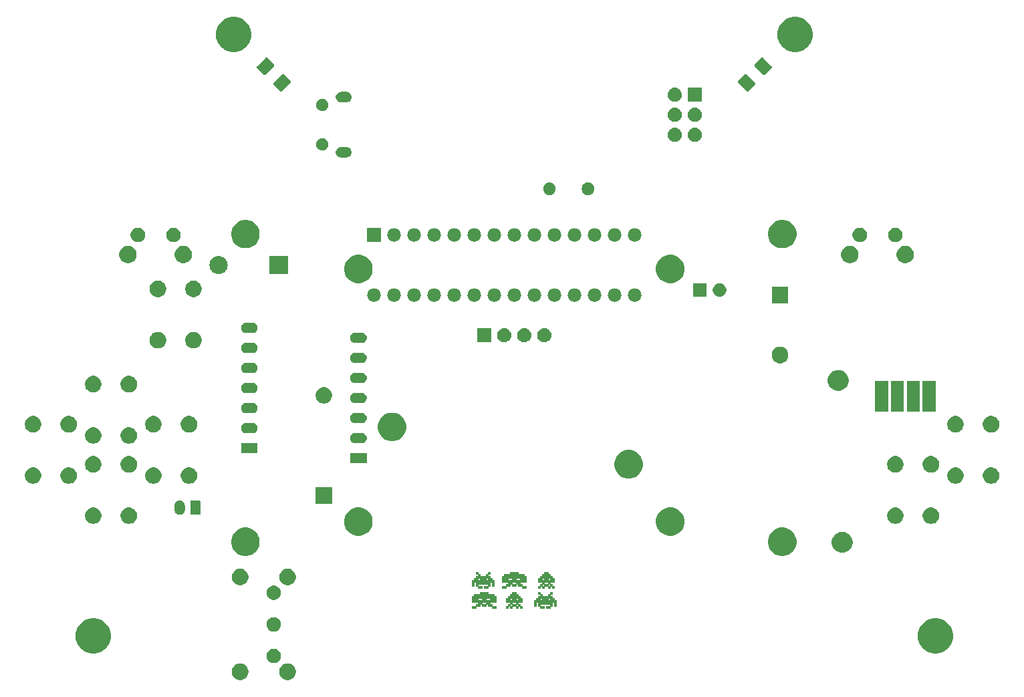
<source format=gbr>
G04 #@! TF.GenerationSoftware,KiCad,Pcbnew,5.0.2-bee76a0~70~ubuntu18.04.1*
G04 #@! TF.CreationDate,2019-06-22T03:36:54+02:00*
G04 #@! TF.ProjectId,invaders,696e7661-6465-4727-932e-6b696361645f,rev?*
G04 #@! TF.SameCoordinates,Original*
G04 #@! TF.FileFunction,Soldermask,Top*
G04 #@! TF.FilePolarity,Negative*
%FSLAX46Y46*%
G04 Gerber Fmt 4.6, Leading zero omitted, Abs format (unit mm)*
G04 Created by KiCad (PCBNEW 5.0.2-bee76a0~70~ubuntu18.04.1) date lø. 22. juni 2019 kl. 03.36 +0200*
%MOMM*%
%LPD*%
G01*
G04 APERTURE LIST*
%ADD10C,0.065800*%
%ADD11C,0.100000*%
G04 APERTURE END LIST*
D10*
G36*
X77216000Y-151384000D02*
X77216000Y-151130000D01*
X77724000Y-151130000D01*
X77724000Y-150876000D01*
X77978000Y-150876000D01*
X77978000Y-150622000D01*
X77216000Y-150622000D01*
X77216000Y-149860000D01*
X77470000Y-149860000D01*
X77470000Y-149606000D01*
X78232000Y-149606000D01*
X78232000Y-149352000D01*
X79248000Y-149352000D01*
X79248000Y-149606000D01*
X80010000Y-149606000D01*
X80010000Y-149860000D01*
X80264000Y-149860000D01*
X80264000Y-150622000D01*
X79502000Y-150622000D01*
X79502000Y-150114000D01*
X78994000Y-150114000D01*
X78994000Y-150368000D01*
X79502000Y-150368000D01*
X79502000Y-150876000D01*
X79756000Y-150876000D01*
X79756000Y-151130000D01*
X80264000Y-151130000D01*
X80264000Y-151384000D01*
X79756000Y-151384000D01*
X79756000Y-151130000D01*
X79248000Y-151130000D01*
X79248000Y-150876000D01*
X78994000Y-150876000D01*
X78994000Y-150622000D01*
X78486000Y-150622000D01*
X78486000Y-150876000D01*
X78994000Y-150876000D01*
X78994000Y-151130000D01*
X78486000Y-151130000D01*
X78486000Y-150876000D01*
X78486000Y-150114000D01*
X77978000Y-150114000D01*
X77978000Y-150368000D01*
X78486000Y-150368000D01*
X78486000Y-150876000D01*
X78232000Y-150876000D01*
X78232000Y-151130000D01*
X77724000Y-151130000D01*
X77724000Y-151384000D01*
X77216000Y-151384000D01*
G37*
X77216000Y-151384000D02*
X77216000Y-151130000D01*
X77724000Y-151130000D01*
X77724000Y-150876000D01*
X77978000Y-150876000D01*
X77978000Y-150622000D01*
X77216000Y-150622000D01*
X77216000Y-149860000D01*
X77470000Y-149860000D01*
X77470000Y-149606000D01*
X78232000Y-149606000D01*
X78232000Y-149352000D01*
X79248000Y-149352000D01*
X79248000Y-149606000D01*
X80010000Y-149606000D01*
X80010000Y-149860000D01*
X80264000Y-149860000D01*
X80264000Y-150622000D01*
X79502000Y-150622000D01*
X79502000Y-150114000D01*
X78994000Y-150114000D01*
X78994000Y-150368000D01*
X79502000Y-150368000D01*
X79502000Y-150876000D01*
X79756000Y-150876000D01*
X79756000Y-151130000D01*
X80264000Y-151130000D01*
X80264000Y-151384000D01*
X79756000Y-151384000D01*
X79756000Y-151130000D01*
X79248000Y-151130000D01*
X79248000Y-150876000D01*
X78994000Y-150876000D01*
X78994000Y-150622000D01*
X78486000Y-150622000D01*
X78486000Y-150876000D01*
X78994000Y-150876000D01*
X78994000Y-151130000D01*
X78486000Y-151130000D01*
X78486000Y-150876000D01*
X78486000Y-150114000D01*
X77978000Y-150114000D01*
X77978000Y-150368000D01*
X78486000Y-150368000D01*
X78486000Y-150876000D01*
X78232000Y-150876000D01*
X78232000Y-151130000D01*
X77724000Y-151130000D01*
X77724000Y-151384000D01*
X77216000Y-151384000D01*
G36*
X81534000Y-151384000D02*
X81534000Y-151130000D01*
X81788000Y-151130000D01*
X81788000Y-150876000D01*
X82042000Y-150876000D01*
X82042000Y-150622000D01*
X81534000Y-150622000D01*
X81534000Y-150114000D01*
X81788000Y-150114000D01*
X81788000Y-149860000D01*
X82042000Y-149860000D01*
X82042000Y-149606000D01*
X82296000Y-149606000D01*
X82296000Y-149352000D01*
X82804000Y-149352000D01*
X82804000Y-149606000D01*
X83058000Y-149606000D01*
X83058000Y-149860000D01*
X83312000Y-149860000D01*
X83312000Y-150114000D01*
X83566000Y-150114000D01*
X83566000Y-150622000D01*
X83058000Y-150622000D01*
X83058000Y-150114000D01*
X82804000Y-150114000D01*
X82804000Y-150368000D01*
X83058000Y-150368000D01*
X83058000Y-150876000D01*
X83312000Y-150876000D01*
X83312000Y-151130000D01*
X83566000Y-151130000D01*
X83566000Y-151384000D01*
X83312000Y-151384000D01*
X83312000Y-151130000D01*
X83058000Y-151130000D01*
X83058000Y-150876000D01*
X82804000Y-150876000D01*
X82804000Y-151130000D01*
X83058000Y-151130000D01*
X83058000Y-151384000D01*
X82804000Y-151384000D01*
X82804000Y-151130000D01*
X82804000Y-150622000D01*
X82296000Y-150622000D01*
X82296000Y-150114000D01*
X82042000Y-150114000D01*
X82042000Y-150368000D01*
X82296000Y-150368000D01*
X82296000Y-150876000D01*
X82804000Y-150876000D01*
X82804000Y-151130000D01*
X82296000Y-151130000D01*
X82296000Y-150876000D01*
X82042000Y-150876000D01*
X82042000Y-151130000D01*
X82296000Y-151130000D01*
X82296000Y-151384000D01*
X82042000Y-151384000D01*
X82042000Y-151130000D01*
X81788000Y-151130000D01*
X81788000Y-151384000D01*
X81534000Y-151384000D01*
G37*
X81534000Y-151384000D02*
X81534000Y-151130000D01*
X81788000Y-151130000D01*
X81788000Y-150876000D01*
X82042000Y-150876000D01*
X82042000Y-150622000D01*
X81534000Y-150622000D01*
X81534000Y-150114000D01*
X81788000Y-150114000D01*
X81788000Y-149860000D01*
X82042000Y-149860000D01*
X82042000Y-149606000D01*
X82296000Y-149606000D01*
X82296000Y-149352000D01*
X82804000Y-149352000D01*
X82804000Y-149606000D01*
X83058000Y-149606000D01*
X83058000Y-149860000D01*
X83312000Y-149860000D01*
X83312000Y-150114000D01*
X83566000Y-150114000D01*
X83566000Y-150622000D01*
X83058000Y-150622000D01*
X83058000Y-150114000D01*
X82804000Y-150114000D01*
X82804000Y-150368000D01*
X83058000Y-150368000D01*
X83058000Y-150876000D01*
X83312000Y-150876000D01*
X83312000Y-151130000D01*
X83566000Y-151130000D01*
X83566000Y-151384000D01*
X83312000Y-151384000D01*
X83312000Y-151130000D01*
X83058000Y-151130000D01*
X83058000Y-150876000D01*
X82804000Y-150876000D01*
X82804000Y-151130000D01*
X83058000Y-151130000D01*
X83058000Y-151384000D01*
X82804000Y-151384000D01*
X82804000Y-151130000D01*
X82804000Y-150622000D01*
X82296000Y-150622000D01*
X82296000Y-150114000D01*
X82042000Y-150114000D01*
X82042000Y-150368000D01*
X82296000Y-150368000D01*
X82296000Y-150876000D01*
X82804000Y-150876000D01*
X82804000Y-151130000D01*
X82296000Y-151130000D01*
X82296000Y-150876000D01*
X82042000Y-150876000D01*
X82042000Y-151130000D01*
X82296000Y-151130000D01*
X82296000Y-151384000D01*
X82042000Y-151384000D01*
X82042000Y-151130000D01*
X81788000Y-151130000D01*
X81788000Y-151384000D01*
X81534000Y-151384000D01*
G36*
X85090000Y-151130000D02*
X85090000Y-150368000D01*
X85344000Y-150368000D01*
X85344000Y-150114000D01*
X85598000Y-150114000D01*
X85598000Y-149860000D01*
X85852000Y-149860000D01*
X85852000Y-149606000D01*
X85598000Y-149606000D01*
X85598000Y-149352000D01*
X85852000Y-149352000D01*
X85852000Y-149606000D01*
X86106000Y-149606000D01*
X86106000Y-149860000D01*
X86868000Y-149860000D01*
X86868000Y-149606000D01*
X87122000Y-149606000D01*
X87122000Y-149352000D01*
X87376000Y-149352000D01*
X87376000Y-149606000D01*
X87122000Y-149606000D01*
X87122000Y-149860000D01*
X87376000Y-149860000D01*
X87376000Y-150114000D01*
X87630000Y-150114000D01*
X87630000Y-150368000D01*
X87884000Y-150368000D01*
X87884000Y-151130000D01*
X87630000Y-151130000D01*
X87630000Y-150622000D01*
X87376000Y-150622000D01*
X87376000Y-151130000D01*
X87122000Y-151130000D01*
X87122000Y-151384000D01*
X86614000Y-151384000D01*
X86614000Y-151130000D01*
X87122000Y-151130000D01*
X87122000Y-150876000D01*
X87122000Y-150114000D01*
X86868000Y-150114000D01*
X86868000Y-150368000D01*
X87122000Y-150368000D01*
X87122000Y-150876000D01*
X86106000Y-150876000D01*
X86106000Y-150114000D01*
X85852000Y-150114000D01*
X85852000Y-150368000D01*
X86106000Y-150368000D01*
X86106000Y-150876000D01*
X85852000Y-150876000D01*
X85852000Y-151130000D01*
X86360000Y-151130000D01*
X86360000Y-151384000D01*
X85852000Y-151384000D01*
X85852000Y-151130000D01*
X85598000Y-151130000D01*
X85598000Y-150622000D01*
X85344000Y-150622000D01*
X85344000Y-151130000D01*
X85090000Y-151130000D01*
G37*
X85090000Y-151130000D02*
X85090000Y-150368000D01*
X85344000Y-150368000D01*
X85344000Y-150114000D01*
X85598000Y-150114000D01*
X85598000Y-149860000D01*
X85852000Y-149860000D01*
X85852000Y-149606000D01*
X85598000Y-149606000D01*
X85598000Y-149352000D01*
X85852000Y-149352000D01*
X85852000Y-149606000D01*
X86106000Y-149606000D01*
X86106000Y-149860000D01*
X86868000Y-149860000D01*
X86868000Y-149606000D01*
X87122000Y-149606000D01*
X87122000Y-149352000D01*
X87376000Y-149352000D01*
X87376000Y-149606000D01*
X87122000Y-149606000D01*
X87122000Y-149860000D01*
X87376000Y-149860000D01*
X87376000Y-150114000D01*
X87630000Y-150114000D01*
X87630000Y-150368000D01*
X87884000Y-150368000D01*
X87884000Y-151130000D01*
X87630000Y-151130000D01*
X87630000Y-150622000D01*
X87376000Y-150622000D01*
X87376000Y-151130000D01*
X87122000Y-151130000D01*
X87122000Y-151384000D01*
X86614000Y-151384000D01*
X86614000Y-151130000D01*
X87122000Y-151130000D01*
X87122000Y-150876000D01*
X87122000Y-150114000D01*
X86868000Y-150114000D01*
X86868000Y-150368000D01*
X87122000Y-150368000D01*
X87122000Y-150876000D01*
X86106000Y-150876000D01*
X86106000Y-150114000D01*
X85852000Y-150114000D01*
X85852000Y-150368000D01*
X86106000Y-150368000D01*
X86106000Y-150876000D01*
X85852000Y-150876000D01*
X85852000Y-151130000D01*
X86360000Y-151130000D01*
X86360000Y-151384000D01*
X85852000Y-151384000D01*
X85852000Y-151130000D01*
X85598000Y-151130000D01*
X85598000Y-150622000D01*
X85344000Y-150622000D01*
X85344000Y-151130000D01*
X85090000Y-151130000D01*
G36*
X85598000Y-148844000D02*
X85598000Y-148590000D01*
X85852000Y-148590000D01*
X85852000Y-148336000D01*
X86106000Y-148336000D01*
X86106000Y-148082000D01*
X85598000Y-148082000D01*
X85598000Y-147574000D01*
X85852000Y-147574000D01*
X85852000Y-147320000D01*
X86106000Y-147320000D01*
X86106000Y-147066000D01*
X86360000Y-147066000D01*
X86360000Y-146812000D01*
X86868000Y-146812000D01*
X86868000Y-147066000D01*
X87122000Y-147066000D01*
X87122000Y-147320000D01*
X87376000Y-147320000D01*
X87376000Y-147574000D01*
X87630000Y-147574000D01*
X87630000Y-148082000D01*
X87122000Y-148082000D01*
X87122000Y-147574000D01*
X86868000Y-147574000D01*
X86868000Y-147828000D01*
X87122000Y-147828000D01*
X87122000Y-148336000D01*
X87376000Y-148336000D01*
X87376000Y-148590000D01*
X87630000Y-148590000D01*
X87630000Y-148844000D01*
X87376000Y-148844000D01*
X87376000Y-148590000D01*
X87122000Y-148590000D01*
X87122000Y-148336000D01*
X86868000Y-148336000D01*
X86868000Y-148590000D01*
X87122000Y-148590000D01*
X87122000Y-148844000D01*
X86868000Y-148844000D01*
X86868000Y-148590000D01*
X86868000Y-148082000D01*
X86360000Y-148082000D01*
X86360000Y-147574000D01*
X86106000Y-147574000D01*
X86106000Y-147828000D01*
X86360000Y-147828000D01*
X86360000Y-148336000D01*
X86868000Y-148336000D01*
X86868000Y-148590000D01*
X86360000Y-148590000D01*
X86360000Y-148336000D01*
X86106000Y-148336000D01*
X86106000Y-148590000D01*
X86360000Y-148590000D01*
X86360000Y-148844000D01*
X86106000Y-148844000D01*
X86106000Y-148590000D01*
X85852000Y-148590000D01*
X85852000Y-148844000D01*
X85598000Y-148844000D01*
G37*
X85598000Y-148844000D02*
X85598000Y-148590000D01*
X85852000Y-148590000D01*
X85852000Y-148336000D01*
X86106000Y-148336000D01*
X86106000Y-148082000D01*
X85598000Y-148082000D01*
X85598000Y-147574000D01*
X85852000Y-147574000D01*
X85852000Y-147320000D01*
X86106000Y-147320000D01*
X86106000Y-147066000D01*
X86360000Y-147066000D01*
X86360000Y-146812000D01*
X86868000Y-146812000D01*
X86868000Y-147066000D01*
X87122000Y-147066000D01*
X87122000Y-147320000D01*
X87376000Y-147320000D01*
X87376000Y-147574000D01*
X87630000Y-147574000D01*
X87630000Y-148082000D01*
X87122000Y-148082000D01*
X87122000Y-147574000D01*
X86868000Y-147574000D01*
X86868000Y-147828000D01*
X87122000Y-147828000D01*
X87122000Y-148336000D01*
X87376000Y-148336000D01*
X87376000Y-148590000D01*
X87630000Y-148590000D01*
X87630000Y-148844000D01*
X87376000Y-148844000D01*
X87376000Y-148590000D01*
X87122000Y-148590000D01*
X87122000Y-148336000D01*
X86868000Y-148336000D01*
X86868000Y-148590000D01*
X87122000Y-148590000D01*
X87122000Y-148844000D01*
X86868000Y-148844000D01*
X86868000Y-148590000D01*
X86868000Y-148082000D01*
X86360000Y-148082000D01*
X86360000Y-147574000D01*
X86106000Y-147574000D01*
X86106000Y-147828000D01*
X86360000Y-147828000D01*
X86360000Y-148336000D01*
X86868000Y-148336000D01*
X86868000Y-148590000D01*
X86360000Y-148590000D01*
X86360000Y-148336000D01*
X86106000Y-148336000D01*
X86106000Y-148590000D01*
X86360000Y-148590000D01*
X86360000Y-148844000D01*
X86106000Y-148844000D01*
X86106000Y-148590000D01*
X85852000Y-148590000D01*
X85852000Y-148844000D01*
X85598000Y-148844000D01*
G36*
X81026000Y-148844000D02*
X81026000Y-148590000D01*
X81534000Y-148590000D01*
X81534000Y-148336000D01*
X81788000Y-148336000D01*
X81788000Y-148082000D01*
X81026000Y-148082000D01*
X81026000Y-147320000D01*
X81280000Y-147320000D01*
X81280000Y-147066000D01*
X82042000Y-147066000D01*
X82042000Y-146812000D01*
X83058000Y-146812000D01*
X83058000Y-147066000D01*
X83820000Y-147066000D01*
X83820000Y-147320000D01*
X84074000Y-147320000D01*
X84074000Y-148082000D01*
X83312000Y-148082000D01*
X83312000Y-147574000D01*
X82804000Y-147574000D01*
X82804000Y-147828000D01*
X83312000Y-147828000D01*
X83312000Y-148336000D01*
X83566000Y-148336000D01*
X83566000Y-148590000D01*
X84074000Y-148590000D01*
X84074000Y-148844000D01*
X83566000Y-148844000D01*
X83566000Y-148590000D01*
X83058000Y-148590000D01*
X83058000Y-148336000D01*
X82804000Y-148336000D01*
X82804000Y-148082000D01*
X82296000Y-148082000D01*
X82296000Y-148336000D01*
X82804000Y-148336000D01*
X82804000Y-148590000D01*
X82296000Y-148590000D01*
X82296000Y-148336000D01*
X82296000Y-147574000D01*
X81788000Y-147574000D01*
X81788000Y-147828000D01*
X82296000Y-147828000D01*
X82296000Y-148336000D01*
X82042000Y-148336000D01*
X82042000Y-148590000D01*
X81534000Y-148590000D01*
X81534000Y-148844000D01*
X81026000Y-148844000D01*
G37*
X81026000Y-148844000D02*
X81026000Y-148590000D01*
X81534000Y-148590000D01*
X81534000Y-148336000D01*
X81788000Y-148336000D01*
X81788000Y-148082000D01*
X81026000Y-148082000D01*
X81026000Y-147320000D01*
X81280000Y-147320000D01*
X81280000Y-147066000D01*
X82042000Y-147066000D01*
X82042000Y-146812000D01*
X83058000Y-146812000D01*
X83058000Y-147066000D01*
X83820000Y-147066000D01*
X83820000Y-147320000D01*
X84074000Y-147320000D01*
X84074000Y-148082000D01*
X83312000Y-148082000D01*
X83312000Y-147574000D01*
X82804000Y-147574000D01*
X82804000Y-147828000D01*
X83312000Y-147828000D01*
X83312000Y-148336000D01*
X83566000Y-148336000D01*
X83566000Y-148590000D01*
X84074000Y-148590000D01*
X84074000Y-148844000D01*
X83566000Y-148844000D01*
X83566000Y-148590000D01*
X83058000Y-148590000D01*
X83058000Y-148336000D01*
X82804000Y-148336000D01*
X82804000Y-148082000D01*
X82296000Y-148082000D01*
X82296000Y-148336000D01*
X82804000Y-148336000D01*
X82804000Y-148590000D01*
X82296000Y-148590000D01*
X82296000Y-148336000D01*
X82296000Y-147574000D01*
X81788000Y-147574000D01*
X81788000Y-147828000D01*
X82296000Y-147828000D01*
X82296000Y-148336000D01*
X82042000Y-148336000D01*
X82042000Y-148590000D01*
X81534000Y-148590000D01*
X81534000Y-148844000D01*
X81026000Y-148844000D01*
G36*
X77216000Y-148590000D02*
X77216000Y-147828000D01*
X77470000Y-147828000D01*
X77470000Y-147574000D01*
X77724000Y-147574000D01*
X77724000Y-147320000D01*
X77978000Y-147320000D01*
X77978000Y-147066000D01*
X77724000Y-147066000D01*
X77724000Y-146812000D01*
X77978000Y-146812000D01*
X77978000Y-147066000D01*
X78232000Y-147066000D01*
X78232000Y-147320000D01*
X78994000Y-147320000D01*
X78994000Y-147066000D01*
X79248000Y-147066000D01*
X79248000Y-146812000D01*
X79502000Y-146812000D01*
X79502000Y-147066000D01*
X79248000Y-147066000D01*
X79248000Y-147320000D01*
X79502000Y-147320000D01*
X79502000Y-147574000D01*
X79756000Y-147574000D01*
X79756000Y-147828000D01*
X80010000Y-147828000D01*
X80010000Y-148590000D01*
X79756000Y-148590000D01*
X79756000Y-148082000D01*
X79502000Y-148082000D01*
X79502000Y-148590000D01*
X79248000Y-148590000D01*
X79248000Y-148844000D01*
X78740000Y-148844000D01*
X78740000Y-148590000D01*
X79248000Y-148590000D01*
X79248000Y-148336000D01*
X79248000Y-147574000D01*
X78994000Y-147574000D01*
X78994000Y-147828000D01*
X79248000Y-147828000D01*
X79248000Y-148336000D01*
X78232000Y-148336000D01*
X78232000Y-147574000D01*
X77978000Y-147574000D01*
X77978000Y-147828000D01*
X78232000Y-147828000D01*
X78232000Y-148336000D01*
X77978000Y-148336000D01*
X77978000Y-148590000D01*
X78486000Y-148590000D01*
X78486000Y-148844000D01*
X77978000Y-148844000D01*
X77978000Y-148590000D01*
X77724000Y-148590000D01*
X77724000Y-148082000D01*
X77470000Y-148082000D01*
X77470000Y-148590000D01*
X77216000Y-148590000D01*
G37*
X77216000Y-148590000D02*
X77216000Y-147828000D01*
X77470000Y-147828000D01*
X77470000Y-147574000D01*
X77724000Y-147574000D01*
X77724000Y-147320000D01*
X77978000Y-147320000D01*
X77978000Y-147066000D01*
X77724000Y-147066000D01*
X77724000Y-146812000D01*
X77978000Y-146812000D01*
X77978000Y-147066000D01*
X78232000Y-147066000D01*
X78232000Y-147320000D01*
X78994000Y-147320000D01*
X78994000Y-147066000D01*
X79248000Y-147066000D01*
X79248000Y-146812000D01*
X79502000Y-146812000D01*
X79502000Y-147066000D01*
X79248000Y-147066000D01*
X79248000Y-147320000D01*
X79502000Y-147320000D01*
X79502000Y-147574000D01*
X79756000Y-147574000D01*
X79756000Y-147828000D01*
X80010000Y-147828000D01*
X80010000Y-148590000D01*
X79756000Y-148590000D01*
X79756000Y-148082000D01*
X79502000Y-148082000D01*
X79502000Y-148590000D01*
X79248000Y-148590000D01*
X79248000Y-148844000D01*
X78740000Y-148844000D01*
X78740000Y-148590000D01*
X79248000Y-148590000D01*
X79248000Y-148336000D01*
X79248000Y-147574000D01*
X78994000Y-147574000D01*
X78994000Y-147828000D01*
X79248000Y-147828000D01*
X79248000Y-148336000D01*
X78232000Y-148336000D01*
X78232000Y-147574000D01*
X77978000Y-147574000D01*
X77978000Y-147828000D01*
X78232000Y-147828000D01*
X78232000Y-148336000D01*
X77978000Y-148336000D01*
X77978000Y-148590000D01*
X78486000Y-148590000D01*
X78486000Y-148844000D01*
X77978000Y-148844000D01*
X77978000Y-148590000D01*
X77724000Y-148590000D01*
X77724000Y-148082000D01*
X77470000Y-148082000D01*
X77470000Y-148590000D01*
X77216000Y-148590000D01*
D11*
G36*
X54126507Y-158469582D02*
X54317740Y-158548793D01*
X54488687Y-158663016D01*
X54489849Y-158663793D01*
X54636207Y-158810151D01*
X54636209Y-158810154D01*
X54751207Y-158982260D01*
X54830418Y-159173493D01*
X54870800Y-159376505D01*
X54870800Y-159583495D01*
X54830418Y-159786507D01*
X54751207Y-159977740D01*
X54636984Y-160148687D01*
X54636207Y-160149849D01*
X54489849Y-160296207D01*
X54489846Y-160296209D01*
X54317740Y-160411207D01*
X54126507Y-160490418D01*
X53923495Y-160530800D01*
X53716505Y-160530800D01*
X53513493Y-160490418D01*
X53322260Y-160411207D01*
X53150154Y-160296209D01*
X53150151Y-160296207D01*
X53003793Y-160149849D01*
X53003016Y-160148687D01*
X52888793Y-159977740D01*
X52809582Y-159786507D01*
X52769200Y-159583495D01*
X52769200Y-159376505D01*
X52809582Y-159173493D01*
X52888793Y-158982260D01*
X53003791Y-158810154D01*
X53003793Y-158810151D01*
X53150151Y-158663793D01*
X53151313Y-158663016D01*
X53322260Y-158548793D01*
X53513493Y-158469582D01*
X53716505Y-158429200D01*
X53923495Y-158429200D01*
X54126507Y-158469582D01*
X54126507Y-158469582D01*
G37*
G36*
X48126507Y-158469582D02*
X48317740Y-158548793D01*
X48488687Y-158663016D01*
X48489849Y-158663793D01*
X48636207Y-158810151D01*
X48636209Y-158810154D01*
X48751207Y-158982260D01*
X48830418Y-159173493D01*
X48870800Y-159376505D01*
X48870800Y-159583495D01*
X48830418Y-159786507D01*
X48751207Y-159977740D01*
X48636984Y-160148687D01*
X48636207Y-160149849D01*
X48489849Y-160296207D01*
X48489846Y-160296209D01*
X48317740Y-160411207D01*
X48126507Y-160490418D01*
X47923495Y-160530800D01*
X47716505Y-160530800D01*
X47513493Y-160490418D01*
X47322260Y-160411207D01*
X47150154Y-160296209D01*
X47150151Y-160296207D01*
X47003793Y-160149849D01*
X47003016Y-160148687D01*
X46888793Y-159977740D01*
X46809582Y-159786507D01*
X46769200Y-159583495D01*
X46769200Y-159376505D01*
X46809582Y-159173493D01*
X46888793Y-158982260D01*
X47003791Y-158810154D01*
X47003793Y-158810151D01*
X47150151Y-158663793D01*
X47151313Y-158663016D01*
X47322260Y-158548793D01*
X47513493Y-158469582D01*
X47716505Y-158429200D01*
X47923495Y-158429200D01*
X48126507Y-158469582D01*
X48126507Y-158469582D01*
G37*
G36*
X52202229Y-156587854D02*
X52332754Y-156613817D01*
X52496689Y-156681721D01*
X52644227Y-156780303D01*
X52769697Y-156905773D01*
X52868279Y-157053311D01*
X52936183Y-157217246D01*
X52970800Y-157391279D01*
X52970800Y-157568721D01*
X52936183Y-157742754D01*
X52868279Y-157906689D01*
X52769697Y-158054227D01*
X52644227Y-158179697D01*
X52496689Y-158278279D01*
X52332754Y-158346183D01*
X52202229Y-158372146D01*
X52158722Y-158380800D01*
X51981278Y-158380800D01*
X51937771Y-158372146D01*
X51807246Y-158346183D01*
X51643311Y-158278279D01*
X51495773Y-158179697D01*
X51370303Y-158054227D01*
X51271721Y-157906689D01*
X51203817Y-157742754D01*
X51169200Y-157568721D01*
X51169200Y-157391279D01*
X51203817Y-157217246D01*
X51271721Y-157053311D01*
X51370303Y-156905773D01*
X51495773Y-156780303D01*
X51643311Y-156681721D01*
X51807246Y-156613817D01*
X51937771Y-156587854D01*
X51981278Y-156579200D01*
X52158722Y-156579200D01*
X52202229Y-156587854D01*
X52202229Y-156587854D01*
G37*
G36*
X29721584Y-152746865D02*
X29866534Y-152775697D01*
X30276154Y-152945367D01*
X30644802Y-153191689D01*
X30958311Y-153505198D01*
X31204633Y-153873846D01*
X31372154Y-154278278D01*
X31374303Y-154283467D01*
X31460800Y-154718314D01*
X31460800Y-155161686D01*
X31425172Y-155340800D01*
X31374303Y-155596534D01*
X31204633Y-156006154D01*
X30958311Y-156374802D01*
X30644802Y-156688311D01*
X30276154Y-156934633D01*
X29866534Y-157104303D01*
X29721584Y-157133135D01*
X29431686Y-157190800D01*
X28988314Y-157190800D01*
X28698416Y-157133135D01*
X28553466Y-157104303D01*
X28143846Y-156934633D01*
X27775198Y-156688311D01*
X27461689Y-156374802D01*
X27215367Y-156006154D01*
X27045697Y-155596534D01*
X26994828Y-155340800D01*
X26959200Y-155161686D01*
X26959200Y-154718314D01*
X27045697Y-154283467D01*
X27047846Y-154278278D01*
X27215367Y-153873846D01*
X27461689Y-153505198D01*
X27775198Y-153191689D01*
X28143846Y-152945367D01*
X28553466Y-152775697D01*
X28698416Y-152746865D01*
X28988314Y-152689200D01*
X29431686Y-152689200D01*
X29721584Y-152746865D01*
X29721584Y-152746865D01*
G37*
G36*
X136401584Y-152746865D02*
X136546534Y-152775697D01*
X136956154Y-152945367D01*
X137324802Y-153191689D01*
X137638311Y-153505198D01*
X137884633Y-153873846D01*
X138052154Y-154278278D01*
X138054303Y-154283467D01*
X138140800Y-154718314D01*
X138140800Y-155161686D01*
X138105172Y-155340800D01*
X138054303Y-155596534D01*
X137884633Y-156006154D01*
X137638311Y-156374802D01*
X137324802Y-156688311D01*
X136956154Y-156934633D01*
X136546534Y-157104303D01*
X136401584Y-157133135D01*
X136111686Y-157190800D01*
X135668314Y-157190800D01*
X135378416Y-157133135D01*
X135233466Y-157104303D01*
X134823846Y-156934633D01*
X134455198Y-156688311D01*
X134141689Y-156374802D01*
X133895367Y-156006154D01*
X133725697Y-155596534D01*
X133674828Y-155340800D01*
X133639200Y-155161686D01*
X133639200Y-154718314D01*
X133725697Y-154283467D01*
X133727846Y-154278278D01*
X133895367Y-153873846D01*
X134141689Y-153505198D01*
X134455198Y-153191689D01*
X134823846Y-152945367D01*
X135233466Y-152775697D01*
X135378416Y-152746865D01*
X135668314Y-152689200D01*
X136111686Y-152689200D01*
X136401584Y-152746865D01*
X136401584Y-152746865D01*
G37*
G36*
X52202229Y-152587854D02*
X52332754Y-152613817D01*
X52496689Y-152681721D01*
X52644227Y-152780303D01*
X52769697Y-152905773D01*
X52868279Y-153053311D01*
X52936183Y-153217246D01*
X52962146Y-153347771D01*
X52970800Y-153391278D01*
X52970800Y-153568722D01*
X52964316Y-153601321D01*
X52936183Y-153742754D01*
X52868279Y-153906689D01*
X52769697Y-154054227D01*
X52644227Y-154179697D01*
X52496689Y-154278279D01*
X52332754Y-154346183D01*
X52202229Y-154372146D01*
X52158722Y-154380800D01*
X51981278Y-154380800D01*
X51937771Y-154372146D01*
X51807246Y-154346183D01*
X51643311Y-154278279D01*
X51495773Y-154179697D01*
X51370303Y-154054227D01*
X51271721Y-153906689D01*
X51203817Y-153742754D01*
X51175684Y-153601321D01*
X51169200Y-153568722D01*
X51169200Y-153391278D01*
X51177854Y-153347771D01*
X51203817Y-153217246D01*
X51271721Y-153053311D01*
X51370303Y-152905773D01*
X51495773Y-152780303D01*
X51643311Y-152681721D01*
X51807246Y-152613817D01*
X51937771Y-152587854D01*
X51981278Y-152579200D01*
X52158722Y-152579200D01*
X52202229Y-152587854D01*
X52202229Y-152587854D01*
G37*
G36*
X52202229Y-148587854D02*
X52332754Y-148613817D01*
X52496689Y-148681721D01*
X52644227Y-148780303D01*
X52769697Y-148905773D01*
X52868279Y-149053311D01*
X52936183Y-149217246D01*
X52970800Y-149391279D01*
X52970800Y-149568721D01*
X52936183Y-149742754D01*
X52868279Y-149906689D01*
X52769697Y-150054227D01*
X52644227Y-150179697D01*
X52496689Y-150278279D01*
X52332754Y-150346183D01*
X52202229Y-150372146D01*
X52158722Y-150380800D01*
X51981278Y-150380800D01*
X51937771Y-150372146D01*
X51807246Y-150346183D01*
X51643311Y-150278279D01*
X51495773Y-150179697D01*
X51370303Y-150054227D01*
X51271721Y-149906689D01*
X51203817Y-149742754D01*
X51169200Y-149568721D01*
X51169200Y-149391279D01*
X51203817Y-149217246D01*
X51271721Y-149053311D01*
X51370303Y-148905773D01*
X51495773Y-148780303D01*
X51643311Y-148681721D01*
X51807246Y-148613817D01*
X51937771Y-148587854D01*
X51981278Y-148579200D01*
X52158722Y-148579200D01*
X52202229Y-148587854D01*
X52202229Y-148587854D01*
G37*
G36*
X48126507Y-146469582D02*
X48317740Y-146548793D01*
X48488687Y-146663016D01*
X48489849Y-146663793D01*
X48636207Y-146810151D01*
X48636209Y-146810154D01*
X48751207Y-146982260D01*
X48830418Y-147173493D01*
X48870800Y-147376505D01*
X48870800Y-147583495D01*
X48830418Y-147786507D01*
X48751207Y-147977740D01*
X48636984Y-148148687D01*
X48636207Y-148149849D01*
X48489849Y-148296207D01*
X48489846Y-148296209D01*
X48317740Y-148411207D01*
X48126507Y-148490418D01*
X47923495Y-148530800D01*
X47716505Y-148530800D01*
X47513493Y-148490418D01*
X47322260Y-148411207D01*
X47150154Y-148296209D01*
X47150151Y-148296207D01*
X47003793Y-148149849D01*
X47003016Y-148148687D01*
X46888793Y-147977740D01*
X46809582Y-147786507D01*
X46769200Y-147583495D01*
X46769200Y-147376505D01*
X46809582Y-147173493D01*
X46888793Y-146982260D01*
X47003791Y-146810154D01*
X47003793Y-146810151D01*
X47150151Y-146663793D01*
X47151313Y-146663016D01*
X47322260Y-146548793D01*
X47513493Y-146469582D01*
X47716505Y-146429200D01*
X47923495Y-146429200D01*
X48126507Y-146469582D01*
X48126507Y-146469582D01*
G37*
G36*
X54126507Y-146469582D02*
X54317740Y-146548793D01*
X54488687Y-146663016D01*
X54489849Y-146663793D01*
X54636207Y-146810151D01*
X54636209Y-146810154D01*
X54751207Y-146982260D01*
X54830418Y-147173493D01*
X54870800Y-147376505D01*
X54870800Y-147583495D01*
X54830418Y-147786507D01*
X54751207Y-147977740D01*
X54636984Y-148148687D01*
X54636207Y-148149849D01*
X54489849Y-148296207D01*
X54489846Y-148296209D01*
X54317740Y-148411207D01*
X54126507Y-148490418D01*
X53923495Y-148530800D01*
X53716505Y-148530800D01*
X53513493Y-148490418D01*
X53322260Y-148411207D01*
X53150154Y-148296209D01*
X53150151Y-148296207D01*
X53003793Y-148149849D01*
X53003016Y-148148687D01*
X52888793Y-147977740D01*
X52809582Y-147786507D01*
X52769200Y-147583495D01*
X52769200Y-147376505D01*
X52809582Y-147173493D01*
X52888793Y-146982260D01*
X53003791Y-146810154D01*
X53003793Y-146810151D01*
X53150151Y-146663793D01*
X53151313Y-146663016D01*
X53322260Y-146548793D01*
X53513493Y-146469582D01*
X53716505Y-146429200D01*
X53923495Y-146429200D01*
X54126507Y-146469582D01*
X54126507Y-146469582D01*
G37*
G36*
X49007274Y-141286404D02*
X49334999Y-141422152D01*
X49613054Y-141607943D01*
X49629946Y-141619230D01*
X49880770Y-141870054D01*
X49880772Y-141870057D01*
X50004915Y-142055849D01*
X50077849Y-142165003D01*
X50108101Y-142238039D01*
X50213596Y-142492726D01*
X50282800Y-142840637D01*
X50282800Y-143195363D01*
X50213596Y-143543274D01*
X50077848Y-143870999D01*
X49883396Y-144162015D01*
X49880770Y-144165946D01*
X49629946Y-144416770D01*
X49629943Y-144416772D01*
X49334999Y-144613848D01*
X49334998Y-144613849D01*
X49334997Y-144613849D01*
X49007274Y-144749596D01*
X48659364Y-144818800D01*
X48304636Y-144818800D01*
X47956726Y-144749596D01*
X47629003Y-144613849D01*
X47629002Y-144613849D01*
X47629001Y-144613848D01*
X47334057Y-144416772D01*
X47334054Y-144416770D01*
X47083230Y-144165946D01*
X47080604Y-144162015D01*
X46886152Y-143870999D01*
X46750404Y-143543274D01*
X46681200Y-143195363D01*
X46681200Y-142840637D01*
X46750404Y-142492726D01*
X46855899Y-142238039D01*
X46886151Y-142165003D01*
X46959086Y-142055849D01*
X47083228Y-141870057D01*
X47083230Y-141870054D01*
X47334054Y-141619230D01*
X47350946Y-141607943D01*
X47629001Y-141422152D01*
X47956726Y-141286404D01*
X48304636Y-141217200D01*
X48659364Y-141217200D01*
X49007274Y-141286404D01*
X49007274Y-141286404D01*
G37*
G36*
X117007274Y-141286404D02*
X117334999Y-141422152D01*
X117613054Y-141607943D01*
X117629946Y-141619230D01*
X117880770Y-141870054D01*
X117880772Y-141870057D01*
X118004915Y-142055849D01*
X118077849Y-142165003D01*
X118108101Y-142238039D01*
X118213596Y-142492726D01*
X118282800Y-142840637D01*
X118282800Y-143195363D01*
X118213596Y-143543274D01*
X118077848Y-143870999D01*
X117883396Y-144162015D01*
X117880770Y-144165946D01*
X117629946Y-144416770D01*
X117629943Y-144416772D01*
X117334999Y-144613848D01*
X117334998Y-144613849D01*
X117334997Y-144613849D01*
X117007274Y-144749596D01*
X116659364Y-144818800D01*
X116304636Y-144818800D01*
X115956726Y-144749596D01*
X115629003Y-144613849D01*
X115629002Y-144613849D01*
X115629001Y-144613848D01*
X115334057Y-144416772D01*
X115334054Y-144416770D01*
X115083230Y-144165946D01*
X115080604Y-144162015D01*
X114886152Y-143870999D01*
X114750404Y-143543274D01*
X114681200Y-143195363D01*
X114681200Y-142840637D01*
X114750404Y-142492726D01*
X114855899Y-142238039D01*
X114886151Y-142165003D01*
X114959086Y-142055849D01*
X115083228Y-141870057D01*
X115083230Y-141870054D01*
X115334054Y-141619230D01*
X115350946Y-141607943D01*
X115629001Y-141422152D01*
X115956726Y-141286404D01*
X116304636Y-141217200D01*
X116659364Y-141217200D01*
X117007274Y-141286404D01*
X117007274Y-141286404D01*
G37*
G36*
X124465263Y-141809957D02*
X124705634Y-141909522D01*
X124921961Y-142054067D01*
X125105933Y-142238039D01*
X125250478Y-142454366D01*
X125350043Y-142694737D01*
X125400800Y-142949913D01*
X125400800Y-143210087D01*
X125350043Y-143465263D01*
X125250478Y-143705634D01*
X125105933Y-143921961D01*
X124921961Y-144105933D01*
X124705634Y-144250478D01*
X124705633Y-144250479D01*
X124705632Y-144250479D01*
X124465263Y-144350043D01*
X124210089Y-144400800D01*
X123949911Y-144400800D01*
X123694737Y-144350043D01*
X123454368Y-144250479D01*
X123454367Y-144250479D01*
X123454366Y-144250478D01*
X123238039Y-144105933D01*
X123054067Y-143921961D01*
X122909522Y-143705634D01*
X122809957Y-143465263D01*
X122759200Y-143210087D01*
X122759200Y-142949913D01*
X122809957Y-142694737D01*
X122909522Y-142454366D01*
X123054067Y-142238039D01*
X123238039Y-142054067D01*
X123454366Y-141909522D01*
X123694737Y-141809957D01*
X123949911Y-141759200D01*
X124210089Y-141759200D01*
X124465263Y-141809957D01*
X124465263Y-141809957D01*
G37*
G36*
X102825274Y-138728404D02*
X103152999Y-138864152D01*
X103342783Y-138990962D01*
X103447946Y-139061230D01*
X103698770Y-139312054D01*
X103698772Y-139312057D01*
X103888835Y-139596505D01*
X103895849Y-139607003D01*
X104031596Y-139934726D01*
X104100800Y-140282636D01*
X104100800Y-140637364D01*
X104078236Y-140750800D01*
X104031596Y-140985274D01*
X103895848Y-141312999D01*
X103822914Y-141422152D01*
X103698770Y-141607946D01*
X103447946Y-141858770D01*
X103447943Y-141858772D01*
X103152999Y-142055848D01*
X103152998Y-142055849D01*
X103152997Y-142055849D01*
X102825274Y-142191596D01*
X102477364Y-142260800D01*
X102122636Y-142260800D01*
X101774726Y-142191596D01*
X101447003Y-142055849D01*
X101447002Y-142055849D01*
X101447001Y-142055848D01*
X101152057Y-141858772D01*
X101152054Y-141858770D01*
X100901230Y-141607946D01*
X100777086Y-141422152D01*
X100704152Y-141312999D01*
X100568404Y-140985274D01*
X100521764Y-140750800D01*
X100499200Y-140637364D01*
X100499200Y-140282636D01*
X100568404Y-139934726D01*
X100704151Y-139607003D01*
X100711166Y-139596505D01*
X100901228Y-139312057D01*
X100901230Y-139312054D01*
X101152054Y-139061230D01*
X101257217Y-138990962D01*
X101447001Y-138864152D01*
X101774726Y-138728404D01*
X102122636Y-138659200D01*
X102477364Y-138659200D01*
X102825274Y-138728404D01*
X102825274Y-138728404D01*
G37*
G36*
X63325274Y-138728404D02*
X63652999Y-138864152D01*
X63842783Y-138990962D01*
X63947946Y-139061230D01*
X64198770Y-139312054D01*
X64198772Y-139312057D01*
X64388835Y-139596505D01*
X64395849Y-139607003D01*
X64531596Y-139934726D01*
X64600800Y-140282636D01*
X64600800Y-140637364D01*
X64578236Y-140750800D01*
X64531596Y-140985274D01*
X64395848Y-141312999D01*
X64322914Y-141422152D01*
X64198770Y-141607946D01*
X63947946Y-141858770D01*
X63947943Y-141858772D01*
X63652999Y-142055848D01*
X63652998Y-142055849D01*
X63652997Y-142055849D01*
X63325274Y-142191596D01*
X62977364Y-142260800D01*
X62622636Y-142260800D01*
X62274726Y-142191596D01*
X61947003Y-142055849D01*
X61947002Y-142055849D01*
X61947001Y-142055848D01*
X61652057Y-141858772D01*
X61652054Y-141858770D01*
X61401230Y-141607946D01*
X61277086Y-141422152D01*
X61204152Y-141312999D01*
X61068404Y-140985274D01*
X61021764Y-140750800D01*
X60999200Y-140637364D01*
X60999200Y-140282636D01*
X61068404Y-139934726D01*
X61204151Y-139607003D01*
X61211166Y-139596505D01*
X61401228Y-139312057D01*
X61401230Y-139312054D01*
X61652054Y-139061230D01*
X61757217Y-138990962D01*
X61947001Y-138864152D01*
X62274726Y-138728404D01*
X62622636Y-138659200D01*
X62977364Y-138659200D01*
X63325274Y-138728404D01*
X63325274Y-138728404D01*
G37*
G36*
X34016507Y-138689582D02*
X34207740Y-138768793D01*
X34350453Y-138864151D01*
X34379849Y-138883793D01*
X34526207Y-139030151D01*
X34526209Y-139030154D01*
X34641207Y-139202260D01*
X34720418Y-139393493D01*
X34760800Y-139596505D01*
X34760800Y-139803495D01*
X34720418Y-140006507D01*
X34641207Y-140197740D01*
X34584481Y-140282636D01*
X34526207Y-140369849D01*
X34379849Y-140516207D01*
X34379846Y-140516209D01*
X34207740Y-140631207D01*
X34016507Y-140710418D01*
X33813495Y-140750800D01*
X33606505Y-140750800D01*
X33403493Y-140710418D01*
X33212260Y-140631207D01*
X33040154Y-140516209D01*
X33040151Y-140516207D01*
X32893793Y-140369849D01*
X32835519Y-140282636D01*
X32778793Y-140197740D01*
X32699582Y-140006507D01*
X32659200Y-139803495D01*
X32659200Y-139596505D01*
X32699582Y-139393493D01*
X32778793Y-139202260D01*
X32893791Y-139030154D01*
X32893793Y-139030151D01*
X33040151Y-138883793D01*
X33069547Y-138864151D01*
X33212260Y-138768793D01*
X33403493Y-138689582D01*
X33606505Y-138649200D01*
X33813495Y-138649200D01*
X34016507Y-138689582D01*
X34016507Y-138689582D01*
G37*
G36*
X135616507Y-138689582D02*
X135807740Y-138768793D01*
X135950453Y-138864151D01*
X135979849Y-138883793D01*
X136126207Y-139030151D01*
X136126209Y-139030154D01*
X136241207Y-139202260D01*
X136320418Y-139393493D01*
X136360800Y-139596505D01*
X136360800Y-139803495D01*
X136320418Y-140006507D01*
X136241207Y-140197740D01*
X136184481Y-140282636D01*
X136126207Y-140369849D01*
X135979849Y-140516207D01*
X135979846Y-140516209D01*
X135807740Y-140631207D01*
X135616507Y-140710418D01*
X135413495Y-140750800D01*
X135206505Y-140750800D01*
X135003493Y-140710418D01*
X134812260Y-140631207D01*
X134640154Y-140516209D01*
X134640151Y-140516207D01*
X134493793Y-140369849D01*
X134435519Y-140282636D01*
X134378793Y-140197740D01*
X134299582Y-140006507D01*
X134259200Y-139803495D01*
X134259200Y-139596505D01*
X134299582Y-139393493D01*
X134378793Y-139202260D01*
X134493791Y-139030154D01*
X134493793Y-139030151D01*
X134640151Y-138883793D01*
X134669547Y-138864151D01*
X134812260Y-138768793D01*
X135003493Y-138689582D01*
X135206505Y-138649200D01*
X135413495Y-138649200D01*
X135616507Y-138689582D01*
X135616507Y-138689582D01*
G37*
G36*
X29516507Y-138689582D02*
X29707740Y-138768793D01*
X29850453Y-138864151D01*
X29879849Y-138883793D01*
X30026207Y-139030151D01*
X30026209Y-139030154D01*
X30141207Y-139202260D01*
X30220418Y-139393493D01*
X30260800Y-139596505D01*
X30260800Y-139803495D01*
X30220418Y-140006507D01*
X30141207Y-140197740D01*
X30084481Y-140282636D01*
X30026207Y-140369849D01*
X29879849Y-140516207D01*
X29879846Y-140516209D01*
X29707740Y-140631207D01*
X29516507Y-140710418D01*
X29313495Y-140750800D01*
X29106505Y-140750800D01*
X28903493Y-140710418D01*
X28712260Y-140631207D01*
X28540154Y-140516209D01*
X28540151Y-140516207D01*
X28393793Y-140369849D01*
X28335519Y-140282636D01*
X28278793Y-140197740D01*
X28199582Y-140006507D01*
X28159200Y-139803495D01*
X28159200Y-139596505D01*
X28199582Y-139393493D01*
X28278793Y-139202260D01*
X28393791Y-139030154D01*
X28393793Y-139030151D01*
X28540151Y-138883793D01*
X28569547Y-138864151D01*
X28712260Y-138768793D01*
X28903493Y-138689582D01*
X29106505Y-138649200D01*
X29313495Y-138649200D01*
X29516507Y-138689582D01*
X29516507Y-138689582D01*
G37*
G36*
X131116507Y-138689582D02*
X131307740Y-138768793D01*
X131450453Y-138864151D01*
X131479849Y-138883793D01*
X131626207Y-139030151D01*
X131626209Y-139030154D01*
X131741207Y-139202260D01*
X131820418Y-139393493D01*
X131860800Y-139596505D01*
X131860800Y-139803495D01*
X131820418Y-140006507D01*
X131741207Y-140197740D01*
X131684481Y-140282636D01*
X131626207Y-140369849D01*
X131479849Y-140516207D01*
X131479846Y-140516209D01*
X131307740Y-140631207D01*
X131116507Y-140710418D01*
X130913495Y-140750800D01*
X130706505Y-140750800D01*
X130503493Y-140710418D01*
X130312260Y-140631207D01*
X130140154Y-140516209D01*
X130140151Y-140516207D01*
X129993793Y-140369849D01*
X129935519Y-140282636D01*
X129878793Y-140197740D01*
X129799582Y-140006507D01*
X129759200Y-139803495D01*
X129759200Y-139596505D01*
X129799582Y-139393493D01*
X129878793Y-139202260D01*
X129993791Y-139030154D01*
X129993793Y-139030151D01*
X130140151Y-138883793D01*
X130169547Y-138864151D01*
X130312260Y-138768793D01*
X130503493Y-138689582D01*
X130706505Y-138649200D01*
X130913495Y-138649200D01*
X131116507Y-138689582D01*
X131116507Y-138689582D01*
G37*
G36*
X40291579Y-137767617D02*
X40411186Y-137803900D01*
X40414258Y-137804832D01*
X40527314Y-137865261D01*
X40626411Y-137946589D01*
X40707739Y-138045686D01*
X40768168Y-138158742D01*
X40768169Y-138158745D01*
X40805383Y-138281421D01*
X40814800Y-138377037D01*
X40814800Y-138990963D01*
X40805383Y-139086579D01*
X40770291Y-139202260D01*
X40768168Y-139209258D01*
X40707739Y-139322314D01*
X40626411Y-139421411D01*
X40527313Y-139502739D01*
X40414257Y-139563168D01*
X40414254Y-139563169D01*
X40291578Y-139600383D01*
X40164000Y-139612948D01*
X40036421Y-139600383D01*
X39913745Y-139563169D01*
X39913742Y-139563168D01*
X39800686Y-139502739D01*
X39701589Y-139421411D01*
X39620261Y-139322313D01*
X39559832Y-139209257D01*
X39557709Y-139202260D01*
X39522617Y-139086578D01*
X39513200Y-138990962D01*
X39513200Y-138377037D01*
X39522617Y-138281421D01*
X39559831Y-138158745D01*
X39559831Y-138158744D01*
X39620263Y-138045685D01*
X39701590Y-137946589D01*
X39800687Y-137865261D01*
X39913743Y-137804832D01*
X39916815Y-137803900D01*
X40036422Y-137767617D01*
X40164000Y-137755052D01*
X40291579Y-137767617D01*
X40291579Y-137767617D01*
G37*
G36*
X42655111Y-137762602D02*
X42692182Y-137773848D01*
X42726361Y-137792116D01*
X42756307Y-137816693D01*
X42780884Y-137846639D01*
X42799152Y-137880818D01*
X42810398Y-137917889D01*
X42814800Y-137962589D01*
X42814800Y-139405411D01*
X42810398Y-139450111D01*
X42799152Y-139487182D01*
X42780884Y-139521361D01*
X42756307Y-139551307D01*
X42726361Y-139575884D01*
X42692182Y-139594152D01*
X42655111Y-139605398D01*
X42610411Y-139609800D01*
X41717589Y-139609800D01*
X41672889Y-139605398D01*
X41635818Y-139594152D01*
X41601639Y-139575884D01*
X41571693Y-139551307D01*
X41547116Y-139521361D01*
X41528848Y-139487182D01*
X41517602Y-139450111D01*
X41513200Y-139405411D01*
X41513200Y-137962589D01*
X41517602Y-137917889D01*
X41528848Y-137880818D01*
X41547116Y-137846639D01*
X41571693Y-137816693D01*
X41601639Y-137792116D01*
X41635818Y-137773848D01*
X41672889Y-137762602D01*
X41717589Y-137758200D01*
X42610411Y-137758200D01*
X42655111Y-137762602D01*
X42655111Y-137762602D01*
G37*
G36*
X59470800Y-138210800D02*
X57369200Y-138210800D01*
X57369200Y-136109200D01*
X59470800Y-136109200D01*
X59470800Y-138210800D01*
X59470800Y-138210800D01*
G37*
G36*
X41636507Y-133609582D02*
X41827740Y-133688793D01*
X41998687Y-133803016D01*
X41999849Y-133803793D01*
X42146207Y-133950151D01*
X42146209Y-133950154D01*
X42261207Y-134122260D01*
X42340418Y-134313493D01*
X42380800Y-134516505D01*
X42380800Y-134723495D01*
X42340418Y-134926507D01*
X42261207Y-135117740D01*
X42146984Y-135288687D01*
X42146207Y-135289849D01*
X41999849Y-135436207D01*
X41999846Y-135436209D01*
X41827740Y-135551207D01*
X41636507Y-135630418D01*
X41433495Y-135670800D01*
X41226505Y-135670800D01*
X41023493Y-135630418D01*
X40832260Y-135551207D01*
X40660154Y-135436209D01*
X40660151Y-135436207D01*
X40513793Y-135289849D01*
X40513016Y-135288687D01*
X40398793Y-135117740D01*
X40319582Y-134926507D01*
X40279200Y-134723495D01*
X40279200Y-134516505D01*
X40319582Y-134313493D01*
X40398793Y-134122260D01*
X40513791Y-133950154D01*
X40513793Y-133950151D01*
X40660151Y-133803793D01*
X40661313Y-133803016D01*
X40832260Y-133688793D01*
X41023493Y-133609582D01*
X41226505Y-133569200D01*
X41433495Y-133569200D01*
X41636507Y-133609582D01*
X41636507Y-133609582D01*
G37*
G36*
X143236507Y-133609582D02*
X143427740Y-133688793D01*
X143598687Y-133803016D01*
X143599849Y-133803793D01*
X143746207Y-133950151D01*
X143746209Y-133950154D01*
X143861207Y-134122260D01*
X143940418Y-134313493D01*
X143980800Y-134516505D01*
X143980800Y-134723495D01*
X143940418Y-134926507D01*
X143861207Y-135117740D01*
X143746984Y-135288687D01*
X143746207Y-135289849D01*
X143599849Y-135436207D01*
X143599846Y-135436209D01*
X143427740Y-135551207D01*
X143236507Y-135630418D01*
X143033495Y-135670800D01*
X142826505Y-135670800D01*
X142623493Y-135630418D01*
X142432260Y-135551207D01*
X142260154Y-135436209D01*
X142260151Y-135436207D01*
X142113793Y-135289849D01*
X142113016Y-135288687D01*
X141998793Y-135117740D01*
X141919582Y-134926507D01*
X141879200Y-134723495D01*
X141879200Y-134516505D01*
X141919582Y-134313493D01*
X141998793Y-134122260D01*
X142113791Y-133950154D01*
X142113793Y-133950151D01*
X142260151Y-133803793D01*
X142261313Y-133803016D01*
X142432260Y-133688793D01*
X142623493Y-133609582D01*
X142826505Y-133569200D01*
X143033495Y-133569200D01*
X143236507Y-133609582D01*
X143236507Y-133609582D01*
G37*
G36*
X138736507Y-133609582D02*
X138927740Y-133688793D01*
X139098687Y-133803016D01*
X139099849Y-133803793D01*
X139246207Y-133950151D01*
X139246209Y-133950154D01*
X139361207Y-134122260D01*
X139440418Y-134313493D01*
X139480800Y-134516505D01*
X139480800Y-134723495D01*
X139440418Y-134926507D01*
X139361207Y-135117740D01*
X139246984Y-135288687D01*
X139246207Y-135289849D01*
X139099849Y-135436207D01*
X139099846Y-135436209D01*
X138927740Y-135551207D01*
X138736507Y-135630418D01*
X138533495Y-135670800D01*
X138326505Y-135670800D01*
X138123493Y-135630418D01*
X137932260Y-135551207D01*
X137760154Y-135436209D01*
X137760151Y-135436207D01*
X137613793Y-135289849D01*
X137613016Y-135288687D01*
X137498793Y-135117740D01*
X137419582Y-134926507D01*
X137379200Y-134723495D01*
X137379200Y-134516505D01*
X137419582Y-134313493D01*
X137498793Y-134122260D01*
X137613791Y-133950154D01*
X137613793Y-133950151D01*
X137760151Y-133803793D01*
X137761313Y-133803016D01*
X137932260Y-133688793D01*
X138123493Y-133609582D01*
X138326505Y-133569200D01*
X138533495Y-133569200D01*
X138736507Y-133609582D01*
X138736507Y-133609582D01*
G37*
G36*
X37136507Y-133609582D02*
X37327740Y-133688793D01*
X37498687Y-133803016D01*
X37499849Y-133803793D01*
X37646207Y-133950151D01*
X37646209Y-133950154D01*
X37761207Y-134122260D01*
X37840418Y-134313493D01*
X37880800Y-134516505D01*
X37880800Y-134723495D01*
X37840418Y-134926507D01*
X37761207Y-135117740D01*
X37646984Y-135288687D01*
X37646207Y-135289849D01*
X37499849Y-135436207D01*
X37499846Y-135436209D01*
X37327740Y-135551207D01*
X37136507Y-135630418D01*
X36933495Y-135670800D01*
X36726505Y-135670800D01*
X36523493Y-135630418D01*
X36332260Y-135551207D01*
X36160154Y-135436209D01*
X36160151Y-135436207D01*
X36013793Y-135289849D01*
X36013016Y-135288687D01*
X35898793Y-135117740D01*
X35819582Y-134926507D01*
X35779200Y-134723495D01*
X35779200Y-134516505D01*
X35819582Y-134313493D01*
X35898793Y-134122260D01*
X36013791Y-133950154D01*
X36013793Y-133950151D01*
X36160151Y-133803793D01*
X36161313Y-133803016D01*
X36332260Y-133688793D01*
X36523493Y-133609582D01*
X36726505Y-133569200D01*
X36933495Y-133569200D01*
X37136507Y-133609582D01*
X37136507Y-133609582D01*
G37*
G36*
X26396507Y-133609582D02*
X26587740Y-133688793D01*
X26758687Y-133803016D01*
X26759849Y-133803793D01*
X26906207Y-133950151D01*
X26906209Y-133950154D01*
X27021207Y-134122260D01*
X27100418Y-134313493D01*
X27140800Y-134516505D01*
X27140800Y-134723495D01*
X27100418Y-134926507D01*
X27021207Y-135117740D01*
X26906984Y-135288687D01*
X26906207Y-135289849D01*
X26759849Y-135436207D01*
X26759846Y-135436209D01*
X26587740Y-135551207D01*
X26396507Y-135630418D01*
X26193495Y-135670800D01*
X25986505Y-135670800D01*
X25783493Y-135630418D01*
X25592260Y-135551207D01*
X25420154Y-135436209D01*
X25420151Y-135436207D01*
X25273793Y-135289849D01*
X25273016Y-135288687D01*
X25158793Y-135117740D01*
X25079582Y-134926507D01*
X25039200Y-134723495D01*
X25039200Y-134516505D01*
X25079582Y-134313493D01*
X25158793Y-134122260D01*
X25273791Y-133950154D01*
X25273793Y-133950151D01*
X25420151Y-133803793D01*
X25421313Y-133803016D01*
X25592260Y-133688793D01*
X25783493Y-133609582D01*
X25986505Y-133569200D01*
X26193495Y-133569200D01*
X26396507Y-133609582D01*
X26396507Y-133609582D01*
G37*
G36*
X21896507Y-133609582D02*
X22087740Y-133688793D01*
X22258687Y-133803016D01*
X22259849Y-133803793D01*
X22406207Y-133950151D01*
X22406209Y-133950154D01*
X22521207Y-134122260D01*
X22600418Y-134313493D01*
X22640800Y-134516505D01*
X22640800Y-134723495D01*
X22600418Y-134926507D01*
X22521207Y-135117740D01*
X22406984Y-135288687D01*
X22406207Y-135289849D01*
X22259849Y-135436207D01*
X22259846Y-135436209D01*
X22087740Y-135551207D01*
X21896507Y-135630418D01*
X21693495Y-135670800D01*
X21486505Y-135670800D01*
X21283493Y-135630418D01*
X21092260Y-135551207D01*
X20920154Y-135436209D01*
X20920151Y-135436207D01*
X20773793Y-135289849D01*
X20773016Y-135288687D01*
X20658793Y-135117740D01*
X20579582Y-134926507D01*
X20539200Y-134723495D01*
X20539200Y-134516505D01*
X20579582Y-134313493D01*
X20658793Y-134122260D01*
X20773791Y-133950154D01*
X20773793Y-133950151D01*
X20920151Y-133803793D01*
X20921313Y-133803016D01*
X21092260Y-133688793D01*
X21283493Y-133609582D01*
X21486505Y-133569200D01*
X21693495Y-133569200D01*
X21896507Y-133609582D01*
X21896507Y-133609582D01*
G37*
G36*
X97553274Y-131466004D02*
X97880999Y-131601752D01*
X98160935Y-131788800D01*
X98175946Y-131798830D01*
X98426770Y-132049654D01*
X98426772Y-132049657D01*
X98573195Y-132268793D01*
X98623849Y-132344603D01*
X98759596Y-132672326D01*
X98828800Y-133020236D01*
X98828800Y-133374964D01*
X98759596Y-133722874D01*
X98623849Y-134050597D01*
X98426770Y-134345546D01*
X98175946Y-134596370D01*
X98175943Y-134596372D01*
X97880999Y-134793448D01*
X97880998Y-134793449D01*
X97880997Y-134793449D01*
X97553274Y-134929196D01*
X97205364Y-134998400D01*
X96850636Y-134998400D01*
X96502726Y-134929196D01*
X96175003Y-134793449D01*
X96175002Y-134793449D01*
X96175001Y-134793448D01*
X95880057Y-134596372D01*
X95880054Y-134596370D01*
X95629230Y-134345546D01*
X95432151Y-134050597D01*
X95296404Y-133722874D01*
X95227200Y-133374964D01*
X95227200Y-133020236D01*
X95296404Y-132672326D01*
X95432151Y-132344603D01*
X95482806Y-132268793D01*
X95629228Y-132049657D01*
X95629230Y-132049654D01*
X95880054Y-131798830D01*
X95895065Y-131788800D01*
X96175001Y-131601752D01*
X96502726Y-131466004D01*
X96850636Y-131396800D01*
X97205364Y-131396800D01*
X97553274Y-131466004D01*
X97553274Y-131466004D01*
G37*
G36*
X34016507Y-132189582D02*
X34207740Y-132268793D01*
X34321194Y-132344601D01*
X34379849Y-132383793D01*
X34526207Y-132530151D01*
X34526209Y-132530154D01*
X34641207Y-132702260D01*
X34720418Y-132893493D01*
X34760800Y-133096505D01*
X34760800Y-133303495D01*
X34720418Y-133506507D01*
X34641207Y-133697740D01*
X34570344Y-133803793D01*
X34526207Y-133869849D01*
X34379849Y-134016207D01*
X34379846Y-134016209D01*
X34207740Y-134131207D01*
X34016507Y-134210418D01*
X33813495Y-134250800D01*
X33606505Y-134250800D01*
X33403493Y-134210418D01*
X33212260Y-134131207D01*
X33040154Y-134016209D01*
X33040151Y-134016207D01*
X32893793Y-133869849D01*
X32849656Y-133803793D01*
X32778793Y-133697740D01*
X32699582Y-133506507D01*
X32659200Y-133303495D01*
X32659200Y-133096505D01*
X32699582Y-132893493D01*
X32778793Y-132702260D01*
X32893791Y-132530154D01*
X32893793Y-132530151D01*
X33040151Y-132383793D01*
X33098806Y-132344601D01*
X33212260Y-132268793D01*
X33403493Y-132189582D01*
X33606505Y-132149200D01*
X33813495Y-132149200D01*
X34016507Y-132189582D01*
X34016507Y-132189582D01*
G37*
G36*
X135616507Y-132189582D02*
X135807740Y-132268793D01*
X135921194Y-132344601D01*
X135979849Y-132383793D01*
X136126207Y-132530151D01*
X136126209Y-132530154D01*
X136241207Y-132702260D01*
X136320418Y-132893493D01*
X136360800Y-133096505D01*
X136360800Y-133303495D01*
X136320418Y-133506507D01*
X136241207Y-133697740D01*
X136170344Y-133803793D01*
X136126207Y-133869849D01*
X135979849Y-134016207D01*
X135979846Y-134016209D01*
X135807740Y-134131207D01*
X135616507Y-134210418D01*
X135413495Y-134250800D01*
X135206505Y-134250800D01*
X135003493Y-134210418D01*
X134812260Y-134131207D01*
X134640154Y-134016209D01*
X134640151Y-134016207D01*
X134493793Y-133869849D01*
X134449656Y-133803793D01*
X134378793Y-133697740D01*
X134299582Y-133506507D01*
X134259200Y-133303495D01*
X134259200Y-133096505D01*
X134299582Y-132893493D01*
X134378793Y-132702260D01*
X134493791Y-132530154D01*
X134493793Y-132530151D01*
X134640151Y-132383793D01*
X134698806Y-132344601D01*
X134812260Y-132268793D01*
X135003493Y-132189582D01*
X135206505Y-132149200D01*
X135413495Y-132149200D01*
X135616507Y-132189582D01*
X135616507Y-132189582D01*
G37*
G36*
X131116507Y-132189582D02*
X131307740Y-132268793D01*
X131421194Y-132344601D01*
X131479849Y-132383793D01*
X131626207Y-132530151D01*
X131626209Y-132530154D01*
X131741207Y-132702260D01*
X131820418Y-132893493D01*
X131860800Y-133096505D01*
X131860800Y-133303495D01*
X131820418Y-133506507D01*
X131741207Y-133697740D01*
X131670344Y-133803793D01*
X131626207Y-133869849D01*
X131479849Y-134016207D01*
X131479846Y-134016209D01*
X131307740Y-134131207D01*
X131116507Y-134210418D01*
X130913495Y-134250800D01*
X130706505Y-134250800D01*
X130503493Y-134210418D01*
X130312260Y-134131207D01*
X130140154Y-134016209D01*
X130140151Y-134016207D01*
X129993793Y-133869849D01*
X129949656Y-133803793D01*
X129878793Y-133697740D01*
X129799582Y-133506507D01*
X129759200Y-133303495D01*
X129759200Y-133096505D01*
X129799582Y-132893493D01*
X129878793Y-132702260D01*
X129993791Y-132530154D01*
X129993793Y-132530151D01*
X130140151Y-132383793D01*
X130198806Y-132344601D01*
X130312260Y-132268793D01*
X130503493Y-132189582D01*
X130706505Y-132149200D01*
X130913495Y-132149200D01*
X131116507Y-132189582D01*
X131116507Y-132189582D01*
G37*
G36*
X29516507Y-132189582D02*
X29707740Y-132268793D01*
X29821194Y-132344601D01*
X29879849Y-132383793D01*
X30026207Y-132530151D01*
X30026209Y-132530154D01*
X30141207Y-132702260D01*
X30220418Y-132893493D01*
X30260800Y-133096505D01*
X30260800Y-133303495D01*
X30220418Y-133506507D01*
X30141207Y-133697740D01*
X30070344Y-133803793D01*
X30026207Y-133869849D01*
X29879849Y-134016207D01*
X29879846Y-134016209D01*
X29707740Y-134131207D01*
X29516507Y-134210418D01*
X29313495Y-134250800D01*
X29106505Y-134250800D01*
X28903493Y-134210418D01*
X28712260Y-134131207D01*
X28540154Y-134016209D01*
X28540151Y-134016207D01*
X28393793Y-133869849D01*
X28349656Y-133803793D01*
X28278793Y-133697740D01*
X28199582Y-133506507D01*
X28159200Y-133303495D01*
X28159200Y-133096505D01*
X28199582Y-132893493D01*
X28278793Y-132702260D01*
X28393791Y-132530154D01*
X28393793Y-132530151D01*
X28540151Y-132383793D01*
X28598806Y-132344601D01*
X28712260Y-132268793D01*
X28903493Y-132189582D01*
X29106505Y-132149200D01*
X29313495Y-132149200D01*
X29516507Y-132189582D01*
X29516507Y-132189582D01*
G37*
G36*
X63850800Y-133058800D02*
X61749200Y-133058800D01*
X61749200Y-131757200D01*
X63850800Y-131757200D01*
X63850800Y-133058800D01*
X63850800Y-133058800D01*
G37*
G36*
X50032800Y-131788800D02*
X47931200Y-131788800D01*
X47931200Y-130487200D01*
X50032800Y-130487200D01*
X50032800Y-131788800D01*
X50032800Y-131788800D01*
G37*
G36*
X34016507Y-128529582D02*
X34207740Y-128608793D01*
X34378687Y-128723016D01*
X34379849Y-128723793D01*
X34526207Y-128870151D01*
X34526209Y-128870154D01*
X34641207Y-129042260D01*
X34720418Y-129233493D01*
X34760800Y-129436505D01*
X34760800Y-129643495D01*
X34720418Y-129846507D01*
X34641207Y-130037740D01*
X34587408Y-130118255D01*
X34526207Y-130209849D01*
X34379849Y-130356207D01*
X34379846Y-130356209D01*
X34207740Y-130471207D01*
X34016507Y-130550418D01*
X33813495Y-130590800D01*
X33606505Y-130590800D01*
X33403493Y-130550418D01*
X33212260Y-130471207D01*
X33040154Y-130356209D01*
X33040151Y-130356207D01*
X32893793Y-130209849D01*
X32832592Y-130118255D01*
X32778793Y-130037740D01*
X32699582Y-129846507D01*
X32659200Y-129643495D01*
X32659200Y-129436505D01*
X32699582Y-129233493D01*
X32778793Y-129042260D01*
X32893791Y-128870154D01*
X32893793Y-128870151D01*
X33040151Y-128723793D01*
X33041313Y-128723016D01*
X33212260Y-128608793D01*
X33403493Y-128529582D01*
X33606505Y-128489200D01*
X33813495Y-128489200D01*
X34016507Y-128529582D01*
X34016507Y-128529582D01*
G37*
G36*
X29516507Y-128529582D02*
X29707740Y-128608793D01*
X29878687Y-128723016D01*
X29879849Y-128723793D01*
X30026207Y-128870151D01*
X30026209Y-128870154D01*
X30141207Y-129042260D01*
X30220418Y-129233493D01*
X30260800Y-129436505D01*
X30260800Y-129643495D01*
X30220418Y-129846507D01*
X30141207Y-130037740D01*
X30087408Y-130118255D01*
X30026207Y-130209849D01*
X29879849Y-130356207D01*
X29879846Y-130356209D01*
X29707740Y-130471207D01*
X29516507Y-130550418D01*
X29313495Y-130590800D01*
X29106505Y-130590800D01*
X28903493Y-130550418D01*
X28712260Y-130471207D01*
X28540154Y-130356209D01*
X28540151Y-130356207D01*
X28393793Y-130209849D01*
X28332592Y-130118255D01*
X28278793Y-130037740D01*
X28199582Y-129846507D01*
X28159200Y-129643495D01*
X28159200Y-129436505D01*
X28199582Y-129233493D01*
X28278793Y-129042260D01*
X28393791Y-128870154D01*
X28393793Y-128870151D01*
X28540151Y-128723793D01*
X28541313Y-128723016D01*
X28712260Y-128608793D01*
X28903493Y-128529582D01*
X29106505Y-128489200D01*
X29313495Y-128489200D01*
X29516507Y-128529582D01*
X29516507Y-128529582D01*
G37*
G36*
X63279771Y-129221909D02*
X63327579Y-129226617D01*
X63450255Y-129263831D01*
X63450258Y-129263832D01*
X63563314Y-129324261D01*
X63662411Y-129405589D01*
X63743739Y-129504686D01*
X63804168Y-129617742D01*
X63804169Y-129617745D01*
X63841383Y-129740421D01*
X63853948Y-129868000D01*
X63841383Y-129995579D01*
X63822948Y-130056349D01*
X63804168Y-130118258D01*
X63743739Y-130231314D01*
X63662411Y-130330411D01*
X63563314Y-130411739D01*
X63450258Y-130472168D01*
X63450255Y-130472169D01*
X63327579Y-130509383D01*
X63279771Y-130514091D01*
X63231965Y-130518800D01*
X62368035Y-130518800D01*
X62320229Y-130514091D01*
X62272421Y-130509383D01*
X62149745Y-130472169D01*
X62149742Y-130472168D01*
X62036686Y-130411739D01*
X61937589Y-130330411D01*
X61856261Y-130231314D01*
X61795832Y-130118258D01*
X61777052Y-130056349D01*
X61758617Y-129995579D01*
X61746052Y-129868000D01*
X61758617Y-129740421D01*
X61795831Y-129617745D01*
X61795832Y-129617742D01*
X61856261Y-129504686D01*
X61937589Y-129405589D01*
X62036686Y-129324261D01*
X62149742Y-129263832D01*
X62149745Y-129263831D01*
X62272421Y-129226617D01*
X62320229Y-129221909D01*
X62368035Y-129217200D01*
X63231965Y-129217200D01*
X63279771Y-129221909D01*
X63279771Y-129221909D01*
G37*
G36*
X67480205Y-126708800D02*
X67581274Y-126728904D01*
X67908999Y-126864652D01*
X67910401Y-126865589D01*
X68203946Y-127061730D01*
X68454770Y-127312554D01*
X68454772Y-127312557D01*
X68550337Y-127455579D01*
X68651849Y-127607503D01*
X68787596Y-127935226D01*
X68856800Y-128283136D01*
X68856800Y-128637864D01*
X68787596Y-128985774D01*
X68651849Y-129313497D01*
X68454770Y-129608446D01*
X68203946Y-129859270D01*
X68203943Y-129859272D01*
X67908999Y-130056348D01*
X67908998Y-130056349D01*
X67908997Y-130056349D01*
X67581274Y-130192096D01*
X67233364Y-130261300D01*
X66878636Y-130261300D01*
X66530726Y-130192096D01*
X66203003Y-130056349D01*
X66203002Y-130056349D01*
X66203001Y-130056348D01*
X65908057Y-129859272D01*
X65908054Y-129859270D01*
X65657230Y-129608446D01*
X65460151Y-129313497D01*
X65324404Y-128985774D01*
X65255200Y-128637864D01*
X65255200Y-128283136D01*
X65324404Y-127935226D01*
X65460151Y-127607503D01*
X65561664Y-127455579D01*
X65657228Y-127312557D01*
X65657230Y-127312554D01*
X65908054Y-127061730D01*
X66201599Y-126865589D01*
X66203001Y-126864652D01*
X66530726Y-126728904D01*
X66631795Y-126708800D01*
X66878636Y-126659700D01*
X67233364Y-126659700D01*
X67480205Y-126708800D01*
X67480205Y-126708800D01*
G37*
G36*
X49461771Y-127951909D02*
X49509579Y-127956617D01*
X49632255Y-127993831D01*
X49632258Y-127993832D01*
X49745314Y-128054261D01*
X49844411Y-128135589D01*
X49925739Y-128234686D01*
X49986168Y-128347742D01*
X49986169Y-128347745D01*
X50023383Y-128470421D01*
X50035948Y-128598000D01*
X50023383Y-128725579D01*
X49986169Y-128848255D01*
X49986168Y-128848258D01*
X49925739Y-128961314D01*
X49844411Y-129060411D01*
X49745314Y-129141739D01*
X49632258Y-129202168D01*
X49632255Y-129202169D01*
X49509579Y-129239383D01*
X49461771Y-129244091D01*
X49413965Y-129248800D01*
X48550035Y-129248800D01*
X48502229Y-129244091D01*
X48454421Y-129239383D01*
X48331745Y-129202169D01*
X48331742Y-129202168D01*
X48218686Y-129141739D01*
X48119589Y-129060411D01*
X48038261Y-128961314D01*
X47977832Y-128848258D01*
X47977831Y-128848255D01*
X47940617Y-128725579D01*
X47928052Y-128598000D01*
X47940617Y-128470421D01*
X47977831Y-128347745D01*
X47977832Y-128347742D01*
X48038261Y-128234686D01*
X48119589Y-128135589D01*
X48218686Y-128054261D01*
X48331742Y-127993832D01*
X48331745Y-127993831D01*
X48454421Y-127956617D01*
X48502229Y-127951909D01*
X48550035Y-127947200D01*
X49413965Y-127947200D01*
X49461771Y-127951909D01*
X49461771Y-127951909D01*
G37*
G36*
X41636507Y-127109582D02*
X41827740Y-127188793D01*
X41845142Y-127200421D01*
X41999849Y-127303793D01*
X42146207Y-127450151D01*
X42146209Y-127450154D01*
X42261207Y-127622260D01*
X42340418Y-127813493D01*
X42380800Y-128016505D01*
X42380800Y-128223495D01*
X42340418Y-128426507D01*
X42261207Y-128617740D01*
X42190344Y-128723793D01*
X42146207Y-128789849D01*
X41999849Y-128936207D01*
X41999846Y-128936209D01*
X41827740Y-129051207D01*
X41636507Y-129130418D01*
X41433495Y-129170800D01*
X41226505Y-129170800D01*
X41023493Y-129130418D01*
X40832260Y-129051207D01*
X40660154Y-128936209D01*
X40660151Y-128936207D01*
X40513793Y-128789849D01*
X40469656Y-128723793D01*
X40398793Y-128617740D01*
X40319582Y-128426507D01*
X40279200Y-128223495D01*
X40279200Y-128016505D01*
X40319582Y-127813493D01*
X40398793Y-127622260D01*
X40513791Y-127450154D01*
X40513793Y-127450151D01*
X40660151Y-127303793D01*
X40814858Y-127200421D01*
X40832260Y-127188793D01*
X41023493Y-127109582D01*
X41226505Y-127069200D01*
X41433495Y-127069200D01*
X41636507Y-127109582D01*
X41636507Y-127109582D01*
G37*
G36*
X21896507Y-127109582D02*
X22087740Y-127188793D01*
X22105142Y-127200421D01*
X22259849Y-127303793D01*
X22406207Y-127450151D01*
X22406209Y-127450154D01*
X22521207Y-127622260D01*
X22600418Y-127813493D01*
X22640800Y-128016505D01*
X22640800Y-128223495D01*
X22600418Y-128426507D01*
X22521207Y-128617740D01*
X22450344Y-128723793D01*
X22406207Y-128789849D01*
X22259849Y-128936207D01*
X22259846Y-128936209D01*
X22087740Y-129051207D01*
X21896507Y-129130418D01*
X21693495Y-129170800D01*
X21486505Y-129170800D01*
X21283493Y-129130418D01*
X21092260Y-129051207D01*
X20920154Y-128936209D01*
X20920151Y-128936207D01*
X20773793Y-128789849D01*
X20729656Y-128723793D01*
X20658793Y-128617740D01*
X20579582Y-128426507D01*
X20539200Y-128223495D01*
X20539200Y-128016505D01*
X20579582Y-127813493D01*
X20658793Y-127622260D01*
X20773791Y-127450154D01*
X20773793Y-127450151D01*
X20920151Y-127303793D01*
X21074858Y-127200421D01*
X21092260Y-127188793D01*
X21283493Y-127109582D01*
X21486505Y-127069200D01*
X21693495Y-127069200D01*
X21896507Y-127109582D01*
X21896507Y-127109582D01*
G37*
G36*
X26396507Y-127109582D02*
X26587740Y-127188793D01*
X26605142Y-127200421D01*
X26759849Y-127303793D01*
X26906207Y-127450151D01*
X26906209Y-127450154D01*
X27021207Y-127622260D01*
X27100418Y-127813493D01*
X27140800Y-128016505D01*
X27140800Y-128223495D01*
X27100418Y-128426507D01*
X27021207Y-128617740D01*
X26950344Y-128723793D01*
X26906207Y-128789849D01*
X26759849Y-128936207D01*
X26759846Y-128936209D01*
X26587740Y-129051207D01*
X26396507Y-129130418D01*
X26193495Y-129170800D01*
X25986505Y-129170800D01*
X25783493Y-129130418D01*
X25592260Y-129051207D01*
X25420154Y-128936209D01*
X25420151Y-128936207D01*
X25273793Y-128789849D01*
X25229656Y-128723793D01*
X25158793Y-128617740D01*
X25079582Y-128426507D01*
X25039200Y-128223495D01*
X25039200Y-128016505D01*
X25079582Y-127813493D01*
X25158793Y-127622260D01*
X25273791Y-127450154D01*
X25273793Y-127450151D01*
X25420151Y-127303793D01*
X25574858Y-127200421D01*
X25592260Y-127188793D01*
X25783493Y-127109582D01*
X25986505Y-127069200D01*
X26193495Y-127069200D01*
X26396507Y-127109582D01*
X26396507Y-127109582D01*
G37*
G36*
X37136507Y-127109582D02*
X37327740Y-127188793D01*
X37345142Y-127200421D01*
X37499849Y-127303793D01*
X37646207Y-127450151D01*
X37646209Y-127450154D01*
X37761207Y-127622260D01*
X37840418Y-127813493D01*
X37880800Y-128016505D01*
X37880800Y-128223495D01*
X37840418Y-128426507D01*
X37761207Y-128617740D01*
X37690344Y-128723793D01*
X37646207Y-128789849D01*
X37499849Y-128936207D01*
X37499846Y-128936209D01*
X37327740Y-129051207D01*
X37136507Y-129130418D01*
X36933495Y-129170800D01*
X36726505Y-129170800D01*
X36523493Y-129130418D01*
X36332260Y-129051207D01*
X36160154Y-128936209D01*
X36160151Y-128936207D01*
X36013793Y-128789849D01*
X35969656Y-128723793D01*
X35898793Y-128617740D01*
X35819582Y-128426507D01*
X35779200Y-128223495D01*
X35779200Y-128016505D01*
X35819582Y-127813493D01*
X35898793Y-127622260D01*
X36013791Y-127450154D01*
X36013793Y-127450151D01*
X36160151Y-127303793D01*
X36314858Y-127200421D01*
X36332260Y-127188793D01*
X36523493Y-127109582D01*
X36726505Y-127069200D01*
X36933495Y-127069200D01*
X37136507Y-127109582D01*
X37136507Y-127109582D01*
G37*
G36*
X138736507Y-127109582D02*
X138927740Y-127188793D01*
X138945142Y-127200421D01*
X139099849Y-127303793D01*
X139246207Y-127450151D01*
X139246209Y-127450154D01*
X139361207Y-127622260D01*
X139440418Y-127813493D01*
X139480800Y-128016505D01*
X139480800Y-128223495D01*
X139440418Y-128426507D01*
X139361207Y-128617740D01*
X139290344Y-128723793D01*
X139246207Y-128789849D01*
X139099849Y-128936207D01*
X139099846Y-128936209D01*
X138927740Y-129051207D01*
X138736507Y-129130418D01*
X138533495Y-129170800D01*
X138326505Y-129170800D01*
X138123493Y-129130418D01*
X137932260Y-129051207D01*
X137760154Y-128936209D01*
X137760151Y-128936207D01*
X137613793Y-128789849D01*
X137569656Y-128723793D01*
X137498793Y-128617740D01*
X137419582Y-128426507D01*
X137379200Y-128223495D01*
X137379200Y-128016505D01*
X137419582Y-127813493D01*
X137498793Y-127622260D01*
X137613791Y-127450154D01*
X137613793Y-127450151D01*
X137760151Y-127303793D01*
X137914858Y-127200421D01*
X137932260Y-127188793D01*
X138123493Y-127109582D01*
X138326505Y-127069200D01*
X138533495Y-127069200D01*
X138736507Y-127109582D01*
X138736507Y-127109582D01*
G37*
G36*
X143236507Y-127109582D02*
X143427740Y-127188793D01*
X143445142Y-127200421D01*
X143599849Y-127303793D01*
X143746207Y-127450151D01*
X143746209Y-127450154D01*
X143861207Y-127622260D01*
X143940418Y-127813493D01*
X143980800Y-128016505D01*
X143980800Y-128223495D01*
X143940418Y-128426507D01*
X143861207Y-128617740D01*
X143790344Y-128723793D01*
X143746207Y-128789849D01*
X143599849Y-128936207D01*
X143599846Y-128936209D01*
X143427740Y-129051207D01*
X143236507Y-129130418D01*
X143033495Y-129170800D01*
X142826505Y-129170800D01*
X142623493Y-129130418D01*
X142432260Y-129051207D01*
X142260154Y-128936209D01*
X142260151Y-128936207D01*
X142113793Y-128789849D01*
X142069656Y-128723793D01*
X141998793Y-128617740D01*
X141919582Y-128426507D01*
X141879200Y-128223495D01*
X141879200Y-128016505D01*
X141919582Y-127813493D01*
X141998793Y-127622260D01*
X142113791Y-127450154D01*
X142113793Y-127450151D01*
X142260151Y-127303793D01*
X142414858Y-127200421D01*
X142432260Y-127188793D01*
X142623493Y-127109582D01*
X142826505Y-127069200D01*
X143033495Y-127069200D01*
X143236507Y-127109582D01*
X143236507Y-127109582D01*
G37*
G36*
X63279771Y-126681908D02*
X63327579Y-126686617D01*
X63450255Y-126723831D01*
X63450258Y-126723832D01*
X63563314Y-126784261D01*
X63662411Y-126865589D01*
X63743739Y-126964686D01*
X63804168Y-127077742D01*
X63804169Y-127077745D01*
X63841383Y-127200421D01*
X63853948Y-127328000D01*
X63841383Y-127455579D01*
X63804169Y-127578255D01*
X63804168Y-127578258D01*
X63743739Y-127691314D01*
X63662411Y-127790411D01*
X63563314Y-127871739D01*
X63450258Y-127932168D01*
X63450255Y-127932169D01*
X63327579Y-127969383D01*
X63279771Y-127974091D01*
X63231965Y-127978800D01*
X62368035Y-127978800D01*
X62320229Y-127974091D01*
X62272421Y-127969383D01*
X62149745Y-127932169D01*
X62149742Y-127932168D01*
X62036686Y-127871739D01*
X61937589Y-127790411D01*
X61856261Y-127691314D01*
X61795832Y-127578258D01*
X61795831Y-127578255D01*
X61758617Y-127455579D01*
X61746052Y-127328000D01*
X61758617Y-127200421D01*
X61795831Y-127077745D01*
X61795832Y-127077742D01*
X61856261Y-126964686D01*
X61937589Y-126865589D01*
X62036686Y-126784261D01*
X62149742Y-126723832D01*
X62149745Y-126723831D01*
X62272421Y-126686617D01*
X62320229Y-126681908D01*
X62368035Y-126677200D01*
X63231965Y-126677200D01*
X63279771Y-126681908D01*
X63279771Y-126681908D01*
G37*
G36*
X49461771Y-125411909D02*
X49509579Y-125416617D01*
X49632255Y-125453831D01*
X49632258Y-125453832D01*
X49745314Y-125514261D01*
X49844411Y-125595589D01*
X49925739Y-125694686D01*
X49986168Y-125807742D01*
X49986169Y-125807745D01*
X50023383Y-125930421D01*
X50035948Y-126058000D01*
X50023383Y-126185579D01*
X49986169Y-126308255D01*
X49986168Y-126308258D01*
X49925739Y-126421314D01*
X49844411Y-126520411D01*
X49745314Y-126601739D01*
X49632258Y-126662168D01*
X49632255Y-126662169D01*
X49509579Y-126699383D01*
X49461771Y-126704092D01*
X49413965Y-126708800D01*
X48550035Y-126708800D01*
X48502229Y-126704092D01*
X48454421Y-126699383D01*
X48331745Y-126662169D01*
X48331742Y-126662168D01*
X48218686Y-126601739D01*
X48119589Y-126520411D01*
X48038261Y-126421314D01*
X47977832Y-126308258D01*
X47977831Y-126308255D01*
X47940617Y-126185579D01*
X47928052Y-126058000D01*
X47940617Y-125930421D01*
X47977831Y-125807745D01*
X47977832Y-125807742D01*
X48038261Y-125694686D01*
X48119589Y-125595589D01*
X48218686Y-125514261D01*
X48331742Y-125453832D01*
X48331745Y-125453831D01*
X48454421Y-125416617D01*
X48502229Y-125411909D01*
X48550035Y-125407200D01*
X49413965Y-125407200D01*
X49461771Y-125411909D01*
X49461771Y-125411909D01*
G37*
G36*
X133892800Y-126530800D02*
X132267200Y-126530800D01*
X132267200Y-122629200D01*
X133892800Y-122629200D01*
X133892800Y-126530800D01*
X133892800Y-126530800D01*
G37*
G36*
X129892800Y-126530800D02*
X128267200Y-126530800D01*
X128267200Y-122629200D01*
X129892800Y-122629200D01*
X129892800Y-126530800D01*
X129892800Y-126530800D01*
G37*
G36*
X135892800Y-126530800D02*
X134267200Y-126530800D01*
X134267200Y-122629200D01*
X135892800Y-122629200D01*
X135892800Y-126530800D01*
X135892800Y-126530800D01*
G37*
G36*
X131892800Y-126530800D02*
X130267200Y-126530800D01*
X130267200Y-122629200D01*
X131892800Y-122629200D01*
X131892800Y-126530800D01*
X131892800Y-126530800D01*
G37*
G36*
X58726507Y-123449582D02*
X58917740Y-123528793D01*
X59088687Y-123643016D01*
X59089849Y-123643793D01*
X59236207Y-123790151D01*
X59236209Y-123790154D01*
X59351207Y-123962260D01*
X59430418Y-124153493D01*
X59470800Y-124356505D01*
X59470800Y-124563495D01*
X59430418Y-124766507D01*
X59351207Y-124957740D01*
X59297408Y-125038255D01*
X59236207Y-125129849D01*
X59089849Y-125276207D01*
X59089846Y-125276209D01*
X58917740Y-125391207D01*
X58726507Y-125470418D01*
X58523495Y-125510800D01*
X58316505Y-125510800D01*
X58113493Y-125470418D01*
X57922260Y-125391207D01*
X57750154Y-125276209D01*
X57750151Y-125276207D01*
X57603793Y-125129849D01*
X57542592Y-125038255D01*
X57488793Y-124957740D01*
X57409582Y-124766507D01*
X57369200Y-124563495D01*
X57369200Y-124356505D01*
X57409582Y-124153493D01*
X57488793Y-123962260D01*
X57603791Y-123790154D01*
X57603793Y-123790151D01*
X57750151Y-123643793D01*
X57751313Y-123643016D01*
X57922260Y-123528793D01*
X58113493Y-123449582D01*
X58316505Y-123409200D01*
X58523495Y-123409200D01*
X58726507Y-123449582D01*
X58726507Y-123449582D01*
G37*
G36*
X63279771Y-124141909D02*
X63327579Y-124146617D01*
X63450255Y-124183831D01*
X63450258Y-124183832D01*
X63563314Y-124244261D01*
X63662411Y-124325589D01*
X63743739Y-124424686D01*
X63804168Y-124537742D01*
X63804169Y-124537745D01*
X63841383Y-124660421D01*
X63853948Y-124788000D01*
X63841383Y-124915579D01*
X63828593Y-124957740D01*
X63804168Y-125038258D01*
X63743739Y-125151314D01*
X63662411Y-125250411D01*
X63563314Y-125331739D01*
X63450258Y-125392168D01*
X63450255Y-125392169D01*
X63327579Y-125429383D01*
X63279771Y-125434091D01*
X63231965Y-125438800D01*
X62368035Y-125438800D01*
X62320229Y-125434091D01*
X62272421Y-125429383D01*
X62149745Y-125392169D01*
X62149742Y-125392168D01*
X62036686Y-125331739D01*
X61937589Y-125250411D01*
X61856261Y-125151314D01*
X61795832Y-125038258D01*
X61771407Y-124957740D01*
X61758617Y-124915579D01*
X61746052Y-124788000D01*
X61758617Y-124660421D01*
X61795831Y-124537745D01*
X61795832Y-124537742D01*
X61856261Y-124424686D01*
X61937589Y-124325589D01*
X62036686Y-124244261D01*
X62149742Y-124183832D01*
X62149745Y-124183831D01*
X62272421Y-124146617D01*
X62320229Y-124141909D01*
X62368035Y-124137200D01*
X63231965Y-124137200D01*
X63279771Y-124141909D01*
X63279771Y-124141909D01*
G37*
G36*
X49461771Y-122871909D02*
X49509579Y-122876617D01*
X49632255Y-122913831D01*
X49632258Y-122913832D01*
X49745314Y-122974261D01*
X49844411Y-123055589D01*
X49925739Y-123154686D01*
X49986168Y-123267742D01*
X49986169Y-123267745D01*
X50023383Y-123390421D01*
X50035948Y-123518000D01*
X50023383Y-123645579D01*
X49991562Y-123750478D01*
X49986168Y-123768258D01*
X49925739Y-123881314D01*
X49844411Y-123980411D01*
X49745314Y-124061739D01*
X49632258Y-124122168D01*
X49632255Y-124122169D01*
X49509579Y-124159383D01*
X49461771Y-124164091D01*
X49413965Y-124168800D01*
X48550035Y-124168800D01*
X48502229Y-124164091D01*
X48454421Y-124159383D01*
X48331745Y-124122169D01*
X48331742Y-124122168D01*
X48218686Y-124061739D01*
X48119589Y-123980411D01*
X48038261Y-123881314D01*
X47977832Y-123768258D01*
X47972438Y-123750478D01*
X47940617Y-123645579D01*
X47928052Y-123518000D01*
X47940617Y-123390421D01*
X47977831Y-123267745D01*
X47977832Y-123267742D01*
X48038261Y-123154686D01*
X48119589Y-123055589D01*
X48218686Y-122974261D01*
X48331742Y-122913832D01*
X48331745Y-122913831D01*
X48454421Y-122876617D01*
X48502229Y-122871909D01*
X48550035Y-122867200D01*
X49413965Y-122867200D01*
X49461771Y-122871909D01*
X49461771Y-122871909D01*
G37*
G36*
X34016507Y-122029582D02*
X34207740Y-122108793D01*
X34225142Y-122120421D01*
X34379849Y-122223793D01*
X34526207Y-122370151D01*
X34526209Y-122370154D01*
X34641207Y-122542260D01*
X34720418Y-122733493D01*
X34760800Y-122936505D01*
X34760800Y-123143495D01*
X34720418Y-123346507D01*
X34641207Y-123537740D01*
X34570344Y-123643793D01*
X34526207Y-123709849D01*
X34379849Y-123856207D01*
X34379846Y-123856209D01*
X34207740Y-123971207D01*
X34016507Y-124050418D01*
X33813495Y-124090800D01*
X33606505Y-124090800D01*
X33403493Y-124050418D01*
X33212260Y-123971207D01*
X33040154Y-123856209D01*
X33040151Y-123856207D01*
X32893793Y-123709849D01*
X32849656Y-123643793D01*
X32778793Y-123537740D01*
X32699582Y-123346507D01*
X32659200Y-123143495D01*
X32659200Y-122936505D01*
X32699582Y-122733493D01*
X32778793Y-122542260D01*
X32893791Y-122370154D01*
X32893793Y-122370151D01*
X33040151Y-122223793D01*
X33194858Y-122120421D01*
X33212260Y-122108793D01*
X33403493Y-122029582D01*
X33606505Y-121989200D01*
X33813495Y-121989200D01*
X34016507Y-122029582D01*
X34016507Y-122029582D01*
G37*
G36*
X29516507Y-122029582D02*
X29707740Y-122108793D01*
X29725142Y-122120421D01*
X29879849Y-122223793D01*
X30026207Y-122370151D01*
X30026209Y-122370154D01*
X30141207Y-122542260D01*
X30220418Y-122733493D01*
X30260800Y-122936505D01*
X30260800Y-123143495D01*
X30220418Y-123346507D01*
X30141207Y-123537740D01*
X30070344Y-123643793D01*
X30026207Y-123709849D01*
X29879849Y-123856207D01*
X29879846Y-123856209D01*
X29707740Y-123971207D01*
X29516507Y-124050418D01*
X29313495Y-124090800D01*
X29106505Y-124090800D01*
X28903493Y-124050418D01*
X28712260Y-123971207D01*
X28540154Y-123856209D01*
X28540151Y-123856207D01*
X28393793Y-123709849D01*
X28349656Y-123643793D01*
X28278793Y-123537740D01*
X28199582Y-123346507D01*
X28159200Y-123143495D01*
X28159200Y-122936505D01*
X28199582Y-122733493D01*
X28278793Y-122542260D01*
X28393791Y-122370154D01*
X28393793Y-122370151D01*
X28540151Y-122223793D01*
X28694858Y-122120421D01*
X28712260Y-122108793D01*
X28903493Y-122029582D01*
X29106505Y-121989200D01*
X29313495Y-121989200D01*
X29516507Y-122029582D01*
X29516507Y-122029582D01*
G37*
G36*
X123965263Y-121309957D02*
X124040966Y-121341314D01*
X124205634Y-121409522D01*
X124421961Y-121554067D01*
X124605933Y-121738039D01*
X124703919Y-121884686D01*
X124750479Y-121954368D01*
X124850043Y-122194737D01*
X124900800Y-122449911D01*
X124900800Y-122710089D01*
X124850043Y-122965263D01*
X124771582Y-123154686D01*
X124750478Y-123205634D01*
X124605933Y-123421961D01*
X124421961Y-123605933D01*
X124205634Y-123750478D01*
X124205633Y-123750479D01*
X124205632Y-123750479D01*
X123965263Y-123850043D01*
X123710089Y-123900800D01*
X123449911Y-123900800D01*
X123194737Y-123850043D01*
X122954368Y-123750479D01*
X122954367Y-123750479D01*
X122954366Y-123750478D01*
X122738039Y-123605933D01*
X122554067Y-123421961D01*
X122409522Y-123205634D01*
X122388419Y-123154686D01*
X122309957Y-122965263D01*
X122259200Y-122710089D01*
X122259200Y-122449911D01*
X122309957Y-122194737D01*
X122409521Y-121954368D01*
X122456081Y-121884686D01*
X122554067Y-121738039D01*
X122738039Y-121554067D01*
X122954366Y-121409522D01*
X123119035Y-121341314D01*
X123194737Y-121309957D01*
X123449911Y-121259200D01*
X123710089Y-121259200D01*
X123965263Y-121309957D01*
X123965263Y-121309957D01*
G37*
G36*
X63279771Y-121601909D02*
X63327579Y-121606617D01*
X63450255Y-121643831D01*
X63450258Y-121643832D01*
X63563314Y-121704261D01*
X63662411Y-121785589D01*
X63743739Y-121884686D01*
X63804168Y-121997742D01*
X63804169Y-121997745D01*
X63841383Y-122120421D01*
X63853948Y-122248000D01*
X63841383Y-122375579D01*
X63804169Y-122498255D01*
X63804168Y-122498258D01*
X63743739Y-122611314D01*
X63662411Y-122710411D01*
X63563314Y-122791739D01*
X63450258Y-122852168D01*
X63450255Y-122852169D01*
X63327579Y-122889383D01*
X63279771Y-122894092D01*
X63231965Y-122898800D01*
X62368035Y-122898800D01*
X62320229Y-122894092D01*
X62272421Y-122889383D01*
X62149745Y-122852169D01*
X62149742Y-122852168D01*
X62036686Y-122791739D01*
X61937589Y-122710411D01*
X61856261Y-122611314D01*
X61795832Y-122498258D01*
X61795831Y-122498255D01*
X61758617Y-122375579D01*
X61746052Y-122248000D01*
X61758617Y-122120421D01*
X61795831Y-121997745D01*
X61795832Y-121997742D01*
X61856261Y-121884686D01*
X61937589Y-121785589D01*
X62036686Y-121704261D01*
X62149742Y-121643832D01*
X62149745Y-121643831D01*
X62272421Y-121606617D01*
X62320229Y-121601909D01*
X62368035Y-121597200D01*
X63231965Y-121597200D01*
X63279771Y-121601909D01*
X63279771Y-121601909D01*
G37*
G36*
X49461771Y-120331909D02*
X49509579Y-120336617D01*
X49621004Y-120370418D01*
X49632258Y-120373832D01*
X49745314Y-120434261D01*
X49844411Y-120515589D01*
X49925739Y-120614686D01*
X49986168Y-120727742D01*
X49986169Y-120727745D01*
X50023383Y-120850421D01*
X50035948Y-120978000D01*
X50023383Y-121105579D01*
X49986169Y-121228255D01*
X49986168Y-121228258D01*
X49925739Y-121341314D01*
X49844411Y-121440411D01*
X49745314Y-121521739D01*
X49632258Y-121582168D01*
X49632255Y-121582169D01*
X49509579Y-121619383D01*
X49461771Y-121624092D01*
X49413965Y-121628800D01*
X48550035Y-121628800D01*
X48502229Y-121624092D01*
X48454421Y-121619383D01*
X48331745Y-121582169D01*
X48331742Y-121582168D01*
X48218686Y-121521739D01*
X48119589Y-121440411D01*
X48038261Y-121341314D01*
X47977832Y-121228258D01*
X47977831Y-121228255D01*
X47940617Y-121105579D01*
X47928052Y-120978000D01*
X47940617Y-120850421D01*
X47977831Y-120727745D01*
X47977832Y-120727742D01*
X48038261Y-120614686D01*
X48119589Y-120515589D01*
X48218686Y-120434261D01*
X48331742Y-120373832D01*
X48342996Y-120370418D01*
X48454421Y-120336617D01*
X48502229Y-120331909D01*
X48550035Y-120327200D01*
X49413965Y-120327200D01*
X49461771Y-120331909D01*
X49461771Y-120331909D01*
G37*
G36*
X116511507Y-118349582D02*
X116702740Y-118428793D01*
X116847921Y-118525800D01*
X116874849Y-118543793D01*
X117021207Y-118690151D01*
X117021209Y-118690154D01*
X117136207Y-118862260D01*
X117215418Y-119053493D01*
X117255800Y-119256505D01*
X117255800Y-119463495D01*
X117215418Y-119666507D01*
X117136207Y-119857740D01*
X117021984Y-120028687D01*
X117021207Y-120029849D01*
X116874849Y-120176207D01*
X116874846Y-120176209D01*
X116702740Y-120291207D01*
X116511507Y-120370418D01*
X116308495Y-120410800D01*
X116101505Y-120410800D01*
X115898493Y-120370418D01*
X115707260Y-120291207D01*
X115535154Y-120176209D01*
X115535151Y-120176207D01*
X115388793Y-120029849D01*
X115388016Y-120028687D01*
X115273793Y-119857740D01*
X115194582Y-119666507D01*
X115154200Y-119463495D01*
X115154200Y-119256505D01*
X115194582Y-119053493D01*
X115273793Y-118862260D01*
X115388791Y-118690154D01*
X115388793Y-118690151D01*
X115535151Y-118543793D01*
X115562079Y-118525800D01*
X115707260Y-118428793D01*
X115898493Y-118349582D01*
X116101505Y-118309200D01*
X116308495Y-118309200D01*
X116511507Y-118349582D01*
X116511507Y-118349582D01*
G37*
G36*
X63279771Y-119061909D02*
X63327579Y-119066617D01*
X63450255Y-119103831D01*
X63450258Y-119103832D01*
X63563314Y-119164261D01*
X63662411Y-119245589D01*
X63743739Y-119344686D01*
X63804168Y-119457742D01*
X63804169Y-119457745D01*
X63841383Y-119580421D01*
X63853948Y-119708000D01*
X63841383Y-119835579D01*
X63834660Y-119857740D01*
X63804168Y-119958258D01*
X63743739Y-120071314D01*
X63662411Y-120170411D01*
X63563314Y-120251739D01*
X63450258Y-120312168D01*
X63450255Y-120312169D01*
X63327579Y-120349383D01*
X63279771Y-120354091D01*
X63231965Y-120358800D01*
X62368035Y-120358800D01*
X62320229Y-120354091D01*
X62272421Y-120349383D01*
X62149745Y-120312169D01*
X62149742Y-120312168D01*
X62036686Y-120251739D01*
X61937589Y-120170411D01*
X61856261Y-120071314D01*
X61795832Y-119958258D01*
X61765340Y-119857740D01*
X61758617Y-119835579D01*
X61746052Y-119708000D01*
X61758617Y-119580421D01*
X61795831Y-119457745D01*
X61795832Y-119457742D01*
X61856261Y-119344686D01*
X61937589Y-119245589D01*
X62036686Y-119164261D01*
X62149742Y-119103832D01*
X62149745Y-119103831D01*
X62272421Y-119066617D01*
X62320229Y-119061909D01*
X62368035Y-119057200D01*
X63231965Y-119057200D01*
X63279771Y-119061909D01*
X63279771Y-119061909D01*
G37*
G36*
X49461771Y-117791908D02*
X49509579Y-117796617D01*
X49632255Y-117833831D01*
X49632258Y-117833832D01*
X49745314Y-117894261D01*
X49844411Y-117975589D01*
X49925739Y-118074686D01*
X49986168Y-118187742D01*
X49986169Y-118187745D01*
X50023383Y-118310421D01*
X50035948Y-118438000D01*
X50023383Y-118565579D01*
X49986169Y-118688255D01*
X49986168Y-118688258D01*
X49925739Y-118801314D01*
X49844411Y-118900411D01*
X49745314Y-118981739D01*
X49632258Y-119042168D01*
X49632255Y-119042169D01*
X49509579Y-119079383D01*
X49461771Y-119084091D01*
X49413965Y-119088800D01*
X48550035Y-119088800D01*
X48502229Y-119084091D01*
X48454421Y-119079383D01*
X48331745Y-119042169D01*
X48331742Y-119042168D01*
X48218686Y-118981739D01*
X48119589Y-118900411D01*
X48038261Y-118801314D01*
X47977832Y-118688258D01*
X47977831Y-118688255D01*
X47940617Y-118565579D01*
X47928052Y-118438000D01*
X47940617Y-118310421D01*
X47977831Y-118187745D01*
X47977832Y-118187742D01*
X48038261Y-118074686D01*
X48119589Y-117975589D01*
X48218686Y-117894261D01*
X48331742Y-117833832D01*
X48331745Y-117833831D01*
X48454421Y-117796617D01*
X48502229Y-117791908D01*
X48550035Y-117787200D01*
X49413965Y-117787200D01*
X49461771Y-117791908D01*
X49461771Y-117791908D01*
G37*
G36*
X42216507Y-116464582D02*
X42407740Y-116543793D01*
X42437730Y-116563832D01*
X42579849Y-116658793D01*
X42726207Y-116805151D01*
X42726209Y-116805154D01*
X42841207Y-116977260D01*
X42920418Y-117168493D01*
X42960800Y-117371505D01*
X42960800Y-117578495D01*
X42920418Y-117781507D01*
X42841207Y-117972740D01*
X42726984Y-118143687D01*
X42726207Y-118144849D01*
X42579849Y-118291207D01*
X42579846Y-118291209D01*
X42407740Y-118406207D01*
X42216507Y-118485418D01*
X42013495Y-118525800D01*
X41806505Y-118525800D01*
X41603493Y-118485418D01*
X41412260Y-118406207D01*
X41240154Y-118291209D01*
X41240151Y-118291207D01*
X41093793Y-118144849D01*
X41093016Y-118143687D01*
X40978793Y-117972740D01*
X40899582Y-117781507D01*
X40859200Y-117578495D01*
X40859200Y-117371505D01*
X40899582Y-117168493D01*
X40978793Y-116977260D01*
X41093791Y-116805154D01*
X41093793Y-116805151D01*
X41240151Y-116658793D01*
X41382270Y-116563832D01*
X41412260Y-116543793D01*
X41603493Y-116464582D01*
X41806505Y-116424200D01*
X42013495Y-116424200D01*
X42216507Y-116464582D01*
X42216507Y-116464582D01*
G37*
G36*
X37716507Y-116464582D02*
X37907740Y-116543793D01*
X37937730Y-116563832D01*
X38079849Y-116658793D01*
X38226207Y-116805151D01*
X38226209Y-116805154D01*
X38341207Y-116977260D01*
X38420418Y-117168493D01*
X38460800Y-117371505D01*
X38460800Y-117578495D01*
X38420418Y-117781507D01*
X38341207Y-117972740D01*
X38226984Y-118143687D01*
X38226207Y-118144849D01*
X38079849Y-118291207D01*
X38079846Y-118291209D01*
X37907740Y-118406207D01*
X37716507Y-118485418D01*
X37513495Y-118525800D01*
X37306505Y-118525800D01*
X37103493Y-118485418D01*
X36912260Y-118406207D01*
X36740154Y-118291209D01*
X36740151Y-118291207D01*
X36593793Y-118144849D01*
X36593016Y-118143687D01*
X36478793Y-117972740D01*
X36399582Y-117781507D01*
X36359200Y-117578495D01*
X36359200Y-117371505D01*
X36399582Y-117168493D01*
X36478793Y-116977260D01*
X36593791Y-116805154D01*
X36593793Y-116805151D01*
X36740151Y-116658793D01*
X36882270Y-116563832D01*
X36912260Y-116543793D01*
X37103493Y-116464582D01*
X37306505Y-116424200D01*
X37513495Y-116424200D01*
X37716507Y-116464582D01*
X37716507Y-116464582D01*
G37*
G36*
X63279771Y-116521908D02*
X63327579Y-116526617D01*
X63450255Y-116563831D01*
X63450258Y-116563832D01*
X63563314Y-116624261D01*
X63662411Y-116705589D01*
X63743739Y-116804686D01*
X63804168Y-116917742D01*
X63804169Y-116917745D01*
X63841383Y-117040421D01*
X63853948Y-117168000D01*
X63841383Y-117295579D01*
X63818350Y-117371506D01*
X63804168Y-117418258D01*
X63743739Y-117531314D01*
X63662411Y-117630411D01*
X63563314Y-117711739D01*
X63450258Y-117772168D01*
X63450255Y-117772169D01*
X63327579Y-117809383D01*
X63279771Y-117814092D01*
X63231965Y-117818800D01*
X62368035Y-117818800D01*
X62320229Y-117814092D01*
X62272421Y-117809383D01*
X62149745Y-117772169D01*
X62149742Y-117772168D01*
X62036686Y-117711739D01*
X61937589Y-117630411D01*
X61856261Y-117531314D01*
X61795832Y-117418258D01*
X61781650Y-117371506D01*
X61758617Y-117295579D01*
X61746052Y-117168000D01*
X61758617Y-117040421D01*
X61795831Y-116917745D01*
X61795832Y-116917742D01*
X61856261Y-116804686D01*
X61937589Y-116705589D01*
X62036686Y-116624261D01*
X62149742Y-116563832D01*
X62149745Y-116563831D01*
X62272421Y-116526617D01*
X62320229Y-116521908D01*
X62368035Y-116517200D01*
X63231965Y-116517200D01*
X63279771Y-116521908D01*
X63279771Y-116521908D01*
G37*
G36*
X81354382Y-115943545D02*
X81442608Y-115952234D01*
X81555809Y-115986573D01*
X81612410Y-116003743D01*
X81751000Y-116077822D01*
X81768899Y-116087389D01*
X81804629Y-116116712D01*
X81906064Y-116199956D01*
X81956418Y-116261314D01*
X82018631Y-116337121D01*
X82018632Y-116337123D01*
X82102277Y-116493610D01*
X82102277Y-116493611D01*
X82153786Y-116663412D01*
X82171178Y-116840000D01*
X82153786Y-117016588D01*
X82119447Y-117129789D01*
X82102277Y-117186390D01*
X82028198Y-117324980D01*
X82018631Y-117342879D01*
X81995138Y-117371505D01*
X81906064Y-117480044D01*
X81804629Y-117563288D01*
X81768899Y-117592611D01*
X81768897Y-117592612D01*
X81612410Y-117676257D01*
X81555809Y-117693427D01*
X81442608Y-117727766D01*
X81354382Y-117736455D01*
X81310270Y-117740800D01*
X81221770Y-117740800D01*
X81177658Y-117736455D01*
X81089432Y-117727766D01*
X80976231Y-117693427D01*
X80919630Y-117676257D01*
X80763143Y-117592612D01*
X80763141Y-117592611D01*
X80727411Y-117563288D01*
X80625976Y-117480044D01*
X80536902Y-117371505D01*
X80513409Y-117342879D01*
X80503842Y-117324980D01*
X80429763Y-117186390D01*
X80412593Y-117129789D01*
X80378254Y-117016588D01*
X80360862Y-116840000D01*
X80378254Y-116663412D01*
X80429763Y-116493611D01*
X80429763Y-116493610D01*
X80513408Y-116337123D01*
X80513409Y-116337121D01*
X80575622Y-116261314D01*
X80625976Y-116199956D01*
X80727411Y-116116712D01*
X80763141Y-116087389D01*
X80781040Y-116077822D01*
X80919630Y-116003743D01*
X80976231Y-115986573D01*
X81089432Y-115952234D01*
X81177658Y-115943545D01*
X81221770Y-115939200D01*
X81310270Y-115939200D01*
X81354382Y-115943545D01*
X81354382Y-115943545D01*
G37*
G36*
X83894382Y-115943545D02*
X83982608Y-115952234D01*
X84095809Y-115986573D01*
X84152410Y-116003743D01*
X84291000Y-116077822D01*
X84308899Y-116087389D01*
X84344629Y-116116712D01*
X84446064Y-116199956D01*
X84496418Y-116261314D01*
X84558631Y-116337121D01*
X84558632Y-116337123D01*
X84642277Y-116493610D01*
X84642277Y-116493611D01*
X84693786Y-116663412D01*
X84711178Y-116840000D01*
X84693786Y-117016588D01*
X84659447Y-117129789D01*
X84642277Y-117186390D01*
X84568198Y-117324980D01*
X84558631Y-117342879D01*
X84535138Y-117371505D01*
X84446064Y-117480044D01*
X84344629Y-117563288D01*
X84308899Y-117592611D01*
X84308897Y-117592612D01*
X84152410Y-117676257D01*
X84095809Y-117693427D01*
X83982608Y-117727766D01*
X83894382Y-117736455D01*
X83850270Y-117740800D01*
X83761770Y-117740800D01*
X83717658Y-117736455D01*
X83629432Y-117727766D01*
X83516231Y-117693427D01*
X83459630Y-117676257D01*
X83303143Y-117592612D01*
X83303141Y-117592611D01*
X83267411Y-117563288D01*
X83165976Y-117480044D01*
X83076902Y-117371505D01*
X83053409Y-117342879D01*
X83043842Y-117324980D01*
X82969763Y-117186390D01*
X82952593Y-117129789D01*
X82918254Y-117016588D01*
X82900862Y-116840000D01*
X82918254Y-116663412D01*
X82969763Y-116493611D01*
X82969763Y-116493610D01*
X83053408Y-116337123D01*
X83053409Y-116337121D01*
X83115622Y-116261314D01*
X83165976Y-116199956D01*
X83267411Y-116116712D01*
X83303141Y-116087389D01*
X83321040Y-116077822D01*
X83459630Y-116003743D01*
X83516231Y-115986573D01*
X83629432Y-115952234D01*
X83717658Y-115943545D01*
X83761770Y-115939200D01*
X83850270Y-115939200D01*
X83894382Y-115943545D01*
X83894382Y-115943545D01*
G37*
G36*
X86434382Y-115943545D02*
X86522608Y-115952234D01*
X86635809Y-115986573D01*
X86692410Y-116003743D01*
X86831000Y-116077822D01*
X86848899Y-116087389D01*
X86884629Y-116116712D01*
X86986064Y-116199956D01*
X87036418Y-116261314D01*
X87098631Y-116337121D01*
X87098632Y-116337123D01*
X87182277Y-116493610D01*
X87182277Y-116493611D01*
X87233786Y-116663412D01*
X87251178Y-116840000D01*
X87233786Y-117016588D01*
X87199447Y-117129789D01*
X87182277Y-117186390D01*
X87108198Y-117324980D01*
X87098631Y-117342879D01*
X87075138Y-117371505D01*
X86986064Y-117480044D01*
X86884629Y-117563288D01*
X86848899Y-117592611D01*
X86848897Y-117592612D01*
X86692410Y-117676257D01*
X86635809Y-117693427D01*
X86522608Y-117727766D01*
X86434382Y-117736455D01*
X86390270Y-117740800D01*
X86301770Y-117740800D01*
X86257658Y-117736455D01*
X86169432Y-117727766D01*
X86056231Y-117693427D01*
X85999630Y-117676257D01*
X85843143Y-117592612D01*
X85843141Y-117592611D01*
X85807411Y-117563288D01*
X85705976Y-117480044D01*
X85616902Y-117371505D01*
X85593409Y-117342879D01*
X85583842Y-117324980D01*
X85509763Y-117186390D01*
X85492593Y-117129789D01*
X85458254Y-117016588D01*
X85440862Y-116840000D01*
X85458254Y-116663412D01*
X85509763Y-116493611D01*
X85509763Y-116493610D01*
X85593408Y-116337123D01*
X85593409Y-116337121D01*
X85655622Y-116261314D01*
X85705976Y-116199956D01*
X85807411Y-116116712D01*
X85843141Y-116087389D01*
X85861040Y-116077822D01*
X85999630Y-116003743D01*
X86056231Y-115986573D01*
X86169432Y-115952234D01*
X86257658Y-115943545D01*
X86301770Y-115939200D01*
X86390270Y-115939200D01*
X86434382Y-115943545D01*
X86434382Y-115943545D01*
G37*
G36*
X79626820Y-117740800D02*
X77825220Y-117740800D01*
X77825220Y-115939200D01*
X79626820Y-115939200D01*
X79626820Y-117740800D01*
X79626820Y-117740800D01*
G37*
G36*
X49461771Y-115251908D02*
X49509579Y-115256617D01*
X49632255Y-115293831D01*
X49632258Y-115293832D01*
X49745314Y-115354261D01*
X49844411Y-115435589D01*
X49925739Y-115534686D01*
X49986168Y-115647742D01*
X49986169Y-115647745D01*
X50023383Y-115770421D01*
X50035948Y-115898000D01*
X50023383Y-116025579D01*
X49986169Y-116148255D01*
X49986168Y-116148258D01*
X49925739Y-116261314D01*
X49844411Y-116360411D01*
X49745314Y-116441739D01*
X49632258Y-116502168D01*
X49632255Y-116502169D01*
X49509579Y-116539383D01*
X49464802Y-116543793D01*
X49413965Y-116548800D01*
X48550035Y-116548800D01*
X48499198Y-116543793D01*
X48454421Y-116539383D01*
X48331745Y-116502169D01*
X48331742Y-116502168D01*
X48218686Y-116441739D01*
X48119589Y-116360411D01*
X48038261Y-116261314D01*
X47977832Y-116148258D01*
X47977831Y-116148255D01*
X47940617Y-116025579D01*
X47928052Y-115898000D01*
X47940617Y-115770421D01*
X47977831Y-115647745D01*
X47977832Y-115647742D01*
X48038261Y-115534686D01*
X48119589Y-115435589D01*
X48218686Y-115354261D01*
X48331742Y-115293832D01*
X48331745Y-115293831D01*
X48454421Y-115256617D01*
X48502229Y-115251908D01*
X48550035Y-115247200D01*
X49413965Y-115247200D01*
X49461771Y-115251908D01*
X49461771Y-115251908D01*
G37*
G36*
X117255800Y-112810800D02*
X115154200Y-112810800D01*
X115154200Y-110709200D01*
X117255800Y-110709200D01*
X117255800Y-112810800D01*
X117255800Y-112810800D01*
G37*
G36*
X90336787Y-110921510D02*
X90497160Y-110970160D01*
X90497162Y-110970161D01*
X90644966Y-111049163D01*
X90774517Y-111155483D01*
X90880837Y-111285034D01*
X90959839Y-111432838D01*
X90959840Y-111432840D01*
X91008490Y-111593213D01*
X91024916Y-111760000D01*
X91008490Y-111926787D01*
X90959840Y-112087160D01*
X90959839Y-112087162D01*
X90880837Y-112234966D01*
X90774517Y-112364517D01*
X90644966Y-112470837D01*
X90497162Y-112549839D01*
X90497160Y-112549840D01*
X90336787Y-112598490D01*
X90211794Y-112610800D01*
X90128206Y-112610800D01*
X90003213Y-112598490D01*
X89842840Y-112549840D01*
X89842838Y-112549839D01*
X89695034Y-112470837D01*
X89565483Y-112364517D01*
X89459163Y-112234966D01*
X89380161Y-112087162D01*
X89380160Y-112087160D01*
X89331510Y-111926787D01*
X89315084Y-111760000D01*
X89331510Y-111593213D01*
X89380160Y-111432840D01*
X89380161Y-111432838D01*
X89459163Y-111285034D01*
X89565483Y-111155483D01*
X89695034Y-111049163D01*
X89842838Y-110970161D01*
X89842840Y-110970160D01*
X90003213Y-110921510D01*
X90128206Y-110909200D01*
X90211794Y-110909200D01*
X90336787Y-110921510D01*
X90336787Y-110921510D01*
G37*
G36*
X87796787Y-110921510D02*
X87957160Y-110970160D01*
X87957162Y-110970161D01*
X88104966Y-111049163D01*
X88234517Y-111155483D01*
X88340837Y-111285034D01*
X88419839Y-111432838D01*
X88419840Y-111432840D01*
X88468490Y-111593213D01*
X88484916Y-111760000D01*
X88468490Y-111926787D01*
X88419840Y-112087160D01*
X88419839Y-112087162D01*
X88340837Y-112234966D01*
X88234517Y-112364517D01*
X88104966Y-112470837D01*
X87957162Y-112549839D01*
X87957160Y-112549840D01*
X87796787Y-112598490D01*
X87671794Y-112610800D01*
X87588206Y-112610800D01*
X87463213Y-112598490D01*
X87302840Y-112549840D01*
X87302838Y-112549839D01*
X87155034Y-112470837D01*
X87025483Y-112364517D01*
X86919163Y-112234966D01*
X86840161Y-112087162D01*
X86840160Y-112087160D01*
X86791510Y-111926787D01*
X86775084Y-111760000D01*
X86791510Y-111593213D01*
X86840160Y-111432840D01*
X86840161Y-111432838D01*
X86919163Y-111285034D01*
X87025483Y-111155483D01*
X87155034Y-111049163D01*
X87302838Y-110970161D01*
X87302840Y-110970160D01*
X87463213Y-110921510D01*
X87588206Y-110909200D01*
X87671794Y-110909200D01*
X87796787Y-110921510D01*
X87796787Y-110921510D01*
G37*
G36*
X85256787Y-110921510D02*
X85417160Y-110970160D01*
X85417162Y-110970161D01*
X85564966Y-111049163D01*
X85694517Y-111155483D01*
X85800837Y-111285034D01*
X85879839Y-111432838D01*
X85879840Y-111432840D01*
X85928490Y-111593213D01*
X85944916Y-111760000D01*
X85928490Y-111926787D01*
X85879840Y-112087160D01*
X85879839Y-112087162D01*
X85800837Y-112234966D01*
X85694517Y-112364517D01*
X85564966Y-112470837D01*
X85417162Y-112549839D01*
X85417160Y-112549840D01*
X85256787Y-112598490D01*
X85131794Y-112610800D01*
X85048206Y-112610800D01*
X84923213Y-112598490D01*
X84762840Y-112549840D01*
X84762838Y-112549839D01*
X84615034Y-112470837D01*
X84485483Y-112364517D01*
X84379163Y-112234966D01*
X84300161Y-112087162D01*
X84300160Y-112087160D01*
X84251510Y-111926787D01*
X84235084Y-111760000D01*
X84251510Y-111593213D01*
X84300160Y-111432840D01*
X84300161Y-111432838D01*
X84379163Y-111285034D01*
X84485483Y-111155483D01*
X84615034Y-111049163D01*
X84762838Y-110970161D01*
X84762840Y-110970160D01*
X84923213Y-110921510D01*
X85048206Y-110909200D01*
X85131794Y-110909200D01*
X85256787Y-110921510D01*
X85256787Y-110921510D01*
G37*
G36*
X82716787Y-110921510D02*
X82877160Y-110970160D01*
X82877162Y-110970161D01*
X83024966Y-111049163D01*
X83154517Y-111155483D01*
X83260837Y-111285034D01*
X83339839Y-111432838D01*
X83339840Y-111432840D01*
X83388490Y-111593213D01*
X83404916Y-111760000D01*
X83388490Y-111926787D01*
X83339840Y-112087160D01*
X83339839Y-112087162D01*
X83260837Y-112234966D01*
X83154517Y-112364517D01*
X83024966Y-112470837D01*
X82877162Y-112549839D01*
X82877160Y-112549840D01*
X82716787Y-112598490D01*
X82591794Y-112610800D01*
X82508206Y-112610800D01*
X82383213Y-112598490D01*
X82222840Y-112549840D01*
X82222838Y-112549839D01*
X82075034Y-112470837D01*
X81945483Y-112364517D01*
X81839163Y-112234966D01*
X81760161Y-112087162D01*
X81760160Y-112087160D01*
X81711510Y-111926787D01*
X81695084Y-111760000D01*
X81711510Y-111593213D01*
X81760160Y-111432840D01*
X81760161Y-111432838D01*
X81839163Y-111285034D01*
X81945483Y-111155483D01*
X82075034Y-111049163D01*
X82222838Y-110970161D01*
X82222840Y-110970160D01*
X82383213Y-110921510D01*
X82508206Y-110909200D01*
X82591794Y-110909200D01*
X82716787Y-110921510D01*
X82716787Y-110921510D01*
G37*
G36*
X80176787Y-110921510D02*
X80337160Y-110970160D01*
X80337162Y-110970161D01*
X80484966Y-111049163D01*
X80614517Y-111155483D01*
X80720837Y-111285034D01*
X80799839Y-111432838D01*
X80799840Y-111432840D01*
X80848490Y-111593213D01*
X80864916Y-111760000D01*
X80848490Y-111926787D01*
X80799840Y-112087160D01*
X80799839Y-112087162D01*
X80720837Y-112234966D01*
X80614517Y-112364517D01*
X80484966Y-112470837D01*
X80337162Y-112549839D01*
X80337160Y-112549840D01*
X80176787Y-112598490D01*
X80051794Y-112610800D01*
X79968206Y-112610800D01*
X79843213Y-112598490D01*
X79682840Y-112549840D01*
X79682838Y-112549839D01*
X79535034Y-112470837D01*
X79405483Y-112364517D01*
X79299163Y-112234966D01*
X79220161Y-112087162D01*
X79220160Y-112087160D01*
X79171510Y-111926787D01*
X79155084Y-111760000D01*
X79171510Y-111593213D01*
X79220160Y-111432840D01*
X79220161Y-111432838D01*
X79299163Y-111285034D01*
X79405483Y-111155483D01*
X79535034Y-111049163D01*
X79682838Y-110970161D01*
X79682840Y-110970160D01*
X79843213Y-110921510D01*
X79968206Y-110909200D01*
X80051794Y-110909200D01*
X80176787Y-110921510D01*
X80176787Y-110921510D01*
G37*
G36*
X92876787Y-110921510D02*
X93037160Y-110970160D01*
X93037162Y-110970161D01*
X93184966Y-111049163D01*
X93314517Y-111155483D01*
X93420837Y-111285034D01*
X93499839Y-111432838D01*
X93499840Y-111432840D01*
X93548490Y-111593213D01*
X93564916Y-111760000D01*
X93548490Y-111926787D01*
X93499840Y-112087160D01*
X93499839Y-112087162D01*
X93420837Y-112234966D01*
X93314517Y-112364517D01*
X93184966Y-112470837D01*
X93037162Y-112549839D01*
X93037160Y-112549840D01*
X92876787Y-112598490D01*
X92751794Y-112610800D01*
X92668206Y-112610800D01*
X92543213Y-112598490D01*
X92382840Y-112549840D01*
X92382838Y-112549839D01*
X92235034Y-112470837D01*
X92105483Y-112364517D01*
X91999163Y-112234966D01*
X91920161Y-112087162D01*
X91920160Y-112087160D01*
X91871510Y-111926787D01*
X91855084Y-111760000D01*
X91871510Y-111593213D01*
X91920160Y-111432840D01*
X91920161Y-111432838D01*
X91999163Y-111285034D01*
X92105483Y-111155483D01*
X92235034Y-111049163D01*
X92382838Y-110970161D01*
X92382840Y-110970160D01*
X92543213Y-110921510D01*
X92668206Y-110909200D01*
X92751794Y-110909200D01*
X92876787Y-110921510D01*
X92876787Y-110921510D01*
G37*
G36*
X95416787Y-110921510D02*
X95577160Y-110970160D01*
X95577162Y-110970161D01*
X95724966Y-111049163D01*
X95854517Y-111155483D01*
X95960837Y-111285034D01*
X96039839Y-111432838D01*
X96039840Y-111432840D01*
X96088490Y-111593213D01*
X96104916Y-111760000D01*
X96088490Y-111926787D01*
X96039840Y-112087160D01*
X96039839Y-112087162D01*
X95960837Y-112234966D01*
X95854517Y-112364517D01*
X95724966Y-112470837D01*
X95577162Y-112549839D01*
X95577160Y-112549840D01*
X95416787Y-112598490D01*
X95291794Y-112610800D01*
X95208206Y-112610800D01*
X95083213Y-112598490D01*
X94922840Y-112549840D01*
X94922838Y-112549839D01*
X94775034Y-112470837D01*
X94645483Y-112364517D01*
X94539163Y-112234966D01*
X94460161Y-112087162D01*
X94460160Y-112087160D01*
X94411510Y-111926787D01*
X94395084Y-111760000D01*
X94411510Y-111593213D01*
X94460160Y-111432840D01*
X94460161Y-111432838D01*
X94539163Y-111285034D01*
X94645483Y-111155483D01*
X94775034Y-111049163D01*
X94922838Y-110970161D01*
X94922840Y-110970160D01*
X95083213Y-110921510D01*
X95208206Y-110909200D01*
X95291794Y-110909200D01*
X95416787Y-110921510D01*
X95416787Y-110921510D01*
G37*
G36*
X97956787Y-110921510D02*
X98117160Y-110970160D01*
X98117162Y-110970161D01*
X98264966Y-111049163D01*
X98394517Y-111155483D01*
X98500837Y-111285034D01*
X98579839Y-111432838D01*
X98579840Y-111432840D01*
X98628490Y-111593213D01*
X98644916Y-111760000D01*
X98628490Y-111926787D01*
X98579840Y-112087160D01*
X98579839Y-112087162D01*
X98500837Y-112234966D01*
X98394517Y-112364517D01*
X98264966Y-112470837D01*
X98117162Y-112549839D01*
X98117160Y-112549840D01*
X97956787Y-112598490D01*
X97831794Y-112610800D01*
X97748206Y-112610800D01*
X97623213Y-112598490D01*
X97462840Y-112549840D01*
X97462838Y-112549839D01*
X97315034Y-112470837D01*
X97185483Y-112364517D01*
X97079163Y-112234966D01*
X97000161Y-112087162D01*
X97000160Y-112087160D01*
X96951510Y-111926787D01*
X96935084Y-111760000D01*
X96951510Y-111593213D01*
X97000160Y-111432840D01*
X97000161Y-111432838D01*
X97079163Y-111285034D01*
X97185483Y-111155483D01*
X97315034Y-111049163D01*
X97462838Y-110970161D01*
X97462840Y-110970160D01*
X97623213Y-110921510D01*
X97748206Y-110909200D01*
X97831794Y-110909200D01*
X97956787Y-110921510D01*
X97956787Y-110921510D01*
G37*
G36*
X64936787Y-110921510D02*
X65097160Y-110970160D01*
X65097162Y-110970161D01*
X65244966Y-111049163D01*
X65374517Y-111155483D01*
X65480837Y-111285034D01*
X65559839Y-111432838D01*
X65559840Y-111432840D01*
X65608490Y-111593213D01*
X65624916Y-111760000D01*
X65608490Y-111926787D01*
X65559840Y-112087160D01*
X65559839Y-112087162D01*
X65480837Y-112234966D01*
X65374517Y-112364517D01*
X65244966Y-112470837D01*
X65097162Y-112549839D01*
X65097160Y-112549840D01*
X64936787Y-112598490D01*
X64811794Y-112610800D01*
X64728206Y-112610800D01*
X64603213Y-112598490D01*
X64442840Y-112549840D01*
X64442838Y-112549839D01*
X64295034Y-112470837D01*
X64165483Y-112364517D01*
X64059163Y-112234966D01*
X63980161Y-112087162D01*
X63980160Y-112087160D01*
X63931510Y-111926787D01*
X63915084Y-111760000D01*
X63931510Y-111593213D01*
X63980160Y-111432840D01*
X63980161Y-111432838D01*
X64059163Y-111285034D01*
X64165483Y-111155483D01*
X64295034Y-111049163D01*
X64442838Y-110970161D01*
X64442840Y-110970160D01*
X64603213Y-110921510D01*
X64728206Y-110909200D01*
X64811794Y-110909200D01*
X64936787Y-110921510D01*
X64936787Y-110921510D01*
G37*
G36*
X67476787Y-110921510D02*
X67637160Y-110970160D01*
X67637162Y-110970161D01*
X67784966Y-111049163D01*
X67914517Y-111155483D01*
X68020837Y-111285034D01*
X68099839Y-111432838D01*
X68099840Y-111432840D01*
X68148490Y-111593213D01*
X68164916Y-111760000D01*
X68148490Y-111926787D01*
X68099840Y-112087160D01*
X68099839Y-112087162D01*
X68020837Y-112234966D01*
X67914517Y-112364517D01*
X67784966Y-112470837D01*
X67637162Y-112549839D01*
X67637160Y-112549840D01*
X67476787Y-112598490D01*
X67351794Y-112610800D01*
X67268206Y-112610800D01*
X67143213Y-112598490D01*
X66982840Y-112549840D01*
X66982838Y-112549839D01*
X66835034Y-112470837D01*
X66705483Y-112364517D01*
X66599163Y-112234966D01*
X66520161Y-112087162D01*
X66520160Y-112087160D01*
X66471510Y-111926787D01*
X66455084Y-111760000D01*
X66471510Y-111593213D01*
X66520160Y-111432840D01*
X66520161Y-111432838D01*
X66599163Y-111285034D01*
X66705483Y-111155483D01*
X66835034Y-111049163D01*
X66982838Y-110970161D01*
X66982840Y-110970160D01*
X67143213Y-110921510D01*
X67268206Y-110909200D01*
X67351794Y-110909200D01*
X67476787Y-110921510D01*
X67476787Y-110921510D01*
G37*
G36*
X70016787Y-110921510D02*
X70177160Y-110970160D01*
X70177162Y-110970161D01*
X70324966Y-111049163D01*
X70454517Y-111155483D01*
X70560837Y-111285034D01*
X70639839Y-111432838D01*
X70639840Y-111432840D01*
X70688490Y-111593213D01*
X70704916Y-111760000D01*
X70688490Y-111926787D01*
X70639840Y-112087160D01*
X70639839Y-112087162D01*
X70560837Y-112234966D01*
X70454517Y-112364517D01*
X70324966Y-112470837D01*
X70177162Y-112549839D01*
X70177160Y-112549840D01*
X70016787Y-112598490D01*
X69891794Y-112610800D01*
X69808206Y-112610800D01*
X69683213Y-112598490D01*
X69522840Y-112549840D01*
X69522838Y-112549839D01*
X69375034Y-112470837D01*
X69245483Y-112364517D01*
X69139163Y-112234966D01*
X69060161Y-112087162D01*
X69060160Y-112087160D01*
X69011510Y-111926787D01*
X68995084Y-111760000D01*
X69011510Y-111593213D01*
X69060160Y-111432840D01*
X69060161Y-111432838D01*
X69139163Y-111285034D01*
X69245483Y-111155483D01*
X69375034Y-111049163D01*
X69522838Y-110970161D01*
X69522840Y-110970160D01*
X69683213Y-110921510D01*
X69808206Y-110909200D01*
X69891794Y-110909200D01*
X70016787Y-110921510D01*
X70016787Y-110921510D01*
G37*
G36*
X72556787Y-110921510D02*
X72717160Y-110970160D01*
X72717162Y-110970161D01*
X72864966Y-111049163D01*
X72994517Y-111155483D01*
X73100837Y-111285034D01*
X73179839Y-111432838D01*
X73179840Y-111432840D01*
X73228490Y-111593213D01*
X73244916Y-111760000D01*
X73228490Y-111926787D01*
X73179840Y-112087160D01*
X73179839Y-112087162D01*
X73100837Y-112234966D01*
X72994517Y-112364517D01*
X72864966Y-112470837D01*
X72717162Y-112549839D01*
X72717160Y-112549840D01*
X72556787Y-112598490D01*
X72431794Y-112610800D01*
X72348206Y-112610800D01*
X72223213Y-112598490D01*
X72062840Y-112549840D01*
X72062838Y-112549839D01*
X71915034Y-112470837D01*
X71785483Y-112364517D01*
X71679163Y-112234966D01*
X71600161Y-112087162D01*
X71600160Y-112087160D01*
X71551510Y-111926787D01*
X71535084Y-111760000D01*
X71551510Y-111593213D01*
X71600160Y-111432840D01*
X71600161Y-111432838D01*
X71679163Y-111285034D01*
X71785483Y-111155483D01*
X71915034Y-111049163D01*
X72062838Y-110970161D01*
X72062840Y-110970160D01*
X72223213Y-110921510D01*
X72348206Y-110909200D01*
X72431794Y-110909200D01*
X72556787Y-110921510D01*
X72556787Y-110921510D01*
G37*
G36*
X75096787Y-110921510D02*
X75257160Y-110970160D01*
X75257162Y-110970161D01*
X75404966Y-111049163D01*
X75534517Y-111155483D01*
X75640837Y-111285034D01*
X75719839Y-111432838D01*
X75719840Y-111432840D01*
X75768490Y-111593213D01*
X75784916Y-111760000D01*
X75768490Y-111926787D01*
X75719840Y-112087160D01*
X75719839Y-112087162D01*
X75640837Y-112234966D01*
X75534517Y-112364517D01*
X75404966Y-112470837D01*
X75257162Y-112549839D01*
X75257160Y-112549840D01*
X75096787Y-112598490D01*
X74971794Y-112610800D01*
X74888206Y-112610800D01*
X74763213Y-112598490D01*
X74602840Y-112549840D01*
X74602838Y-112549839D01*
X74455034Y-112470837D01*
X74325483Y-112364517D01*
X74219163Y-112234966D01*
X74140161Y-112087162D01*
X74140160Y-112087160D01*
X74091510Y-111926787D01*
X74075084Y-111760000D01*
X74091510Y-111593213D01*
X74140160Y-111432840D01*
X74140161Y-111432838D01*
X74219163Y-111285034D01*
X74325483Y-111155483D01*
X74455034Y-111049163D01*
X74602838Y-110970161D01*
X74602840Y-110970160D01*
X74763213Y-110921510D01*
X74888206Y-110909200D01*
X74971794Y-110909200D01*
X75096787Y-110921510D01*
X75096787Y-110921510D01*
G37*
G36*
X77636787Y-110921510D02*
X77797160Y-110970160D01*
X77797162Y-110970161D01*
X77944966Y-111049163D01*
X78074517Y-111155483D01*
X78180837Y-111285034D01*
X78259839Y-111432838D01*
X78259840Y-111432840D01*
X78308490Y-111593213D01*
X78324916Y-111760000D01*
X78308490Y-111926787D01*
X78259840Y-112087160D01*
X78259839Y-112087162D01*
X78180837Y-112234966D01*
X78074517Y-112364517D01*
X77944966Y-112470837D01*
X77797162Y-112549839D01*
X77797160Y-112549840D01*
X77636787Y-112598490D01*
X77511794Y-112610800D01*
X77428206Y-112610800D01*
X77303213Y-112598490D01*
X77142840Y-112549840D01*
X77142838Y-112549839D01*
X76995034Y-112470837D01*
X76865483Y-112364517D01*
X76759163Y-112234966D01*
X76680161Y-112087162D01*
X76680160Y-112087160D01*
X76631510Y-111926787D01*
X76615084Y-111760000D01*
X76631510Y-111593213D01*
X76680160Y-111432840D01*
X76680161Y-111432838D01*
X76759163Y-111285034D01*
X76865483Y-111155483D01*
X76995034Y-111049163D01*
X77142838Y-110970161D01*
X77142840Y-110970160D01*
X77303213Y-110921510D01*
X77428206Y-110909200D01*
X77511794Y-110909200D01*
X77636787Y-110921510D01*
X77636787Y-110921510D01*
G37*
G36*
X37716507Y-109964582D02*
X37907740Y-110043793D01*
X38078687Y-110158016D01*
X38079849Y-110158793D01*
X38226207Y-110305151D01*
X38226209Y-110305154D01*
X38341207Y-110477260D01*
X38420418Y-110668493D01*
X38460800Y-110871505D01*
X38460800Y-111078495D01*
X38420418Y-111281507D01*
X38341207Y-111472740D01*
X38226984Y-111643687D01*
X38226207Y-111644849D01*
X38079849Y-111791207D01*
X38079846Y-111791209D01*
X37907740Y-111906207D01*
X37716507Y-111985418D01*
X37513495Y-112025800D01*
X37306505Y-112025800D01*
X37103493Y-111985418D01*
X36912260Y-111906207D01*
X36740154Y-111791209D01*
X36740151Y-111791207D01*
X36593793Y-111644849D01*
X36593016Y-111643687D01*
X36478793Y-111472740D01*
X36399582Y-111281507D01*
X36359200Y-111078495D01*
X36359200Y-110871505D01*
X36399582Y-110668493D01*
X36478793Y-110477260D01*
X36593791Y-110305154D01*
X36593793Y-110305151D01*
X36740151Y-110158793D01*
X36741313Y-110158016D01*
X36912260Y-110043793D01*
X37103493Y-109964582D01*
X37306505Y-109924200D01*
X37513495Y-109924200D01*
X37716507Y-109964582D01*
X37716507Y-109964582D01*
G37*
G36*
X42216507Y-109964582D02*
X42407740Y-110043793D01*
X42578687Y-110158016D01*
X42579849Y-110158793D01*
X42726207Y-110305151D01*
X42726209Y-110305154D01*
X42841207Y-110477260D01*
X42920418Y-110668493D01*
X42960800Y-110871505D01*
X42960800Y-111078495D01*
X42920418Y-111281507D01*
X42841207Y-111472740D01*
X42726984Y-111643687D01*
X42726207Y-111644849D01*
X42579849Y-111791207D01*
X42579846Y-111791209D01*
X42407740Y-111906207D01*
X42216507Y-111985418D01*
X42013495Y-112025800D01*
X41806505Y-112025800D01*
X41603493Y-111985418D01*
X41412260Y-111906207D01*
X41240154Y-111791209D01*
X41240151Y-111791207D01*
X41093793Y-111644849D01*
X41093016Y-111643687D01*
X40978793Y-111472740D01*
X40899582Y-111281507D01*
X40859200Y-111078495D01*
X40859200Y-110871505D01*
X40899582Y-110668493D01*
X40978793Y-110477260D01*
X41093791Y-110305154D01*
X41093793Y-110305151D01*
X41240151Y-110158793D01*
X41241313Y-110158016D01*
X41412260Y-110043793D01*
X41603493Y-109964582D01*
X41806505Y-109924200D01*
X42013495Y-109924200D01*
X42216507Y-109964582D01*
X42216507Y-109964582D01*
G37*
G36*
X106895800Y-111975800D02*
X105194200Y-111975800D01*
X105194200Y-110274200D01*
X106895800Y-110274200D01*
X106895800Y-111975800D01*
X106895800Y-111975800D01*
G37*
G36*
X108793169Y-110306895D02*
X108948005Y-110371031D01*
X109087354Y-110464140D01*
X109205860Y-110582646D01*
X109298969Y-110721995D01*
X109363105Y-110876831D01*
X109395800Y-111041203D01*
X109395800Y-111208797D01*
X109363105Y-111373169D01*
X109298969Y-111528005D01*
X109205860Y-111667354D01*
X109087354Y-111785860D01*
X108948005Y-111878969D01*
X108793169Y-111943105D01*
X108628797Y-111975800D01*
X108461203Y-111975800D01*
X108296831Y-111943105D01*
X108141995Y-111878969D01*
X108002646Y-111785860D01*
X107884140Y-111667354D01*
X107791031Y-111528005D01*
X107726895Y-111373169D01*
X107694200Y-111208797D01*
X107694200Y-111041203D01*
X107726895Y-110876831D01*
X107791031Y-110721995D01*
X107884140Y-110582646D01*
X108002646Y-110464140D01*
X108141995Y-110371031D01*
X108296831Y-110306895D01*
X108461203Y-110274200D01*
X108628797Y-110274200D01*
X108793169Y-110306895D01*
X108793169Y-110306895D01*
G37*
G36*
X63325274Y-106728404D02*
X63652999Y-106864152D01*
X63679194Y-106881655D01*
X63947946Y-107061230D01*
X64198770Y-107312054D01*
X64198772Y-107312057D01*
X64394856Y-107605516D01*
X64395849Y-107607003D01*
X64531596Y-107934726D01*
X64600800Y-108282636D01*
X64600800Y-108637364D01*
X64531596Y-108985274D01*
X64395849Y-109312997D01*
X64198770Y-109607946D01*
X63947946Y-109858770D01*
X63947943Y-109858772D01*
X63652999Y-110055848D01*
X63652998Y-110055849D01*
X63652997Y-110055849D01*
X63325274Y-110191596D01*
X62977364Y-110260800D01*
X62622636Y-110260800D01*
X62274726Y-110191596D01*
X61947003Y-110055849D01*
X61947002Y-110055849D01*
X61947001Y-110055848D01*
X61652057Y-109858772D01*
X61652054Y-109858770D01*
X61401230Y-109607946D01*
X61204151Y-109312997D01*
X61068404Y-108985274D01*
X60999200Y-108637364D01*
X60999200Y-108282636D01*
X61068404Y-107934726D01*
X61204151Y-107607003D01*
X61205145Y-107605516D01*
X61401228Y-107312057D01*
X61401230Y-107312054D01*
X61652054Y-107061230D01*
X61920806Y-106881655D01*
X61947001Y-106864152D01*
X62274726Y-106728404D01*
X62622636Y-106659200D01*
X62977364Y-106659200D01*
X63325274Y-106728404D01*
X63325274Y-106728404D01*
G37*
G36*
X102825274Y-106728404D02*
X103152999Y-106864152D01*
X103179194Y-106881655D01*
X103447946Y-107061230D01*
X103698770Y-107312054D01*
X103698772Y-107312057D01*
X103894856Y-107605516D01*
X103895849Y-107607003D01*
X104031596Y-107934726D01*
X104100800Y-108282636D01*
X104100800Y-108637364D01*
X104031596Y-108985274D01*
X103895849Y-109312997D01*
X103698770Y-109607946D01*
X103447946Y-109858770D01*
X103447943Y-109858772D01*
X103152999Y-110055848D01*
X103152998Y-110055849D01*
X103152997Y-110055849D01*
X102825274Y-110191596D01*
X102477364Y-110260800D01*
X102122636Y-110260800D01*
X101774726Y-110191596D01*
X101447003Y-110055849D01*
X101447002Y-110055849D01*
X101447001Y-110055848D01*
X101152057Y-109858772D01*
X101152054Y-109858770D01*
X100901230Y-109607946D01*
X100704151Y-109312997D01*
X100568404Y-108985274D01*
X100499200Y-108637364D01*
X100499200Y-108282636D01*
X100568404Y-107934726D01*
X100704151Y-107607003D01*
X100705145Y-107605516D01*
X100901228Y-107312057D01*
X100901230Y-107312054D01*
X101152054Y-107061230D01*
X101420806Y-106881655D01*
X101447001Y-106864152D01*
X101774726Y-106728404D01*
X102122636Y-106659200D01*
X102477364Y-106659200D01*
X102825274Y-106728404D01*
X102825274Y-106728404D01*
G37*
G36*
X53855800Y-109100800D02*
X51554200Y-109100800D01*
X51554200Y-106799200D01*
X53855800Y-106799200D01*
X53855800Y-109100800D01*
X53855800Y-109100800D01*
G37*
G36*
X45226065Y-106807526D02*
X45310596Y-106815851D01*
X45419059Y-106848753D01*
X45527524Y-106881655D01*
X45634384Y-106938773D01*
X45727444Y-106988515D01*
X45902676Y-107132324D01*
X46046485Y-107307556D01*
X46059400Y-107331719D01*
X46153345Y-107507476D01*
X46219149Y-107724405D01*
X46241368Y-107950000D01*
X46219149Y-108175595D01*
X46153345Y-108392524D01*
X46096227Y-108499384D01*
X46046485Y-108592444D01*
X45902676Y-108767676D01*
X45727444Y-108911485D01*
X45634384Y-108961227D01*
X45527524Y-109018345D01*
X45310596Y-109084149D01*
X45226065Y-109092475D01*
X45141535Y-109100800D01*
X45028465Y-109100800D01*
X44943935Y-109092475D01*
X44859404Y-109084149D01*
X44642476Y-109018345D01*
X44535616Y-108961227D01*
X44442556Y-108911485D01*
X44267324Y-108767676D01*
X44123515Y-108592444D01*
X44073773Y-108499384D01*
X44016655Y-108392524D01*
X43950851Y-108175595D01*
X43928632Y-107950000D01*
X43950851Y-107724405D01*
X44016655Y-107507476D01*
X44110600Y-107331719D01*
X44123515Y-107307556D01*
X44267324Y-107132324D01*
X44442556Y-106988515D01*
X44535616Y-106938773D01*
X44642476Y-106881655D01*
X44750941Y-106848753D01*
X44859404Y-106815851D01*
X44943935Y-106807526D01*
X45028465Y-106799200D01*
X45141535Y-106799200D01*
X45226065Y-106807526D01*
X45226065Y-106807526D01*
G37*
G36*
X40941091Y-105571503D02*
X41141423Y-105654483D01*
X41321722Y-105774955D01*
X41475045Y-105928278D01*
X41595517Y-106108577D01*
X41678497Y-106308909D01*
X41720800Y-106521579D01*
X41720800Y-106738421D01*
X41678497Y-106951091D01*
X41595517Y-107151423D01*
X41475045Y-107331722D01*
X41321722Y-107485045D01*
X41141423Y-107605517D01*
X40941091Y-107688497D01*
X40728421Y-107730800D01*
X40511579Y-107730800D01*
X40298909Y-107688497D01*
X40098577Y-107605517D01*
X39918278Y-107485045D01*
X39764955Y-107331722D01*
X39644483Y-107151423D01*
X39561503Y-106951091D01*
X39519200Y-106738421D01*
X39519200Y-106521579D01*
X39561503Y-106308909D01*
X39644483Y-106108577D01*
X39764955Y-105928278D01*
X39918278Y-105774955D01*
X40098577Y-105654483D01*
X40298909Y-105571503D01*
X40511579Y-105529200D01*
X40728421Y-105529200D01*
X40941091Y-105571503D01*
X40941091Y-105571503D01*
G37*
G36*
X33931091Y-105571503D02*
X34131423Y-105654483D01*
X34311722Y-105774955D01*
X34465045Y-105928278D01*
X34585517Y-106108577D01*
X34668497Y-106308909D01*
X34710800Y-106521579D01*
X34710800Y-106738421D01*
X34668497Y-106951091D01*
X34585517Y-107151423D01*
X34465045Y-107331722D01*
X34311722Y-107485045D01*
X34131423Y-107605517D01*
X33931091Y-107688497D01*
X33718421Y-107730800D01*
X33501579Y-107730800D01*
X33288909Y-107688497D01*
X33088577Y-107605517D01*
X32908278Y-107485045D01*
X32754955Y-107331722D01*
X32634483Y-107151423D01*
X32551503Y-106951091D01*
X32509200Y-106738421D01*
X32509200Y-106521579D01*
X32551503Y-106308909D01*
X32634483Y-106108577D01*
X32754955Y-105928278D01*
X32908278Y-105774955D01*
X33088577Y-105654483D01*
X33288909Y-105571503D01*
X33501579Y-105529200D01*
X33718421Y-105529200D01*
X33931091Y-105571503D01*
X33931091Y-105571503D01*
G37*
G36*
X132381091Y-105571503D02*
X132581423Y-105654483D01*
X132761722Y-105774955D01*
X132915045Y-105928278D01*
X133035517Y-106108577D01*
X133118497Y-106308909D01*
X133160800Y-106521579D01*
X133160800Y-106738421D01*
X133118497Y-106951091D01*
X133035517Y-107151423D01*
X132915045Y-107331722D01*
X132761722Y-107485045D01*
X132581423Y-107605517D01*
X132381091Y-107688497D01*
X132168421Y-107730800D01*
X131951579Y-107730800D01*
X131738909Y-107688497D01*
X131538577Y-107605517D01*
X131358278Y-107485045D01*
X131204955Y-107331722D01*
X131084483Y-107151423D01*
X131001503Y-106951091D01*
X130959200Y-106738421D01*
X130959200Y-106521579D01*
X131001503Y-106308909D01*
X131084483Y-106108577D01*
X131204955Y-105928278D01*
X131358278Y-105774955D01*
X131538577Y-105654483D01*
X131738909Y-105571503D01*
X131951579Y-105529200D01*
X132168421Y-105529200D01*
X132381091Y-105571503D01*
X132381091Y-105571503D01*
G37*
G36*
X125371091Y-105571503D02*
X125571423Y-105654483D01*
X125751722Y-105774955D01*
X125905045Y-105928278D01*
X126025517Y-106108577D01*
X126108497Y-106308909D01*
X126150800Y-106521579D01*
X126150800Y-106738421D01*
X126108497Y-106951091D01*
X126025517Y-107151423D01*
X125905045Y-107331722D01*
X125751722Y-107485045D01*
X125571423Y-107605517D01*
X125371091Y-107688497D01*
X125158421Y-107730800D01*
X124941579Y-107730800D01*
X124728909Y-107688497D01*
X124528577Y-107605517D01*
X124348278Y-107485045D01*
X124194955Y-107331722D01*
X124074483Y-107151423D01*
X123991503Y-106951091D01*
X123949200Y-106738421D01*
X123949200Y-106521579D01*
X123991503Y-106308909D01*
X124074483Y-106108577D01*
X124194955Y-105928278D01*
X124348278Y-105774955D01*
X124528577Y-105654483D01*
X124728909Y-105571503D01*
X124941579Y-105529200D01*
X125158421Y-105529200D01*
X125371091Y-105571503D01*
X125371091Y-105571503D01*
G37*
G36*
X117007274Y-102286404D02*
X117334999Y-102422152D01*
X117626015Y-102616604D01*
X117629946Y-102619230D01*
X117880770Y-102870054D01*
X118077849Y-103165003D01*
X118213596Y-103492726D01*
X118282800Y-103840636D01*
X118282800Y-104195364D01*
X118213596Y-104543274D01*
X118086200Y-104850837D01*
X118077848Y-104870999D01*
X117997799Y-104990800D01*
X117880770Y-105165946D01*
X117629946Y-105416770D01*
X117629943Y-105416772D01*
X117334999Y-105613848D01*
X117334998Y-105613849D01*
X117334997Y-105613849D01*
X117007274Y-105749596D01*
X116659364Y-105818800D01*
X116304636Y-105818800D01*
X115956726Y-105749596D01*
X115629003Y-105613849D01*
X115629002Y-105613849D01*
X115629001Y-105613848D01*
X115334057Y-105416772D01*
X115334054Y-105416770D01*
X115083230Y-105165946D01*
X114966201Y-104990800D01*
X114886152Y-104870999D01*
X114877801Y-104850837D01*
X114750404Y-104543274D01*
X114681200Y-104195364D01*
X114681200Y-103840636D01*
X114750404Y-103492726D01*
X114886151Y-103165003D01*
X115083230Y-102870054D01*
X115334054Y-102619230D01*
X115337985Y-102616604D01*
X115629001Y-102422152D01*
X115956726Y-102286404D01*
X116304636Y-102217200D01*
X116659364Y-102217200D01*
X117007274Y-102286404D01*
X117007274Y-102286404D01*
G37*
G36*
X49007274Y-102286404D02*
X49334999Y-102422152D01*
X49626015Y-102616604D01*
X49629946Y-102619230D01*
X49880770Y-102870054D01*
X50077849Y-103165003D01*
X50213596Y-103492726D01*
X50282800Y-103840636D01*
X50282800Y-104195364D01*
X50213596Y-104543274D01*
X50086200Y-104850837D01*
X50077848Y-104870999D01*
X49997799Y-104990800D01*
X49880770Y-105165946D01*
X49629946Y-105416770D01*
X49629943Y-105416772D01*
X49334999Y-105613848D01*
X49334998Y-105613849D01*
X49334997Y-105613849D01*
X49007274Y-105749596D01*
X48659364Y-105818800D01*
X48304636Y-105818800D01*
X47956726Y-105749596D01*
X47629003Y-105613849D01*
X47629002Y-105613849D01*
X47629001Y-105613848D01*
X47334057Y-105416772D01*
X47334054Y-105416770D01*
X47083230Y-105165946D01*
X46966201Y-104990800D01*
X46886152Y-104870999D01*
X46877801Y-104850837D01*
X46750404Y-104543274D01*
X46681200Y-104195364D01*
X46681200Y-103840636D01*
X46750404Y-103492726D01*
X46886151Y-103165003D01*
X47083230Y-102870054D01*
X47334054Y-102619230D01*
X47337985Y-102616604D01*
X47629001Y-102422152D01*
X47956726Y-102286404D01*
X48304636Y-102217200D01*
X48659364Y-102217200D01*
X49007274Y-102286404D01*
X49007274Y-102286404D01*
G37*
G36*
X126580046Y-103249778D02*
X126748531Y-103319566D01*
X126900163Y-103420884D01*
X127029116Y-103549837D01*
X127130434Y-103701469D01*
X127200222Y-103869954D01*
X127235800Y-104048816D01*
X127235800Y-104231184D01*
X127200222Y-104410046D01*
X127130434Y-104578531D01*
X127029116Y-104730163D01*
X126900163Y-104859116D01*
X126748531Y-104960434D01*
X126580046Y-105030222D01*
X126401184Y-105065800D01*
X126218816Y-105065800D01*
X126039954Y-105030222D01*
X125871469Y-104960434D01*
X125719837Y-104859116D01*
X125590884Y-104730163D01*
X125489566Y-104578531D01*
X125419778Y-104410046D01*
X125384200Y-104231184D01*
X125384200Y-104048816D01*
X125419778Y-103869954D01*
X125489566Y-103701469D01*
X125590884Y-103549837D01*
X125719837Y-103420884D01*
X125871469Y-103319566D01*
X126039954Y-103249778D01*
X126218816Y-103214200D01*
X126401184Y-103214200D01*
X126580046Y-103249778D01*
X126580046Y-103249778D01*
G37*
G36*
X131080046Y-103249778D02*
X131248531Y-103319566D01*
X131400163Y-103420884D01*
X131529116Y-103549837D01*
X131630434Y-103701469D01*
X131700222Y-103869954D01*
X131735800Y-104048816D01*
X131735800Y-104231184D01*
X131700222Y-104410046D01*
X131630434Y-104578531D01*
X131529116Y-104730163D01*
X131400163Y-104859116D01*
X131248531Y-104960434D01*
X131080046Y-105030222D01*
X130901184Y-105065800D01*
X130718816Y-105065800D01*
X130539954Y-105030222D01*
X130371469Y-104960434D01*
X130219837Y-104859116D01*
X130090884Y-104730163D01*
X129989566Y-104578531D01*
X129919778Y-104410046D01*
X129884200Y-104231184D01*
X129884200Y-104048816D01*
X129919778Y-103869954D01*
X129989566Y-103701469D01*
X130090884Y-103549837D01*
X130219837Y-103420884D01*
X130371469Y-103319566D01*
X130539954Y-103249778D01*
X130718816Y-103214200D01*
X130901184Y-103214200D01*
X131080046Y-103249778D01*
X131080046Y-103249778D01*
G37*
G36*
X35140046Y-103249778D02*
X35308531Y-103319566D01*
X35460163Y-103420884D01*
X35589116Y-103549837D01*
X35690434Y-103701469D01*
X35760222Y-103869954D01*
X35795800Y-104048816D01*
X35795800Y-104231184D01*
X35760222Y-104410046D01*
X35690434Y-104578531D01*
X35589116Y-104730163D01*
X35460163Y-104859116D01*
X35308531Y-104960434D01*
X35140046Y-105030222D01*
X34961184Y-105065800D01*
X34778816Y-105065800D01*
X34599954Y-105030222D01*
X34431469Y-104960434D01*
X34279837Y-104859116D01*
X34150884Y-104730163D01*
X34049566Y-104578531D01*
X33979778Y-104410046D01*
X33944200Y-104231184D01*
X33944200Y-104048816D01*
X33979778Y-103869954D01*
X34049566Y-103701469D01*
X34150884Y-103549837D01*
X34279837Y-103420884D01*
X34431469Y-103319566D01*
X34599954Y-103249778D01*
X34778816Y-103214200D01*
X34961184Y-103214200D01*
X35140046Y-103249778D01*
X35140046Y-103249778D01*
G37*
G36*
X39640046Y-103249778D02*
X39808531Y-103319566D01*
X39960163Y-103420884D01*
X40089116Y-103549837D01*
X40190434Y-103701469D01*
X40260222Y-103869954D01*
X40295800Y-104048816D01*
X40295800Y-104231184D01*
X40260222Y-104410046D01*
X40190434Y-104578531D01*
X40089116Y-104730163D01*
X39960163Y-104859116D01*
X39808531Y-104960434D01*
X39640046Y-105030222D01*
X39461184Y-105065800D01*
X39278816Y-105065800D01*
X39099954Y-105030222D01*
X38931469Y-104960434D01*
X38779837Y-104859116D01*
X38650884Y-104730163D01*
X38549566Y-104578531D01*
X38479778Y-104410046D01*
X38444200Y-104231184D01*
X38444200Y-104048816D01*
X38479778Y-103869954D01*
X38549566Y-103701469D01*
X38650884Y-103549837D01*
X38779837Y-103420884D01*
X38931469Y-103319566D01*
X39099954Y-103249778D01*
X39278816Y-103214200D01*
X39461184Y-103214200D01*
X39640046Y-103249778D01*
X39640046Y-103249778D01*
G37*
G36*
X67476787Y-103301510D02*
X67637160Y-103350160D01*
X67637162Y-103350161D01*
X67784966Y-103429163D01*
X67914517Y-103535483D01*
X68020837Y-103665034D01*
X68099839Y-103812838D01*
X68099840Y-103812840D01*
X68148490Y-103973213D01*
X68164916Y-104140000D01*
X68148490Y-104306787D01*
X68099840Y-104467160D01*
X68099839Y-104467162D01*
X68020837Y-104614966D01*
X67914517Y-104744517D01*
X67784966Y-104850837D01*
X67637162Y-104929839D01*
X67637160Y-104929840D01*
X67476787Y-104978490D01*
X67351794Y-104990800D01*
X67268206Y-104990800D01*
X67143213Y-104978490D01*
X66982840Y-104929840D01*
X66982838Y-104929839D01*
X66835034Y-104850837D01*
X66705483Y-104744517D01*
X66599163Y-104614966D01*
X66520161Y-104467162D01*
X66520160Y-104467160D01*
X66471510Y-104306787D01*
X66455084Y-104140000D01*
X66471510Y-103973213D01*
X66520160Y-103812840D01*
X66520161Y-103812838D01*
X66599163Y-103665034D01*
X66705483Y-103535483D01*
X66835034Y-103429163D01*
X66982838Y-103350161D01*
X66982840Y-103350160D01*
X67143213Y-103301510D01*
X67268206Y-103289200D01*
X67351794Y-103289200D01*
X67476787Y-103301510D01*
X67476787Y-103301510D01*
G37*
G36*
X87796787Y-103301510D02*
X87957160Y-103350160D01*
X87957162Y-103350161D01*
X88104966Y-103429163D01*
X88234517Y-103535483D01*
X88340837Y-103665034D01*
X88419839Y-103812838D01*
X88419840Y-103812840D01*
X88468490Y-103973213D01*
X88484916Y-104140000D01*
X88468490Y-104306787D01*
X88419840Y-104467160D01*
X88419839Y-104467162D01*
X88340837Y-104614966D01*
X88234517Y-104744517D01*
X88104966Y-104850837D01*
X87957162Y-104929839D01*
X87957160Y-104929840D01*
X87796787Y-104978490D01*
X87671794Y-104990800D01*
X87588206Y-104990800D01*
X87463213Y-104978490D01*
X87302840Y-104929840D01*
X87302838Y-104929839D01*
X87155034Y-104850837D01*
X87025483Y-104744517D01*
X86919163Y-104614966D01*
X86840161Y-104467162D01*
X86840160Y-104467160D01*
X86791510Y-104306787D01*
X86775084Y-104140000D01*
X86791510Y-103973213D01*
X86840160Y-103812840D01*
X86840161Y-103812838D01*
X86919163Y-103665034D01*
X87025483Y-103535483D01*
X87155034Y-103429163D01*
X87302838Y-103350161D01*
X87302840Y-103350160D01*
X87463213Y-103301510D01*
X87588206Y-103289200D01*
X87671794Y-103289200D01*
X87796787Y-103301510D01*
X87796787Y-103301510D01*
G37*
G36*
X90336787Y-103301510D02*
X90497160Y-103350160D01*
X90497162Y-103350161D01*
X90644966Y-103429163D01*
X90774517Y-103535483D01*
X90880837Y-103665034D01*
X90959839Y-103812838D01*
X90959840Y-103812840D01*
X91008490Y-103973213D01*
X91024916Y-104140000D01*
X91008490Y-104306787D01*
X90959840Y-104467160D01*
X90959839Y-104467162D01*
X90880837Y-104614966D01*
X90774517Y-104744517D01*
X90644966Y-104850837D01*
X90497162Y-104929839D01*
X90497160Y-104929840D01*
X90336787Y-104978490D01*
X90211794Y-104990800D01*
X90128206Y-104990800D01*
X90003213Y-104978490D01*
X89842840Y-104929840D01*
X89842838Y-104929839D01*
X89695034Y-104850837D01*
X89565483Y-104744517D01*
X89459163Y-104614966D01*
X89380161Y-104467162D01*
X89380160Y-104467160D01*
X89331510Y-104306787D01*
X89315084Y-104140000D01*
X89331510Y-103973213D01*
X89380160Y-103812840D01*
X89380161Y-103812838D01*
X89459163Y-103665034D01*
X89565483Y-103535483D01*
X89695034Y-103429163D01*
X89842838Y-103350161D01*
X89842840Y-103350160D01*
X90003213Y-103301510D01*
X90128206Y-103289200D01*
X90211794Y-103289200D01*
X90336787Y-103301510D01*
X90336787Y-103301510D01*
G37*
G36*
X85256787Y-103301510D02*
X85417160Y-103350160D01*
X85417162Y-103350161D01*
X85564966Y-103429163D01*
X85694517Y-103535483D01*
X85800837Y-103665034D01*
X85879839Y-103812838D01*
X85879840Y-103812840D01*
X85928490Y-103973213D01*
X85944916Y-104140000D01*
X85928490Y-104306787D01*
X85879840Y-104467160D01*
X85879839Y-104467162D01*
X85800837Y-104614966D01*
X85694517Y-104744517D01*
X85564966Y-104850837D01*
X85417162Y-104929839D01*
X85417160Y-104929840D01*
X85256787Y-104978490D01*
X85131794Y-104990800D01*
X85048206Y-104990800D01*
X84923213Y-104978490D01*
X84762840Y-104929840D01*
X84762838Y-104929839D01*
X84615034Y-104850837D01*
X84485483Y-104744517D01*
X84379163Y-104614966D01*
X84300161Y-104467162D01*
X84300160Y-104467160D01*
X84251510Y-104306787D01*
X84235084Y-104140000D01*
X84251510Y-103973213D01*
X84300160Y-103812840D01*
X84300161Y-103812838D01*
X84379163Y-103665034D01*
X84485483Y-103535483D01*
X84615034Y-103429163D01*
X84762838Y-103350161D01*
X84762840Y-103350160D01*
X84923213Y-103301510D01*
X85048206Y-103289200D01*
X85131794Y-103289200D01*
X85256787Y-103301510D01*
X85256787Y-103301510D01*
G37*
G36*
X92876787Y-103301510D02*
X93037160Y-103350160D01*
X93037162Y-103350161D01*
X93184966Y-103429163D01*
X93314517Y-103535483D01*
X93420837Y-103665034D01*
X93499839Y-103812838D01*
X93499840Y-103812840D01*
X93548490Y-103973213D01*
X93564916Y-104140000D01*
X93548490Y-104306787D01*
X93499840Y-104467160D01*
X93499839Y-104467162D01*
X93420837Y-104614966D01*
X93314517Y-104744517D01*
X93184966Y-104850837D01*
X93037162Y-104929839D01*
X93037160Y-104929840D01*
X92876787Y-104978490D01*
X92751794Y-104990800D01*
X92668206Y-104990800D01*
X92543213Y-104978490D01*
X92382840Y-104929840D01*
X92382838Y-104929839D01*
X92235034Y-104850837D01*
X92105483Y-104744517D01*
X91999163Y-104614966D01*
X91920161Y-104467162D01*
X91920160Y-104467160D01*
X91871510Y-104306787D01*
X91855084Y-104140000D01*
X91871510Y-103973213D01*
X91920160Y-103812840D01*
X91920161Y-103812838D01*
X91999163Y-103665034D01*
X92105483Y-103535483D01*
X92235034Y-103429163D01*
X92382838Y-103350161D01*
X92382840Y-103350160D01*
X92543213Y-103301510D01*
X92668206Y-103289200D01*
X92751794Y-103289200D01*
X92876787Y-103301510D01*
X92876787Y-103301510D01*
G37*
G36*
X82716787Y-103301510D02*
X82877160Y-103350160D01*
X82877162Y-103350161D01*
X83024966Y-103429163D01*
X83154517Y-103535483D01*
X83260837Y-103665034D01*
X83339839Y-103812838D01*
X83339840Y-103812840D01*
X83388490Y-103973213D01*
X83404916Y-104140000D01*
X83388490Y-104306787D01*
X83339840Y-104467160D01*
X83339839Y-104467162D01*
X83260837Y-104614966D01*
X83154517Y-104744517D01*
X83024966Y-104850837D01*
X82877162Y-104929839D01*
X82877160Y-104929840D01*
X82716787Y-104978490D01*
X82591794Y-104990800D01*
X82508206Y-104990800D01*
X82383213Y-104978490D01*
X82222840Y-104929840D01*
X82222838Y-104929839D01*
X82075034Y-104850837D01*
X81945483Y-104744517D01*
X81839163Y-104614966D01*
X81760161Y-104467162D01*
X81760160Y-104467160D01*
X81711510Y-104306787D01*
X81695084Y-104140000D01*
X81711510Y-103973213D01*
X81760160Y-103812840D01*
X81760161Y-103812838D01*
X81839163Y-103665034D01*
X81945483Y-103535483D01*
X82075034Y-103429163D01*
X82222838Y-103350161D01*
X82222840Y-103350160D01*
X82383213Y-103301510D01*
X82508206Y-103289200D01*
X82591794Y-103289200D01*
X82716787Y-103301510D01*
X82716787Y-103301510D01*
G37*
G36*
X95416787Y-103301510D02*
X95577160Y-103350160D01*
X95577162Y-103350161D01*
X95724966Y-103429163D01*
X95854517Y-103535483D01*
X95960837Y-103665034D01*
X96039839Y-103812838D01*
X96039840Y-103812840D01*
X96088490Y-103973213D01*
X96104916Y-104140000D01*
X96088490Y-104306787D01*
X96039840Y-104467160D01*
X96039839Y-104467162D01*
X95960837Y-104614966D01*
X95854517Y-104744517D01*
X95724966Y-104850837D01*
X95577162Y-104929839D01*
X95577160Y-104929840D01*
X95416787Y-104978490D01*
X95291794Y-104990800D01*
X95208206Y-104990800D01*
X95083213Y-104978490D01*
X94922840Y-104929840D01*
X94922838Y-104929839D01*
X94775034Y-104850837D01*
X94645483Y-104744517D01*
X94539163Y-104614966D01*
X94460161Y-104467162D01*
X94460160Y-104467160D01*
X94411510Y-104306787D01*
X94395084Y-104140000D01*
X94411510Y-103973213D01*
X94460160Y-103812840D01*
X94460161Y-103812838D01*
X94539163Y-103665034D01*
X94645483Y-103535483D01*
X94775034Y-103429163D01*
X94922838Y-103350161D01*
X94922840Y-103350160D01*
X95083213Y-103301510D01*
X95208206Y-103289200D01*
X95291794Y-103289200D01*
X95416787Y-103301510D01*
X95416787Y-103301510D01*
G37*
G36*
X80176787Y-103301510D02*
X80337160Y-103350160D01*
X80337162Y-103350161D01*
X80484966Y-103429163D01*
X80614517Y-103535483D01*
X80720837Y-103665034D01*
X80799839Y-103812838D01*
X80799840Y-103812840D01*
X80848490Y-103973213D01*
X80864916Y-104140000D01*
X80848490Y-104306787D01*
X80799840Y-104467160D01*
X80799839Y-104467162D01*
X80720837Y-104614966D01*
X80614517Y-104744517D01*
X80484966Y-104850837D01*
X80337162Y-104929839D01*
X80337160Y-104929840D01*
X80176787Y-104978490D01*
X80051794Y-104990800D01*
X79968206Y-104990800D01*
X79843213Y-104978490D01*
X79682840Y-104929840D01*
X79682838Y-104929839D01*
X79535034Y-104850837D01*
X79405483Y-104744517D01*
X79299163Y-104614966D01*
X79220161Y-104467162D01*
X79220160Y-104467160D01*
X79171510Y-104306787D01*
X79155084Y-104140000D01*
X79171510Y-103973213D01*
X79220160Y-103812840D01*
X79220161Y-103812838D01*
X79299163Y-103665034D01*
X79405483Y-103535483D01*
X79535034Y-103429163D01*
X79682838Y-103350161D01*
X79682840Y-103350160D01*
X79843213Y-103301510D01*
X79968206Y-103289200D01*
X80051794Y-103289200D01*
X80176787Y-103301510D01*
X80176787Y-103301510D01*
G37*
G36*
X97956787Y-103301510D02*
X98117160Y-103350160D01*
X98117162Y-103350161D01*
X98264966Y-103429163D01*
X98394517Y-103535483D01*
X98500837Y-103665034D01*
X98579839Y-103812838D01*
X98579840Y-103812840D01*
X98628490Y-103973213D01*
X98644916Y-104140000D01*
X98628490Y-104306787D01*
X98579840Y-104467160D01*
X98579839Y-104467162D01*
X98500837Y-104614966D01*
X98394517Y-104744517D01*
X98264966Y-104850837D01*
X98117162Y-104929839D01*
X98117160Y-104929840D01*
X97956787Y-104978490D01*
X97831794Y-104990800D01*
X97748206Y-104990800D01*
X97623213Y-104978490D01*
X97462840Y-104929840D01*
X97462838Y-104929839D01*
X97315034Y-104850837D01*
X97185483Y-104744517D01*
X97079163Y-104614966D01*
X97000161Y-104467162D01*
X97000160Y-104467160D01*
X96951510Y-104306787D01*
X96935084Y-104140000D01*
X96951510Y-103973213D01*
X97000160Y-103812840D01*
X97000161Y-103812838D01*
X97079163Y-103665034D01*
X97185483Y-103535483D01*
X97315034Y-103429163D01*
X97462838Y-103350161D01*
X97462840Y-103350160D01*
X97623213Y-103301510D01*
X97748206Y-103289200D01*
X97831794Y-103289200D01*
X97956787Y-103301510D01*
X97956787Y-103301510D01*
G37*
G36*
X77636787Y-103301510D02*
X77797160Y-103350160D01*
X77797162Y-103350161D01*
X77944966Y-103429163D01*
X78074517Y-103535483D01*
X78180837Y-103665034D01*
X78259839Y-103812838D01*
X78259840Y-103812840D01*
X78308490Y-103973213D01*
X78324916Y-104140000D01*
X78308490Y-104306787D01*
X78259840Y-104467160D01*
X78259839Y-104467162D01*
X78180837Y-104614966D01*
X78074517Y-104744517D01*
X77944966Y-104850837D01*
X77797162Y-104929839D01*
X77797160Y-104929840D01*
X77636787Y-104978490D01*
X77511794Y-104990800D01*
X77428206Y-104990800D01*
X77303213Y-104978490D01*
X77142840Y-104929840D01*
X77142838Y-104929839D01*
X76995034Y-104850837D01*
X76865483Y-104744517D01*
X76759163Y-104614966D01*
X76680161Y-104467162D01*
X76680160Y-104467160D01*
X76631510Y-104306787D01*
X76615084Y-104140000D01*
X76631510Y-103973213D01*
X76680160Y-103812840D01*
X76680161Y-103812838D01*
X76759163Y-103665034D01*
X76865483Y-103535483D01*
X76995034Y-103429163D01*
X77142838Y-103350161D01*
X77142840Y-103350160D01*
X77303213Y-103301510D01*
X77428206Y-103289200D01*
X77511794Y-103289200D01*
X77636787Y-103301510D01*
X77636787Y-103301510D01*
G37*
G36*
X75096787Y-103301510D02*
X75257160Y-103350160D01*
X75257162Y-103350161D01*
X75404966Y-103429163D01*
X75534517Y-103535483D01*
X75640837Y-103665034D01*
X75719839Y-103812838D01*
X75719840Y-103812840D01*
X75768490Y-103973213D01*
X75784916Y-104140000D01*
X75768490Y-104306787D01*
X75719840Y-104467160D01*
X75719839Y-104467162D01*
X75640837Y-104614966D01*
X75534517Y-104744517D01*
X75404966Y-104850837D01*
X75257162Y-104929839D01*
X75257160Y-104929840D01*
X75096787Y-104978490D01*
X74971794Y-104990800D01*
X74888206Y-104990800D01*
X74763213Y-104978490D01*
X74602840Y-104929840D01*
X74602838Y-104929839D01*
X74455034Y-104850837D01*
X74325483Y-104744517D01*
X74219163Y-104614966D01*
X74140161Y-104467162D01*
X74140160Y-104467160D01*
X74091510Y-104306787D01*
X74075084Y-104140000D01*
X74091510Y-103973213D01*
X74140160Y-103812840D01*
X74140161Y-103812838D01*
X74219163Y-103665034D01*
X74325483Y-103535483D01*
X74455034Y-103429163D01*
X74602838Y-103350161D01*
X74602840Y-103350160D01*
X74763213Y-103301510D01*
X74888206Y-103289200D01*
X74971794Y-103289200D01*
X75096787Y-103301510D01*
X75096787Y-103301510D01*
G37*
G36*
X72556787Y-103301510D02*
X72717160Y-103350160D01*
X72717162Y-103350161D01*
X72864966Y-103429163D01*
X72994517Y-103535483D01*
X73100837Y-103665034D01*
X73179839Y-103812838D01*
X73179840Y-103812840D01*
X73228490Y-103973213D01*
X73244916Y-104140000D01*
X73228490Y-104306787D01*
X73179840Y-104467160D01*
X73179839Y-104467162D01*
X73100837Y-104614966D01*
X72994517Y-104744517D01*
X72864966Y-104850837D01*
X72717162Y-104929839D01*
X72717160Y-104929840D01*
X72556787Y-104978490D01*
X72431794Y-104990800D01*
X72348206Y-104990800D01*
X72223213Y-104978490D01*
X72062840Y-104929840D01*
X72062838Y-104929839D01*
X71915034Y-104850837D01*
X71785483Y-104744517D01*
X71679163Y-104614966D01*
X71600161Y-104467162D01*
X71600160Y-104467160D01*
X71551510Y-104306787D01*
X71535084Y-104140000D01*
X71551510Y-103973213D01*
X71600160Y-103812840D01*
X71600161Y-103812838D01*
X71679163Y-103665034D01*
X71785483Y-103535483D01*
X71915034Y-103429163D01*
X72062838Y-103350161D01*
X72062840Y-103350160D01*
X72223213Y-103301510D01*
X72348206Y-103289200D01*
X72431794Y-103289200D01*
X72556787Y-103301510D01*
X72556787Y-103301510D01*
G37*
G36*
X70016787Y-103301510D02*
X70177160Y-103350160D01*
X70177162Y-103350161D01*
X70324966Y-103429163D01*
X70454517Y-103535483D01*
X70560837Y-103665034D01*
X70639839Y-103812838D01*
X70639840Y-103812840D01*
X70688490Y-103973213D01*
X70704916Y-104140000D01*
X70688490Y-104306787D01*
X70639840Y-104467160D01*
X70639839Y-104467162D01*
X70560837Y-104614966D01*
X70454517Y-104744517D01*
X70324966Y-104850837D01*
X70177162Y-104929839D01*
X70177160Y-104929840D01*
X70016787Y-104978490D01*
X69891794Y-104990800D01*
X69808206Y-104990800D01*
X69683213Y-104978490D01*
X69522840Y-104929840D01*
X69522838Y-104929839D01*
X69375034Y-104850837D01*
X69245483Y-104744517D01*
X69139163Y-104614966D01*
X69060161Y-104467162D01*
X69060160Y-104467160D01*
X69011510Y-104306787D01*
X68995084Y-104140000D01*
X69011510Y-103973213D01*
X69060160Y-103812840D01*
X69060161Y-103812838D01*
X69139163Y-103665034D01*
X69245483Y-103535483D01*
X69375034Y-103429163D01*
X69522838Y-103350161D01*
X69522840Y-103350160D01*
X69683213Y-103301510D01*
X69808206Y-103289200D01*
X69891794Y-103289200D01*
X70016787Y-103301510D01*
X70016787Y-103301510D01*
G37*
G36*
X65620800Y-104990800D02*
X63919200Y-104990800D01*
X63919200Y-103289200D01*
X65620800Y-103289200D01*
X65620800Y-104990800D01*
X65620800Y-104990800D01*
G37*
G36*
X87228585Y-97527974D02*
X87374322Y-97588340D01*
X87505481Y-97675978D01*
X87617022Y-97787519D01*
X87704660Y-97918678D01*
X87765026Y-98064415D01*
X87795800Y-98219127D01*
X87795800Y-98376873D01*
X87765026Y-98531585D01*
X87704660Y-98677322D01*
X87617022Y-98808481D01*
X87505481Y-98920022D01*
X87374322Y-99007660D01*
X87228585Y-99068026D01*
X87073873Y-99098800D01*
X86916127Y-99098800D01*
X86761415Y-99068026D01*
X86615678Y-99007660D01*
X86484519Y-98920022D01*
X86372978Y-98808481D01*
X86285340Y-98677322D01*
X86224974Y-98531585D01*
X86194200Y-98376873D01*
X86194200Y-98219127D01*
X86224974Y-98064415D01*
X86285340Y-97918678D01*
X86372978Y-97787519D01*
X86484519Y-97675978D01*
X86615678Y-97588340D01*
X86761415Y-97527974D01*
X86916127Y-97497200D01*
X87073873Y-97497200D01*
X87228585Y-97527974D01*
X87228585Y-97527974D01*
G37*
G36*
X92108585Y-97527974D02*
X92254322Y-97588340D01*
X92385481Y-97675978D01*
X92497022Y-97787519D01*
X92584660Y-97918678D01*
X92645026Y-98064415D01*
X92675800Y-98219127D01*
X92675800Y-98376873D01*
X92645026Y-98531585D01*
X92584660Y-98677322D01*
X92497022Y-98808481D01*
X92385481Y-98920022D01*
X92254322Y-99007660D01*
X92108585Y-99068026D01*
X91953873Y-99098800D01*
X91796127Y-99098800D01*
X91641415Y-99068026D01*
X91495678Y-99007660D01*
X91364519Y-98920022D01*
X91252978Y-98808481D01*
X91165340Y-98677322D01*
X91104974Y-98531585D01*
X91074200Y-98376873D01*
X91074200Y-98219127D01*
X91104974Y-98064415D01*
X91165340Y-97918678D01*
X91252978Y-97787519D01*
X91364519Y-97675978D01*
X91495678Y-97588340D01*
X91641415Y-97527974D01*
X91796127Y-97497200D01*
X91953873Y-97497200D01*
X92108585Y-97527974D01*
X92108585Y-97527974D01*
G37*
G36*
X61357271Y-93023908D02*
X61405079Y-93028617D01*
X61527755Y-93065831D01*
X61527758Y-93065832D01*
X61640814Y-93126261D01*
X61739911Y-93207589D01*
X61821239Y-93306686D01*
X61881668Y-93419742D01*
X61881669Y-93419745D01*
X61918883Y-93542421D01*
X61931448Y-93670000D01*
X61918883Y-93797579D01*
X61881669Y-93920255D01*
X61881668Y-93920258D01*
X61821239Y-94033314D01*
X61739911Y-94132411D01*
X61640814Y-94213739D01*
X61527758Y-94274168D01*
X61527755Y-94274169D01*
X61405079Y-94311383D01*
X61357271Y-94316092D01*
X61309465Y-94320800D01*
X60545535Y-94320800D01*
X60497729Y-94316092D01*
X60449921Y-94311383D01*
X60327245Y-94274169D01*
X60327242Y-94274168D01*
X60214186Y-94213739D01*
X60115089Y-94132411D01*
X60033761Y-94033314D01*
X59973332Y-93920258D01*
X59973331Y-93920255D01*
X59936117Y-93797579D01*
X59923552Y-93670000D01*
X59936117Y-93542421D01*
X59973331Y-93419745D01*
X59973332Y-93419742D01*
X60033761Y-93306686D01*
X60115089Y-93207589D01*
X60214186Y-93126261D01*
X60327242Y-93065832D01*
X60327245Y-93065831D01*
X60449921Y-93028617D01*
X60497729Y-93023908D01*
X60545535Y-93019200D01*
X61309465Y-93019200D01*
X61357271Y-93023908D01*
X61357271Y-93023908D01*
G37*
G36*
X58453793Y-91924013D02*
X58594978Y-91982494D01*
X58722047Y-92067399D01*
X58830101Y-92175453D01*
X58915006Y-92302522D01*
X58973487Y-92443707D01*
X59003300Y-92593589D01*
X59003300Y-92746411D01*
X58973487Y-92896293D01*
X58915006Y-93037478D01*
X58830101Y-93164547D01*
X58722047Y-93272601D01*
X58594978Y-93357506D01*
X58453793Y-93415987D01*
X58303911Y-93445800D01*
X58151089Y-93445800D01*
X58001207Y-93415987D01*
X57860022Y-93357506D01*
X57732953Y-93272601D01*
X57624899Y-93164547D01*
X57539994Y-93037478D01*
X57481513Y-92896293D01*
X57451700Y-92746411D01*
X57451700Y-92593589D01*
X57481513Y-92443707D01*
X57539994Y-92302522D01*
X57624899Y-92175453D01*
X57732953Y-92067399D01*
X57860022Y-91982494D01*
X58001207Y-91924013D01*
X58151089Y-91894200D01*
X58303911Y-91894200D01*
X58453793Y-91924013D01*
X58453793Y-91924013D01*
G37*
G36*
X102958362Y-90543545D02*
X103046588Y-90552234D01*
X103159789Y-90586573D01*
X103216390Y-90603743D01*
X103354980Y-90677822D01*
X103372879Y-90687389D01*
X103408609Y-90716712D01*
X103510044Y-90799956D01*
X103593288Y-90901391D01*
X103622611Y-90937121D01*
X103622612Y-90937123D01*
X103706257Y-91093610D01*
X103706257Y-91093611D01*
X103757766Y-91263412D01*
X103775158Y-91440000D01*
X103757766Y-91616588D01*
X103723427Y-91729789D01*
X103706257Y-91786390D01*
X103648631Y-91894200D01*
X103622611Y-91942879D01*
X103593288Y-91978609D01*
X103510044Y-92080044D01*
X103408609Y-92163288D01*
X103372879Y-92192611D01*
X103372877Y-92192612D01*
X103216390Y-92276257D01*
X103159789Y-92293427D01*
X103046588Y-92327766D01*
X102958362Y-92336455D01*
X102914250Y-92340800D01*
X102825750Y-92340800D01*
X102781638Y-92336455D01*
X102693412Y-92327766D01*
X102580211Y-92293427D01*
X102523610Y-92276257D01*
X102367123Y-92192612D01*
X102367121Y-92192611D01*
X102331391Y-92163288D01*
X102229956Y-92080044D01*
X102146712Y-91978609D01*
X102117389Y-91942879D01*
X102091369Y-91894200D01*
X102033743Y-91786390D01*
X102016573Y-91729789D01*
X101982234Y-91616588D01*
X101964842Y-91440000D01*
X101982234Y-91263412D01*
X102033743Y-91093611D01*
X102033743Y-91093610D01*
X102117388Y-90937123D01*
X102117389Y-90937121D01*
X102146712Y-90901391D01*
X102229956Y-90799956D01*
X102331391Y-90716712D01*
X102367121Y-90687389D01*
X102385020Y-90677822D01*
X102523610Y-90603743D01*
X102580211Y-90586573D01*
X102693412Y-90552234D01*
X102781638Y-90543545D01*
X102825750Y-90539200D01*
X102914250Y-90539200D01*
X102958362Y-90543545D01*
X102958362Y-90543545D01*
G37*
G36*
X105498362Y-90543545D02*
X105586588Y-90552234D01*
X105699789Y-90586573D01*
X105756390Y-90603743D01*
X105894980Y-90677822D01*
X105912879Y-90687389D01*
X105948609Y-90716712D01*
X106050044Y-90799956D01*
X106133288Y-90901391D01*
X106162611Y-90937121D01*
X106162612Y-90937123D01*
X106246257Y-91093610D01*
X106246257Y-91093611D01*
X106297766Y-91263412D01*
X106315158Y-91440000D01*
X106297766Y-91616588D01*
X106263427Y-91729789D01*
X106246257Y-91786390D01*
X106188631Y-91894200D01*
X106162611Y-91942879D01*
X106133288Y-91978609D01*
X106050044Y-92080044D01*
X105948609Y-92163288D01*
X105912879Y-92192611D01*
X105912877Y-92192612D01*
X105756390Y-92276257D01*
X105699789Y-92293427D01*
X105586588Y-92327766D01*
X105498362Y-92336455D01*
X105454250Y-92340800D01*
X105365750Y-92340800D01*
X105321638Y-92336455D01*
X105233412Y-92327766D01*
X105120211Y-92293427D01*
X105063610Y-92276257D01*
X104907123Y-92192612D01*
X104907121Y-92192611D01*
X104871391Y-92163288D01*
X104769956Y-92080044D01*
X104686712Y-91978609D01*
X104657389Y-91942879D01*
X104631369Y-91894200D01*
X104573743Y-91786390D01*
X104556573Y-91729789D01*
X104522234Y-91616588D01*
X104504842Y-91440000D01*
X104522234Y-91263412D01*
X104573743Y-91093611D01*
X104573743Y-91093610D01*
X104657388Y-90937123D01*
X104657389Y-90937121D01*
X104686712Y-90901391D01*
X104769956Y-90799956D01*
X104871391Y-90716712D01*
X104907121Y-90687389D01*
X104925020Y-90677822D01*
X105063610Y-90603743D01*
X105120211Y-90586573D01*
X105233412Y-90552234D01*
X105321638Y-90543545D01*
X105365750Y-90539200D01*
X105454250Y-90539200D01*
X105498362Y-90543545D01*
X105498362Y-90543545D01*
G37*
G36*
X105498362Y-88003545D02*
X105586588Y-88012234D01*
X105699789Y-88046573D01*
X105756390Y-88063743D01*
X105894980Y-88137822D01*
X105912879Y-88147389D01*
X105933782Y-88164544D01*
X106050044Y-88259956D01*
X106130099Y-88357505D01*
X106162611Y-88397121D01*
X106162612Y-88397123D01*
X106246257Y-88553610D01*
X106246257Y-88553611D01*
X106297766Y-88723412D01*
X106315158Y-88900000D01*
X106297766Y-89076588D01*
X106263427Y-89189789D01*
X106246257Y-89246390D01*
X106172178Y-89384980D01*
X106162611Y-89402879D01*
X106133288Y-89438609D01*
X106050044Y-89540044D01*
X105948609Y-89623288D01*
X105912879Y-89652611D01*
X105912877Y-89652612D01*
X105756390Y-89736257D01*
X105699789Y-89753427D01*
X105586588Y-89787766D01*
X105498362Y-89796455D01*
X105454250Y-89800800D01*
X105365750Y-89800800D01*
X105321638Y-89796455D01*
X105233412Y-89787766D01*
X105120211Y-89753427D01*
X105063610Y-89736257D01*
X104907123Y-89652612D01*
X104907121Y-89652611D01*
X104871391Y-89623288D01*
X104769956Y-89540044D01*
X104686712Y-89438609D01*
X104657389Y-89402879D01*
X104647822Y-89384980D01*
X104573743Y-89246390D01*
X104556573Y-89189789D01*
X104522234Y-89076588D01*
X104504842Y-88900000D01*
X104522234Y-88723412D01*
X104573743Y-88553611D01*
X104573743Y-88553610D01*
X104657388Y-88397123D01*
X104657389Y-88397121D01*
X104689901Y-88357505D01*
X104769956Y-88259956D01*
X104886218Y-88164544D01*
X104907121Y-88147389D01*
X104925020Y-88137822D01*
X105063610Y-88063743D01*
X105120211Y-88046573D01*
X105233412Y-88012234D01*
X105321638Y-88003545D01*
X105365750Y-87999200D01*
X105454250Y-87999200D01*
X105498362Y-88003545D01*
X105498362Y-88003545D01*
G37*
G36*
X102958362Y-88003545D02*
X103046588Y-88012234D01*
X103159789Y-88046573D01*
X103216390Y-88063743D01*
X103354980Y-88137822D01*
X103372879Y-88147389D01*
X103393782Y-88164544D01*
X103510044Y-88259956D01*
X103590099Y-88357505D01*
X103622611Y-88397121D01*
X103622612Y-88397123D01*
X103706257Y-88553610D01*
X103706257Y-88553611D01*
X103757766Y-88723412D01*
X103775158Y-88900000D01*
X103757766Y-89076588D01*
X103723427Y-89189789D01*
X103706257Y-89246390D01*
X103632178Y-89384980D01*
X103622611Y-89402879D01*
X103593288Y-89438609D01*
X103510044Y-89540044D01*
X103408609Y-89623288D01*
X103372879Y-89652611D01*
X103372877Y-89652612D01*
X103216390Y-89736257D01*
X103159789Y-89753427D01*
X103046588Y-89787766D01*
X102958362Y-89796455D01*
X102914250Y-89800800D01*
X102825750Y-89800800D01*
X102781638Y-89796455D01*
X102693412Y-89787766D01*
X102580211Y-89753427D01*
X102523610Y-89736257D01*
X102367123Y-89652612D01*
X102367121Y-89652611D01*
X102331391Y-89623288D01*
X102229956Y-89540044D01*
X102146712Y-89438609D01*
X102117389Y-89402879D01*
X102107822Y-89384980D01*
X102033743Y-89246390D01*
X102016573Y-89189789D01*
X101982234Y-89076588D01*
X101964842Y-88900000D01*
X101982234Y-88723412D01*
X102033743Y-88553611D01*
X102033743Y-88553610D01*
X102117388Y-88397123D01*
X102117389Y-88397121D01*
X102149901Y-88357505D01*
X102229956Y-88259956D01*
X102346218Y-88164544D01*
X102367121Y-88147389D01*
X102385020Y-88137822D01*
X102523610Y-88063743D01*
X102580211Y-88046573D01*
X102693412Y-88012234D01*
X102781638Y-88003545D01*
X102825750Y-87999200D01*
X102914250Y-87999200D01*
X102958362Y-88003545D01*
X102958362Y-88003545D01*
G37*
G36*
X58453793Y-86924013D02*
X58594978Y-86982494D01*
X58722047Y-87067399D01*
X58830101Y-87175453D01*
X58915006Y-87302522D01*
X58973487Y-87443707D01*
X59003300Y-87593589D01*
X59003300Y-87746411D01*
X58973487Y-87896293D01*
X58915006Y-88037478D01*
X58830101Y-88164547D01*
X58722047Y-88272601D01*
X58594978Y-88357506D01*
X58453793Y-88415987D01*
X58303911Y-88445800D01*
X58151089Y-88445800D01*
X58001207Y-88415987D01*
X57860022Y-88357506D01*
X57732953Y-88272601D01*
X57624899Y-88164547D01*
X57539994Y-88037478D01*
X57481513Y-87896293D01*
X57451700Y-87746411D01*
X57451700Y-87593589D01*
X57481513Y-87443707D01*
X57539994Y-87302522D01*
X57624899Y-87175453D01*
X57732953Y-87067399D01*
X57860022Y-86982494D01*
X58001207Y-86924013D01*
X58151089Y-86894200D01*
X58303911Y-86894200D01*
X58453793Y-86924013D01*
X58453793Y-86924013D01*
G37*
G36*
X61357271Y-86023908D02*
X61405079Y-86028617D01*
X61527755Y-86065831D01*
X61527758Y-86065832D01*
X61640814Y-86126261D01*
X61739911Y-86207589D01*
X61821239Y-86306686D01*
X61881668Y-86419742D01*
X61881669Y-86419745D01*
X61918883Y-86542421D01*
X61931448Y-86670000D01*
X61918883Y-86797579D01*
X61899074Y-86862879D01*
X61881668Y-86920258D01*
X61821239Y-87033314D01*
X61739911Y-87132411D01*
X61640814Y-87213739D01*
X61527758Y-87274168D01*
X61527755Y-87274169D01*
X61405079Y-87311383D01*
X61357271Y-87316092D01*
X61309465Y-87320800D01*
X60545535Y-87320800D01*
X60497729Y-87316092D01*
X60449921Y-87311383D01*
X60327245Y-87274169D01*
X60327242Y-87274168D01*
X60214186Y-87213739D01*
X60115089Y-87132411D01*
X60033761Y-87033314D01*
X59973332Y-86920258D01*
X59955926Y-86862879D01*
X59936117Y-86797579D01*
X59923552Y-86670000D01*
X59936117Y-86542421D01*
X59973331Y-86419745D01*
X59973332Y-86419742D01*
X60033761Y-86306686D01*
X60115089Y-86207589D01*
X60214186Y-86126261D01*
X60327242Y-86065832D01*
X60327245Y-86065831D01*
X60449921Y-86028617D01*
X60497729Y-86023908D01*
X60545535Y-86019200D01*
X61309465Y-86019200D01*
X61357271Y-86023908D01*
X61357271Y-86023908D01*
G37*
G36*
X102958362Y-85463545D02*
X103046588Y-85472234D01*
X103159789Y-85506573D01*
X103216390Y-85523743D01*
X103354980Y-85597822D01*
X103372879Y-85607389D01*
X103408609Y-85636712D01*
X103510044Y-85719956D01*
X103593288Y-85821391D01*
X103622611Y-85857121D01*
X103622612Y-85857123D01*
X103706257Y-86013610D01*
X103710809Y-86028617D01*
X103757766Y-86183412D01*
X103775158Y-86360000D01*
X103757766Y-86536588D01*
X103723427Y-86649789D01*
X103706257Y-86706390D01*
X103657516Y-86797577D01*
X103622611Y-86862879D01*
X103596906Y-86894200D01*
X103510044Y-87000044D01*
X103427970Y-87067399D01*
X103372879Y-87112611D01*
X103372877Y-87112612D01*
X103216390Y-87196257D01*
X103159789Y-87213427D01*
X103046588Y-87247766D01*
X102958362Y-87256455D01*
X102914250Y-87260800D01*
X102825750Y-87260800D01*
X102781638Y-87256455D01*
X102693412Y-87247766D01*
X102580211Y-87213427D01*
X102523610Y-87196257D01*
X102367123Y-87112612D01*
X102367121Y-87112611D01*
X102312030Y-87067399D01*
X102229956Y-87000044D01*
X102143094Y-86894200D01*
X102117389Y-86862879D01*
X102082484Y-86797577D01*
X102033743Y-86706390D01*
X102016573Y-86649789D01*
X101982234Y-86536588D01*
X101964842Y-86360000D01*
X101982234Y-86183412D01*
X102029191Y-86028617D01*
X102033743Y-86013610D01*
X102117388Y-85857123D01*
X102117389Y-85857121D01*
X102146712Y-85821391D01*
X102229956Y-85719956D01*
X102331391Y-85636712D01*
X102367121Y-85607389D01*
X102385020Y-85597822D01*
X102523610Y-85523743D01*
X102580211Y-85506573D01*
X102693412Y-85472234D01*
X102781638Y-85463545D01*
X102825750Y-85459200D01*
X102914250Y-85459200D01*
X102958362Y-85463545D01*
X102958362Y-85463545D01*
G37*
G36*
X106310800Y-87260800D02*
X104509200Y-87260800D01*
X104509200Y-85459200D01*
X106310800Y-85459200D01*
X106310800Y-87260800D01*
X106310800Y-87260800D01*
G37*
G36*
X53273028Y-83758954D02*
X53307932Y-83769543D01*
X53340106Y-83786740D01*
X53373081Y-83813801D01*
X54179841Y-84620561D01*
X54206902Y-84653536D01*
X54224099Y-84685710D01*
X54234688Y-84720614D01*
X54238263Y-84756916D01*
X54234688Y-84793218D01*
X54224099Y-84828122D01*
X54206902Y-84860296D01*
X54179841Y-84893271D01*
X53143271Y-85929841D01*
X53110296Y-85956902D01*
X53078122Y-85974099D01*
X53043218Y-85984688D01*
X53006916Y-85988263D01*
X52970614Y-85984688D01*
X52935710Y-85974099D01*
X52903536Y-85956902D01*
X52870561Y-85929841D01*
X52063801Y-85123081D01*
X52036740Y-85090106D01*
X52019543Y-85057932D01*
X52008954Y-85023028D01*
X52005379Y-84986726D01*
X52008954Y-84950424D01*
X52019543Y-84915520D01*
X52036740Y-84883346D01*
X52063801Y-84850371D01*
X53100371Y-83813801D01*
X53133346Y-83786740D01*
X53165520Y-83769543D01*
X53200424Y-83758954D01*
X53236726Y-83755379D01*
X53273028Y-83758954D01*
X53273028Y-83758954D01*
G37*
G36*
X111899576Y-83758954D02*
X111934480Y-83769543D01*
X111966654Y-83786740D01*
X111999629Y-83813801D01*
X113036199Y-84850371D01*
X113063260Y-84883346D01*
X113080457Y-84915520D01*
X113091046Y-84950424D01*
X113094621Y-84986726D01*
X113091046Y-85023028D01*
X113080457Y-85057932D01*
X113063260Y-85090106D01*
X113036199Y-85123081D01*
X112229439Y-85929841D01*
X112196464Y-85956902D01*
X112164290Y-85974099D01*
X112129386Y-85984688D01*
X112093084Y-85988263D01*
X112056782Y-85984688D01*
X112021878Y-85974099D01*
X111989704Y-85956902D01*
X111956729Y-85929841D01*
X110920159Y-84893271D01*
X110893098Y-84860296D01*
X110875901Y-84828122D01*
X110865312Y-84793218D01*
X110861737Y-84756916D01*
X110865312Y-84720614D01*
X110875901Y-84685710D01*
X110893098Y-84653536D01*
X110920159Y-84620561D01*
X111726919Y-83813801D01*
X111759894Y-83786740D01*
X111792068Y-83769543D01*
X111826972Y-83758954D01*
X111863274Y-83755379D01*
X111899576Y-83758954D01*
X111899576Y-83758954D01*
G37*
G36*
X114003218Y-81655312D02*
X114038122Y-81665901D01*
X114070296Y-81683098D01*
X114103271Y-81710159D01*
X115139841Y-82746729D01*
X115166902Y-82779704D01*
X115184099Y-82811878D01*
X115194688Y-82846782D01*
X115198263Y-82883084D01*
X115194688Y-82919386D01*
X115184099Y-82954290D01*
X115166902Y-82986464D01*
X115139841Y-83019439D01*
X114333081Y-83826199D01*
X114300106Y-83853260D01*
X114267932Y-83870457D01*
X114233028Y-83881046D01*
X114196726Y-83884621D01*
X114160424Y-83881046D01*
X114125520Y-83870457D01*
X114093346Y-83853260D01*
X114060371Y-83826199D01*
X113023801Y-82789629D01*
X112996740Y-82756654D01*
X112979543Y-82724480D01*
X112968954Y-82689576D01*
X112965379Y-82653274D01*
X112968954Y-82616972D01*
X112979543Y-82582068D01*
X112996740Y-82549894D01*
X113023801Y-82516919D01*
X113830561Y-81710159D01*
X113863536Y-81683098D01*
X113895710Y-81665901D01*
X113930614Y-81655312D01*
X113966916Y-81651737D01*
X114003218Y-81655312D01*
X114003218Y-81655312D01*
G37*
G36*
X51169386Y-81655312D02*
X51204290Y-81665901D01*
X51236464Y-81683098D01*
X51269439Y-81710159D01*
X52076199Y-82516919D01*
X52103260Y-82549894D01*
X52120457Y-82582068D01*
X52131046Y-82616972D01*
X52134621Y-82653274D01*
X52131046Y-82689576D01*
X52120457Y-82724480D01*
X52103260Y-82756654D01*
X52076199Y-82789629D01*
X51039629Y-83826199D01*
X51006654Y-83853260D01*
X50974480Y-83870457D01*
X50939576Y-83881046D01*
X50903274Y-83884621D01*
X50866972Y-83881046D01*
X50832068Y-83870457D01*
X50799894Y-83853260D01*
X50766919Y-83826199D01*
X49960159Y-83019439D01*
X49933098Y-82986464D01*
X49915901Y-82954290D01*
X49905312Y-82919386D01*
X49901737Y-82883084D01*
X49905312Y-82846782D01*
X49915901Y-82811878D01*
X49933098Y-82779704D01*
X49960159Y-82746729D01*
X50996729Y-81710159D01*
X51029704Y-81683098D01*
X51061878Y-81665901D01*
X51096782Y-81655312D01*
X51133084Y-81651737D01*
X51169386Y-81655312D01*
X51169386Y-81655312D01*
G37*
G36*
X118621584Y-76546865D02*
X118766534Y-76575697D01*
X119176154Y-76745367D01*
X119544802Y-76991689D01*
X119858311Y-77305198D01*
X120104633Y-77673846D01*
X120222611Y-77958671D01*
X120274303Y-78083467D01*
X120360800Y-78518314D01*
X120360800Y-78961686D01*
X120325172Y-79140800D01*
X120274303Y-79396534D01*
X120104633Y-79806154D01*
X119858311Y-80174802D01*
X119544802Y-80488311D01*
X119176154Y-80734633D01*
X118766534Y-80904303D01*
X118621584Y-80933135D01*
X118331686Y-80990800D01*
X117888314Y-80990800D01*
X117598416Y-80933135D01*
X117453466Y-80904303D01*
X117043846Y-80734633D01*
X116675198Y-80488311D01*
X116361689Y-80174802D01*
X116115367Y-79806154D01*
X115945697Y-79396534D01*
X115894828Y-79140800D01*
X115859200Y-78961686D01*
X115859200Y-78518314D01*
X115945697Y-78083467D01*
X115997389Y-77958671D01*
X116115367Y-77673846D01*
X116361689Y-77305198D01*
X116675198Y-76991689D01*
X117043846Y-76745367D01*
X117453466Y-76575697D01*
X117598416Y-76546865D01*
X117888314Y-76489200D01*
X118331686Y-76489200D01*
X118621584Y-76546865D01*
X118621584Y-76546865D01*
G37*
G36*
X47501584Y-76546865D02*
X47646534Y-76575697D01*
X48056154Y-76745367D01*
X48424802Y-76991689D01*
X48738311Y-77305198D01*
X48984633Y-77673846D01*
X49102611Y-77958671D01*
X49154303Y-78083467D01*
X49240800Y-78518314D01*
X49240800Y-78961686D01*
X49205172Y-79140800D01*
X49154303Y-79396534D01*
X48984633Y-79806154D01*
X48738311Y-80174802D01*
X48424802Y-80488311D01*
X48056154Y-80734633D01*
X47646534Y-80904303D01*
X47501584Y-80933135D01*
X47211686Y-80990800D01*
X46768314Y-80990800D01*
X46478416Y-80933135D01*
X46333466Y-80904303D01*
X45923846Y-80734633D01*
X45555198Y-80488311D01*
X45241689Y-80174802D01*
X44995367Y-79806154D01*
X44825697Y-79396534D01*
X44774828Y-79140800D01*
X44739200Y-78961686D01*
X44739200Y-78518314D01*
X44825697Y-78083467D01*
X44877389Y-77958671D01*
X44995367Y-77673846D01*
X45241689Y-77305198D01*
X45555198Y-76991689D01*
X45923846Y-76745367D01*
X46333466Y-76575697D01*
X46478416Y-76546865D01*
X46768314Y-76489200D01*
X47211686Y-76489200D01*
X47501584Y-76546865D01*
X47501584Y-76546865D01*
G37*
M02*

</source>
